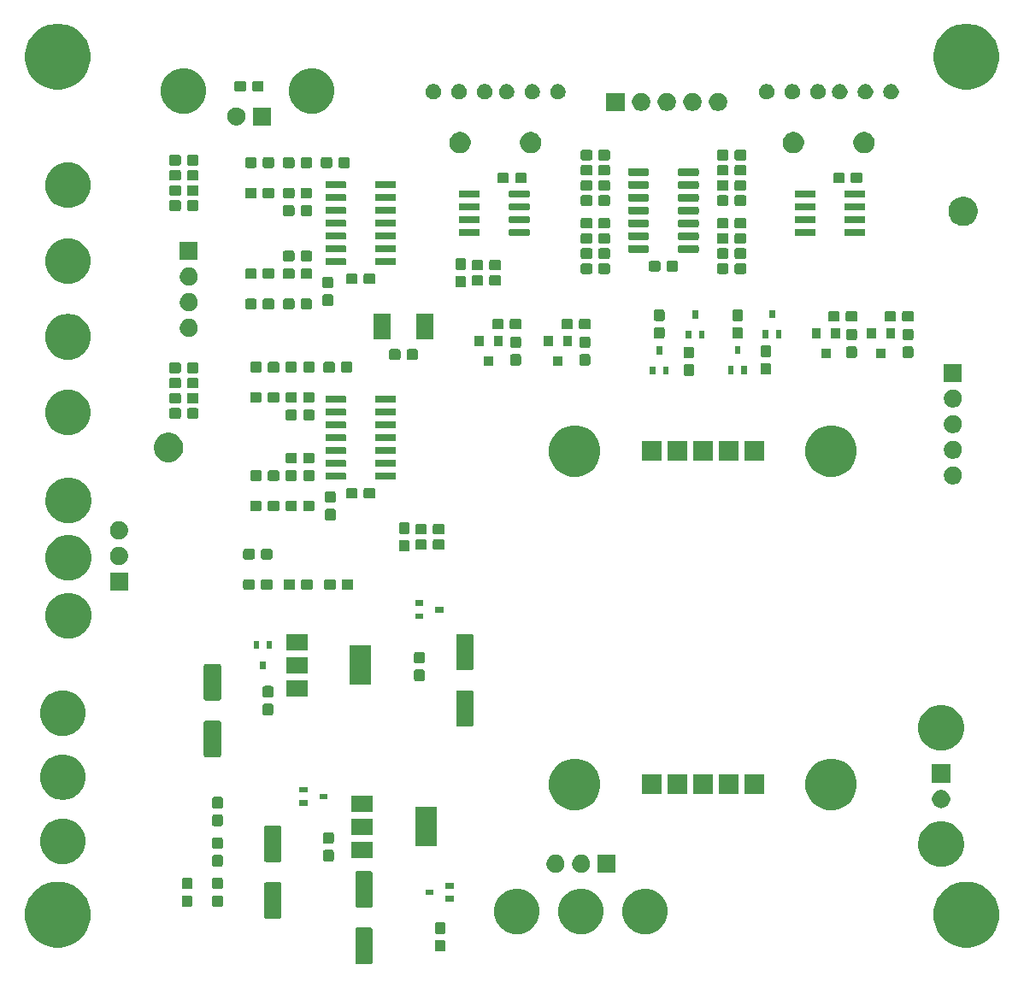
<source format=gbr>
G04 #@! TF.GenerationSoftware,KiCad,Pcbnew,(5.1.5)-3*
G04 #@! TF.CreationDate,2020-10-27T23:28:23+01:00*
G04 #@! TF.ProjectId,control_loop_1,636f6e74-726f-46c5-9f6c-6f6f705f312e,rev?*
G04 #@! TF.SameCoordinates,Original*
G04 #@! TF.FileFunction,Soldermask,Top*
G04 #@! TF.FilePolarity,Negative*
%FSLAX46Y46*%
G04 Gerber Fmt 4.6, Leading zero omitted, Abs format (unit mm)*
G04 Created by KiCad (PCBNEW (5.1.5)-3) date 2020-10-27 23:28:23*
%MOMM*%
%LPD*%
G04 APERTURE LIST*
%ADD10C,0.100000*%
G04 APERTURE END LIST*
D10*
G36*
X127013997Y-139799051D02*
G01*
X127047652Y-139809261D01*
X127078665Y-139825838D01*
X127105851Y-139848149D01*
X127128162Y-139875335D01*
X127144739Y-139906348D01*
X127154949Y-139940003D01*
X127159000Y-139981138D01*
X127159000Y-143210862D01*
X127154949Y-143251997D01*
X127144739Y-143285652D01*
X127128162Y-143316665D01*
X127105851Y-143343851D01*
X127078665Y-143366162D01*
X127047652Y-143382739D01*
X127013997Y-143392949D01*
X126972862Y-143397000D01*
X125643138Y-143397000D01*
X125602003Y-143392949D01*
X125568348Y-143382739D01*
X125537335Y-143366162D01*
X125510149Y-143343851D01*
X125487838Y-143316665D01*
X125471261Y-143285652D01*
X125461051Y-143251997D01*
X125457000Y-143210862D01*
X125457000Y-139981138D01*
X125461051Y-139940003D01*
X125471261Y-139906348D01*
X125487838Y-139875335D01*
X125510149Y-139848149D01*
X125537335Y-139825838D01*
X125568348Y-139809261D01*
X125602003Y-139799051D01*
X125643138Y-139795000D01*
X126972862Y-139795000D01*
X127013997Y-139799051D01*
G37*
G36*
X134222499Y-141019445D02*
G01*
X134259995Y-141030820D01*
X134294554Y-141049292D01*
X134324847Y-141074153D01*
X134349708Y-141104446D01*
X134368180Y-141139005D01*
X134379555Y-141176501D01*
X134384000Y-141221638D01*
X134384000Y-141960362D01*
X134379555Y-142005499D01*
X134368180Y-142042995D01*
X134349708Y-142077554D01*
X134324847Y-142107847D01*
X134294554Y-142132708D01*
X134259995Y-142151180D01*
X134222499Y-142162555D01*
X134177362Y-142167000D01*
X133538638Y-142167000D01*
X133493501Y-142162555D01*
X133456005Y-142151180D01*
X133421446Y-142132708D01*
X133391153Y-142107847D01*
X133366292Y-142077554D01*
X133347820Y-142042995D01*
X133336445Y-142005499D01*
X133332000Y-141960362D01*
X133332000Y-141221638D01*
X133336445Y-141176501D01*
X133347820Y-141139005D01*
X133366292Y-141104446D01*
X133391153Y-141074153D01*
X133421446Y-141049292D01*
X133456005Y-141030820D01*
X133493501Y-141019445D01*
X133538638Y-141015000D01*
X134177362Y-141015000D01*
X134222499Y-141019445D01*
G37*
G36*
X96479382Y-135299051D02*
G01*
X96936282Y-135389934D01*
X97527926Y-135635001D01*
X97894764Y-135880115D01*
X98018374Y-135962708D01*
X98060392Y-135990784D01*
X98513216Y-136443608D01*
X98868999Y-136976074D01*
X99114066Y-137567718D01*
X99148722Y-137741947D01*
X99239000Y-138195803D01*
X99239000Y-138836197D01*
X99208931Y-138987365D01*
X99114066Y-139464282D01*
X98868999Y-140055926D01*
X98621265Y-140426685D01*
X98513217Y-140588391D01*
X98060391Y-141041217D01*
X97984342Y-141092031D01*
X97527926Y-141396999D01*
X96936282Y-141642066D01*
X96622239Y-141704533D01*
X96308197Y-141767000D01*
X95667803Y-141767000D01*
X95353761Y-141704533D01*
X95039718Y-141642066D01*
X94448074Y-141396999D01*
X93991658Y-141092031D01*
X93915609Y-141041217D01*
X93462783Y-140588391D01*
X93354735Y-140426685D01*
X93107001Y-140055926D01*
X92861934Y-139464282D01*
X92767069Y-138987365D01*
X92737000Y-138836197D01*
X92737000Y-138195803D01*
X92827278Y-137741947D01*
X92861934Y-137567718D01*
X93107001Y-136976074D01*
X93462784Y-136443608D01*
X93915608Y-135990784D01*
X93957627Y-135962708D01*
X94081236Y-135880115D01*
X94448074Y-135635001D01*
X95039718Y-135389934D01*
X95496618Y-135299051D01*
X95667803Y-135265000D01*
X96308197Y-135265000D01*
X96479382Y-135299051D01*
G37*
G36*
X186479382Y-135299051D02*
G01*
X186936282Y-135389934D01*
X187527926Y-135635001D01*
X187894764Y-135880115D01*
X188018374Y-135962708D01*
X188060392Y-135990784D01*
X188513216Y-136443608D01*
X188868999Y-136976074D01*
X189114066Y-137567718D01*
X189148722Y-137741947D01*
X189239000Y-138195803D01*
X189239000Y-138836197D01*
X189208931Y-138987365D01*
X189114066Y-139464282D01*
X188868999Y-140055926D01*
X188621265Y-140426685D01*
X188513217Y-140588391D01*
X188060391Y-141041217D01*
X187984342Y-141092031D01*
X187527926Y-141396999D01*
X186936282Y-141642066D01*
X186622239Y-141704533D01*
X186308197Y-141767000D01*
X185667803Y-141767000D01*
X185353761Y-141704533D01*
X185039718Y-141642066D01*
X184448074Y-141396999D01*
X183991658Y-141092031D01*
X183915609Y-141041217D01*
X183462783Y-140588391D01*
X183354735Y-140426685D01*
X183107001Y-140055926D01*
X182861934Y-139464282D01*
X182767069Y-138987365D01*
X182737000Y-138836197D01*
X182737000Y-138195803D01*
X182827278Y-137741947D01*
X182861934Y-137567718D01*
X183107001Y-136976074D01*
X183462784Y-136443608D01*
X183915608Y-135990784D01*
X183957627Y-135962708D01*
X184081236Y-135880115D01*
X184448074Y-135635001D01*
X185039718Y-135389934D01*
X185496618Y-135299051D01*
X185667803Y-135265000D01*
X186308197Y-135265000D01*
X186479382Y-135299051D01*
G37*
G36*
X141753880Y-135935776D02*
G01*
X142134593Y-136011504D01*
X142544249Y-136181189D01*
X142912929Y-136427534D01*
X143226466Y-136741071D01*
X143472811Y-137109751D01*
X143642496Y-137519407D01*
X143729000Y-137954296D01*
X143729000Y-138397704D01*
X143642496Y-138832593D01*
X143472811Y-139242249D01*
X143226466Y-139610929D01*
X142912929Y-139924466D01*
X142544249Y-140170811D01*
X142134593Y-140340496D01*
X141753880Y-140416224D01*
X141699705Y-140427000D01*
X141256295Y-140427000D01*
X141202120Y-140416224D01*
X140821407Y-140340496D01*
X140411751Y-140170811D01*
X140043071Y-139924466D01*
X139729534Y-139610929D01*
X139483189Y-139242249D01*
X139313504Y-138832593D01*
X139227000Y-138397704D01*
X139227000Y-137954296D01*
X139313504Y-137519407D01*
X139483189Y-137109751D01*
X139729534Y-136741071D01*
X140043071Y-136427534D01*
X140411751Y-136181189D01*
X140821407Y-136011504D01*
X141202120Y-135935776D01*
X141256295Y-135925000D01*
X141699705Y-135925000D01*
X141753880Y-135935776D01*
G37*
G36*
X148103880Y-135935776D02*
G01*
X148484593Y-136011504D01*
X148894249Y-136181189D01*
X149262929Y-136427534D01*
X149576466Y-136741071D01*
X149822811Y-137109751D01*
X149992496Y-137519407D01*
X150079000Y-137954296D01*
X150079000Y-138397704D01*
X149992496Y-138832593D01*
X149822811Y-139242249D01*
X149576466Y-139610929D01*
X149262929Y-139924466D01*
X148894249Y-140170811D01*
X148484593Y-140340496D01*
X148103880Y-140416224D01*
X148049705Y-140427000D01*
X147606295Y-140427000D01*
X147552120Y-140416224D01*
X147171407Y-140340496D01*
X146761751Y-140170811D01*
X146393071Y-139924466D01*
X146079534Y-139610929D01*
X145833189Y-139242249D01*
X145663504Y-138832593D01*
X145577000Y-138397704D01*
X145577000Y-137954296D01*
X145663504Y-137519407D01*
X145833189Y-137109751D01*
X146079534Y-136741071D01*
X146393071Y-136427534D01*
X146761751Y-136181189D01*
X147171407Y-136011504D01*
X147552120Y-135935776D01*
X147606295Y-135925000D01*
X148049705Y-135925000D01*
X148103880Y-135935776D01*
G37*
G36*
X154453880Y-135935776D02*
G01*
X154834593Y-136011504D01*
X155244249Y-136181189D01*
X155612929Y-136427534D01*
X155926466Y-136741071D01*
X156172811Y-137109751D01*
X156342496Y-137519407D01*
X156429000Y-137954296D01*
X156429000Y-138397704D01*
X156342496Y-138832593D01*
X156172811Y-139242249D01*
X155926466Y-139610929D01*
X155612929Y-139924466D01*
X155244249Y-140170811D01*
X154834593Y-140340496D01*
X154453880Y-140416224D01*
X154399705Y-140427000D01*
X153956295Y-140427000D01*
X153902120Y-140416224D01*
X153521407Y-140340496D01*
X153111751Y-140170811D01*
X152743071Y-139924466D01*
X152429534Y-139610929D01*
X152183189Y-139242249D01*
X152013504Y-138832593D01*
X151927000Y-138397704D01*
X151927000Y-137954296D01*
X152013504Y-137519407D01*
X152183189Y-137109751D01*
X152429534Y-136741071D01*
X152743071Y-136427534D01*
X153111751Y-136181189D01*
X153521407Y-136011504D01*
X153902120Y-135935776D01*
X153956295Y-135925000D01*
X154399705Y-135925000D01*
X154453880Y-135935776D01*
G37*
G36*
X134222499Y-139269445D02*
G01*
X134259995Y-139280820D01*
X134294554Y-139299292D01*
X134324847Y-139324153D01*
X134349708Y-139354446D01*
X134368180Y-139389005D01*
X134379555Y-139426501D01*
X134384000Y-139471638D01*
X134384000Y-140210362D01*
X134379555Y-140255499D01*
X134368180Y-140292995D01*
X134349708Y-140327554D01*
X134324847Y-140357847D01*
X134294554Y-140382708D01*
X134259995Y-140401180D01*
X134222499Y-140412555D01*
X134177362Y-140417000D01*
X133538638Y-140417000D01*
X133493501Y-140412555D01*
X133456005Y-140401180D01*
X133421446Y-140382708D01*
X133391153Y-140357847D01*
X133366292Y-140327554D01*
X133347820Y-140292995D01*
X133336445Y-140255499D01*
X133332000Y-140210362D01*
X133332000Y-139471638D01*
X133336445Y-139426501D01*
X133347820Y-139389005D01*
X133366292Y-139354446D01*
X133391153Y-139324153D01*
X133421446Y-139299292D01*
X133456005Y-139280820D01*
X133493501Y-139269445D01*
X133538638Y-139265000D01*
X134177362Y-139265000D01*
X134222499Y-139269445D01*
G37*
G36*
X118013997Y-135299051D02*
G01*
X118047652Y-135309261D01*
X118078665Y-135325838D01*
X118105851Y-135348149D01*
X118128162Y-135375335D01*
X118144739Y-135406348D01*
X118154949Y-135440003D01*
X118159000Y-135481138D01*
X118159000Y-138710862D01*
X118154949Y-138751997D01*
X118144739Y-138785652D01*
X118128162Y-138816665D01*
X118105851Y-138843851D01*
X118078665Y-138866162D01*
X118047652Y-138882739D01*
X118013997Y-138892949D01*
X117972862Y-138897000D01*
X116643138Y-138897000D01*
X116602003Y-138892949D01*
X116568348Y-138882739D01*
X116537335Y-138866162D01*
X116510149Y-138843851D01*
X116487838Y-138816665D01*
X116471261Y-138785652D01*
X116461051Y-138751997D01*
X116457000Y-138710862D01*
X116457000Y-135481138D01*
X116461051Y-135440003D01*
X116471261Y-135406348D01*
X116487838Y-135375335D01*
X116510149Y-135348149D01*
X116537335Y-135325838D01*
X116568348Y-135309261D01*
X116602003Y-135299051D01*
X116643138Y-135295000D01*
X117972862Y-135295000D01*
X118013997Y-135299051D01*
G37*
G36*
X127013997Y-134199051D02*
G01*
X127047652Y-134209261D01*
X127078665Y-134225838D01*
X127105851Y-134248149D01*
X127128162Y-134275335D01*
X127144739Y-134306348D01*
X127154949Y-134340003D01*
X127159000Y-134381138D01*
X127159000Y-137610862D01*
X127154949Y-137651997D01*
X127144739Y-137685652D01*
X127128162Y-137716665D01*
X127105851Y-137743851D01*
X127078665Y-137766162D01*
X127047652Y-137782739D01*
X127013997Y-137792949D01*
X126972862Y-137797000D01*
X125643138Y-137797000D01*
X125602003Y-137792949D01*
X125568348Y-137782739D01*
X125537335Y-137766162D01*
X125510149Y-137743851D01*
X125487838Y-137716665D01*
X125471261Y-137685652D01*
X125461051Y-137651997D01*
X125457000Y-137610862D01*
X125457000Y-134381138D01*
X125461051Y-134340003D01*
X125471261Y-134306348D01*
X125487838Y-134275335D01*
X125510149Y-134248149D01*
X125537335Y-134225838D01*
X125568348Y-134209261D01*
X125602003Y-134199051D01*
X125643138Y-134195000D01*
X126972862Y-134195000D01*
X127013997Y-134199051D01*
G37*
G36*
X109172499Y-136599445D02*
G01*
X109209995Y-136610820D01*
X109244554Y-136629292D01*
X109274847Y-136654153D01*
X109299708Y-136684446D01*
X109318180Y-136719005D01*
X109329555Y-136756501D01*
X109334000Y-136801638D01*
X109334000Y-137540362D01*
X109329555Y-137585499D01*
X109318180Y-137622995D01*
X109299708Y-137657554D01*
X109274847Y-137687847D01*
X109244554Y-137712708D01*
X109209995Y-137731180D01*
X109172499Y-137742555D01*
X109127362Y-137747000D01*
X108488638Y-137747000D01*
X108443501Y-137742555D01*
X108406005Y-137731180D01*
X108371446Y-137712708D01*
X108341153Y-137687847D01*
X108316292Y-137657554D01*
X108297820Y-137622995D01*
X108286445Y-137585499D01*
X108282000Y-137540362D01*
X108282000Y-136801638D01*
X108286445Y-136756501D01*
X108297820Y-136719005D01*
X108316292Y-136684446D01*
X108341153Y-136654153D01*
X108371446Y-136629292D01*
X108406005Y-136610820D01*
X108443501Y-136599445D01*
X108488638Y-136595000D01*
X109127362Y-136595000D01*
X109172499Y-136599445D01*
G37*
G36*
X112172499Y-136599445D02*
G01*
X112209995Y-136610820D01*
X112244554Y-136629292D01*
X112274847Y-136654153D01*
X112299708Y-136684446D01*
X112318180Y-136719005D01*
X112329555Y-136756501D01*
X112334000Y-136801638D01*
X112334000Y-137540362D01*
X112329555Y-137585499D01*
X112318180Y-137622995D01*
X112299708Y-137657554D01*
X112274847Y-137687847D01*
X112244554Y-137712708D01*
X112209995Y-137731180D01*
X112172499Y-137742555D01*
X112127362Y-137747000D01*
X111488638Y-137747000D01*
X111443501Y-137742555D01*
X111406005Y-137731180D01*
X111371446Y-137712708D01*
X111341153Y-137687847D01*
X111316292Y-137657554D01*
X111297820Y-137622995D01*
X111286445Y-137585499D01*
X111282000Y-137540362D01*
X111282000Y-136801638D01*
X111286445Y-136756501D01*
X111297820Y-136719005D01*
X111316292Y-136684446D01*
X111341153Y-136654153D01*
X111371446Y-136629292D01*
X111406005Y-136610820D01*
X111443501Y-136599445D01*
X111488638Y-136595000D01*
X112127362Y-136595000D01*
X112172499Y-136599445D01*
G37*
G36*
X135209000Y-137222000D02*
G01*
X134407000Y-137222000D01*
X134407000Y-136670000D01*
X135209000Y-136670000D01*
X135209000Y-137222000D01*
G37*
G36*
X133209000Y-136572000D02*
G01*
X132407000Y-136572000D01*
X132407000Y-136020000D01*
X133209000Y-136020000D01*
X133209000Y-136572000D01*
G37*
G36*
X109172499Y-134849445D02*
G01*
X109209995Y-134860820D01*
X109244554Y-134879292D01*
X109274847Y-134904153D01*
X109299708Y-134934446D01*
X109318180Y-134969005D01*
X109329555Y-135006501D01*
X109334000Y-135051638D01*
X109334000Y-135790362D01*
X109329555Y-135835499D01*
X109318180Y-135872995D01*
X109299708Y-135907554D01*
X109274847Y-135937847D01*
X109244554Y-135962708D01*
X109209995Y-135981180D01*
X109172499Y-135992555D01*
X109127362Y-135997000D01*
X108488638Y-135997000D01*
X108443501Y-135992555D01*
X108406005Y-135981180D01*
X108371446Y-135962708D01*
X108341153Y-135937847D01*
X108316292Y-135907554D01*
X108297820Y-135872995D01*
X108286445Y-135835499D01*
X108282000Y-135790362D01*
X108282000Y-135051638D01*
X108286445Y-135006501D01*
X108297820Y-134969005D01*
X108316292Y-134934446D01*
X108341153Y-134904153D01*
X108371446Y-134879292D01*
X108406005Y-134860820D01*
X108443501Y-134849445D01*
X108488638Y-134845000D01*
X109127362Y-134845000D01*
X109172499Y-134849445D01*
G37*
G36*
X112172499Y-134849445D02*
G01*
X112209995Y-134860820D01*
X112244554Y-134879292D01*
X112274847Y-134904153D01*
X112299708Y-134934446D01*
X112318180Y-134969005D01*
X112329555Y-135006501D01*
X112334000Y-135051638D01*
X112334000Y-135790362D01*
X112329555Y-135835499D01*
X112318180Y-135872995D01*
X112299708Y-135907554D01*
X112274847Y-135937847D01*
X112244554Y-135962708D01*
X112209995Y-135981180D01*
X112172499Y-135992555D01*
X112127362Y-135997000D01*
X111488638Y-135997000D01*
X111443501Y-135992555D01*
X111406005Y-135981180D01*
X111371446Y-135962708D01*
X111341153Y-135937847D01*
X111316292Y-135907554D01*
X111297820Y-135872995D01*
X111286445Y-135835499D01*
X111282000Y-135790362D01*
X111282000Y-135051638D01*
X111286445Y-135006501D01*
X111297820Y-134969005D01*
X111316292Y-134934446D01*
X111341153Y-134904153D01*
X111371446Y-134879292D01*
X111406005Y-134860820D01*
X111443501Y-134849445D01*
X111488638Y-134845000D01*
X112127362Y-134845000D01*
X112172499Y-134849445D01*
G37*
G36*
X135209000Y-135922000D02*
G01*
X134407000Y-135922000D01*
X134407000Y-135370000D01*
X135209000Y-135370000D01*
X135209000Y-135922000D01*
G37*
G36*
X151269000Y-134378000D02*
G01*
X149467000Y-134378000D01*
X149467000Y-132576000D01*
X151269000Y-132576000D01*
X151269000Y-134378000D01*
G37*
G36*
X147941512Y-132580927D02*
G01*
X148090812Y-132610624D01*
X148254784Y-132678544D01*
X148402354Y-132777147D01*
X148527853Y-132902646D01*
X148626456Y-133050216D01*
X148694376Y-133214188D01*
X148729000Y-133388259D01*
X148729000Y-133565741D01*
X148694376Y-133739812D01*
X148626456Y-133903784D01*
X148527853Y-134051354D01*
X148402354Y-134176853D01*
X148254784Y-134275456D01*
X148090812Y-134343376D01*
X147941512Y-134373073D01*
X147916742Y-134378000D01*
X147739258Y-134378000D01*
X147714488Y-134373073D01*
X147565188Y-134343376D01*
X147401216Y-134275456D01*
X147253646Y-134176853D01*
X147128147Y-134051354D01*
X147029544Y-133903784D01*
X146961624Y-133739812D01*
X146927000Y-133565741D01*
X146927000Y-133388259D01*
X146961624Y-133214188D01*
X147029544Y-133050216D01*
X147128147Y-132902646D01*
X147253646Y-132777147D01*
X147401216Y-132678544D01*
X147565188Y-132610624D01*
X147714488Y-132580927D01*
X147739258Y-132576000D01*
X147916742Y-132576000D01*
X147941512Y-132580927D01*
G37*
G36*
X145401512Y-132580927D02*
G01*
X145550812Y-132610624D01*
X145714784Y-132678544D01*
X145862354Y-132777147D01*
X145987853Y-132902646D01*
X146086456Y-133050216D01*
X146154376Y-133214188D01*
X146189000Y-133388259D01*
X146189000Y-133565741D01*
X146154376Y-133739812D01*
X146086456Y-133903784D01*
X145987853Y-134051354D01*
X145862354Y-134176853D01*
X145714784Y-134275456D01*
X145550812Y-134343376D01*
X145401512Y-134373073D01*
X145376742Y-134378000D01*
X145199258Y-134378000D01*
X145174488Y-134373073D01*
X145025188Y-134343376D01*
X144861216Y-134275456D01*
X144713646Y-134176853D01*
X144588147Y-134051354D01*
X144489544Y-133903784D01*
X144421624Y-133739812D01*
X144387000Y-133565741D01*
X144387000Y-133388259D01*
X144421624Y-133214188D01*
X144489544Y-133050216D01*
X144588147Y-132902646D01*
X144713646Y-132777147D01*
X144861216Y-132678544D01*
X145025188Y-132610624D01*
X145174488Y-132580927D01*
X145199258Y-132576000D01*
X145376742Y-132576000D01*
X145401512Y-132580927D01*
G37*
G36*
X183763880Y-129275776D02*
G01*
X184144593Y-129351504D01*
X184554249Y-129521189D01*
X184922929Y-129767534D01*
X185236466Y-130081071D01*
X185482811Y-130449751D01*
X185652496Y-130859407D01*
X185702149Y-131109033D01*
X185738218Y-131290362D01*
X185739000Y-131294296D01*
X185739000Y-131737704D01*
X185652496Y-132172593D01*
X185482811Y-132582249D01*
X185236466Y-132950929D01*
X184922929Y-133264466D01*
X184554249Y-133510811D01*
X184144593Y-133680496D01*
X183763880Y-133756224D01*
X183709705Y-133767000D01*
X183266295Y-133767000D01*
X183212120Y-133756224D01*
X182831407Y-133680496D01*
X182421751Y-133510811D01*
X182053071Y-133264466D01*
X181739534Y-132950929D01*
X181493189Y-132582249D01*
X181323504Y-132172593D01*
X181237000Y-131737704D01*
X181237000Y-131294296D01*
X181237783Y-131290362D01*
X181273851Y-131109033D01*
X181323504Y-130859407D01*
X181493189Y-130449751D01*
X181739534Y-130081071D01*
X182053071Y-129767534D01*
X182421751Y-129521189D01*
X182831407Y-129351504D01*
X183212120Y-129275776D01*
X183266295Y-129265000D01*
X183709705Y-129265000D01*
X183763880Y-129275776D01*
G37*
G36*
X112172499Y-132599445D02*
G01*
X112209995Y-132610820D01*
X112244554Y-132629292D01*
X112274847Y-132654153D01*
X112299708Y-132684446D01*
X112318180Y-132719005D01*
X112329555Y-132756501D01*
X112334000Y-132801638D01*
X112334000Y-133540362D01*
X112329555Y-133585499D01*
X112318180Y-133622995D01*
X112299708Y-133657554D01*
X112274847Y-133687847D01*
X112244554Y-133712708D01*
X112209995Y-133731180D01*
X112172499Y-133742555D01*
X112127362Y-133747000D01*
X111488638Y-133747000D01*
X111443501Y-133742555D01*
X111406005Y-133731180D01*
X111371446Y-133712708D01*
X111341153Y-133687847D01*
X111316292Y-133657554D01*
X111297820Y-133622995D01*
X111286445Y-133585499D01*
X111282000Y-133540362D01*
X111282000Y-132801638D01*
X111286445Y-132756501D01*
X111297820Y-132719005D01*
X111316292Y-132684446D01*
X111341153Y-132654153D01*
X111371446Y-132629292D01*
X111406005Y-132610820D01*
X111443501Y-132599445D01*
X111488638Y-132595000D01*
X112127362Y-132595000D01*
X112172499Y-132599445D01*
G37*
G36*
X96748880Y-128985776D02*
G01*
X97129593Y-129061504D01*
X97539249Y-129231189D01*
X97907929Y-129477534D01*
X98221466Y-129791071D01*
X98467811Y-130159751D01*
X98637496Y-130569407D01*
X98724000Y-131004296D01*
X98724000Y-131447704D01*
X98637496Y-131882593D01*
X98467811Y-132292249D01*
X98221466Y-132660929D01*
X97907929Y-132974466D01*
X97539249Y-133220811D01*
X97129593Y-133390496D01*
X96748880Y-133466224D01*
X96694705Y-133477000D01*
X96251295Y-133477000D01*
X96197120Y-133466224D01*
X95816407Y-133390496D01*
X95406751Y-133220811D01*
X95038071Y-132974466D01*
X94724534Y-132660929D01*
X94478189Y-132292249D01*
X94308504Y-131882593D01*
X94222000Y-131447704D01*
X94222000Y-131004296D01*
X94308504Y-130569407D01*
X94478189Y-130159751D01*
X94724534Y-129791071D01*
X95038071Y-129477534D01*
X95406751Y-129231189D01*
X95816407Y-129061504D01*
X96197120Y-128985776D01*
X96251295Y-128975000D01*
X96694705Y-128975000D01*
X96748880Y-128985776D01*
G37*
G36*
X118013997Y-129699051D02*
G01*
X118047652Y-129709261D01*
X118078665Y-129725838D01*
X118105851Y-129748149D01*
X118128162Y-129775335D01*
X118144739Y-129806348D01*
X118154949Y-129840003D01*
X118159000Y-129881138D01*
X118159000Y-133110862D01*
X118154949Y-133151997D01*
X118144739Y-133185652D01*
X118128162Y-133216665D01*
X118105851Y-133243851D01*
X118078665Y-133266162D01*
X118047652Y-133282739D01*
X118013997Y-133292949D01*
X117972862Y-133297000D01*
X116643138Y-133297000D01*
X116602003Y-133292949D01*
X116568348Y-133282739D01*
X116537335Y-133266162D01*
X116510149Y-133243851D01*
X116487838Y-133216665D01*
X116471261Y-133185652D01*
X116461051Y-133151997D01*
X116457000Y-133110862D01*
X116457000Y-129881138D01*
X116461051Y-129840003D01*
X116471261Y-129806348D01*
X116487838Y-129775335D01*
X116510149Y-129748149D01*
X116537335Y-129725838D01*
X116568348Y-129709261D01*
X116602003Y-129699051D01*
X116643138Y-129695000D01*
X117972862Y-129695000D01*
X118013997Y-129699051D01*
G37*
G36*
X123172499Y-132099445D02*
G01*
X123209995Y-132110820D01*
X123244554Y-132129292D01*
X123274847Y-132154153D01*
X123299708Y-132184446D01*
X123318180Y-132219005D01*
X123329555Y-132256501D01*
X123334000Y-132301638D01*
X123334000Y-133040362D01*
X123329555Y-133085499D01*
X123318180Y-133122995D01*
X123299708Y-133157554D01*
X123274847Y-133187847D01*
X123244554Y-133212708D01*
X123209995Y-133231180D01*
X123172499Y-133242555D01*
X123127362Y-133247000D01*
X122488638Y-133247000D01*
X122443501Y-133242555D01*
X122406005Y-133231180D01*
X122371446Y-133212708D01*
X122341153Y-133187847D01*
X122316292Y-133157554D01*
X122297820Y-133122995D01*
X122286445Y-133085499D01*
X122282000Y-133040362D01*
X122282000Y-132301638D01*
X122286445Y-132256501D01*
X122297820Y-132219005D01*
X122316292Y-132184446D01*
X122341153Y-132154153D01*
X122371446Y-132129292D01*
X122406005Y-132110820D01*
X122443501Y-132099445D01*
X122488638Y-132095000D01*
X123127362Y-132095000D01*
X123172499Y-132099445D01*
G37*
G36*
X127209000Y-132897000D02*
G01*
X125107000Y-132897000D01*
X125107000Y-131295000D01*
X127209000Y-131295000D01*
X127209000Y-132897000D01*
G37*
G36*
X112172499Y-130849445D02*
G01*
X112209995Y-130860820D01*
X112244554Y-130879292D01*
X112274847Y-130904153D01*
X112299708Y-130934446D01*
X112318180Y-130969005D01*
X112329555Y-131006501D01*
X112334000Y-131051638D01*
X112334000Y-131790362D01*
X112329555Y-131835499D01*
X112318180Y-131872995D01*
X112299708Y-131907554D01*
X112274847Y-131937847D01*
X112244554Y-131962708D01*
X112209995Y-131981180D01*
X112172499Y-131992555D01*
X112127362Y-131997000D01*
X111488638Y-131997000D01*
X111443501Y-131992555D01*
X111406005Y-131981180D01*
X111371446Y-131962708D01*
X111341153Y-131937847D01*
X111316292Y-131907554D01*
X111297820Y-131872995D01*
X111286445Y-131835499D01*
X111282000Y-131790362D01*
X111282000Y-131051638D01*
X111286445Y-131006501D01*
X111297820Y-130969005D01*
X111316292Y-130934446D01*
X111341153Y-130904153D01*
X111371446Y-130879292D01*
X111406005Y-130860820D01*
X111443501Y-130849445D01*
X111488638Y-130845000D01*
X112127362Y-130845000D01*
X112172499Y-130849445D01*
G37*
G36*
X133509000Y-131747000D02*
G01*
X131407000Y-131747000D01*
X131407000Y-127845000D01*
X133509000Y-127845000D01*
X133509000Y-131747000D01*
G37*
G36*
X123172499Y-130349445D02*
G01*
X123209995Y-130360820D01*
X123244554Y-130379292D01*
X123274847Y-130404153D01*
X123299708Y-130434446D01*
X123318180Y-130469005D01*
X123329555Y-130506501D01*
X123334000Y-130551638D01*
X123334000Y-131290362D01*
X123329555Y-131335499D01*
X123318180Y-131372995D01*
X123299708Y-131407554D01*
X123274847Y-131437847D01*
X123244554Y-131462708D01*
X123209995Y-131481180D01*
X123172499Y-131492555D01*
X123127362Y-131497000D01*
X122488638Y-131497000D01*
X122443501Y-131492555D01*
X122406005Y-131481180D01*
X122371446Y-131462708D01*
X122341153Y-131437847D01*
X122316292Y-131407554D01*
X122297820Y-131372995D01*
X122286445Y-131335499D01*
X122282000Y-131290362D01*
X122282000Y-130551638D01*
X122286445Y-130506501D01*
X122297820Y-130469005D01*
X122316292Y-130434446D01*
X122341153Y-130404153D01*
X122371446Y-130379292D01*
X122406005Y-130360820D01*
X122443501Y-130349445D01*
X122488638Y-130345000D01*
X123127362Y-130345000D01*
X123172499Y-130349445D01*
G37*
G36*
X127209000Y-130597000D02*
G01*
X125107000Y-130597000D01*
X125107000Y-128995000D01*
X127209000Y-128995000D01*
X127209000Y-130597000D01*
G37*
G36*
X112172499Y-128599445D02*
G01*
X112209995Y-128610820D01*
X112244554Y-128629292D01*
X112274847Y-128654153D01*
X112299708Y-128684446D01*
X112318180Y-128719005D01*
X112329555Y-128756501D01*
X112334000Y-128801638D01*
X112334000Y-129540362D01*
X112329555Y-129585499D01*
X112318180Y-129622995D01*
X112299708Y-129657554D01*
X112274847Y-129687847D01*
X112244554Y-129712708D01*
X112209995Y-129731180D01*
X112172499Y-129742555D01*
X112127362Y-129747000D01*
X111488638Y-129747000D01*
X111443501Y-129742555D01*
X111406005Y-129731180D01*
X111371446Y-129712708D01*
X111341153Y-129687847D01*
X111316292Y-129657554D01*
X111297820Y-129622995D01*
X111286445Y-129585499D01*
X111282000Y-129540362D01*
X111282000Y-128801638D01*
X111286445Y-128756501D01*
X111297820Y-128719005D01*
X111316292Y-128684446D01*
X111341153Y-128654153D01*
X111371446Y-128629292D01*
X111406005Y-128610820D01*
X111443501Y-128599445D01*
X111488638Y-128595000D01*
X112127362Y-128595000D01*
X112172499Y-128599445D01*
G37*
G36*
X127209000Y-128297000D02*
G01*
X125107000Y-128297000D01*
X125107000Y-126695000D01*
X127209000Y-126695000D01*
X127209000Y-128297000D01*
G37*
G36*
X173337098Y-123150033D02*
G01*
X173801350Y-123342332D01*
X173801352Y-123342333D01*
X174219168Y-123621509D01*
X174574491Y-123976832D01*
X174853667Y-124394648D01*
X174853668Y-124394650D01*
X175045967Y-124858902D01*
X175144000Y-125351747D01*
X175144000Y-125854253D01*
X175045967Y-126347098D01*
X174853668Y-126811350D01*
X174853667Y-126811352D01*
X174574491Y-127229168D01*
X174219168Y-127584491D01*
X173801352Y-127863667D01*
X173801351Y-127863668D01*
X173801350Y-127863668D01*
X173337098Y-128055967D01*
X172844253Y-128154000D01*
X172341747Y-128154000D01*
X171848902Y-128055967D01*
X171384650Y-127863668D01*
X171384649Y-127863668D01*
X171384648Y-127863667D01*
X170966832Y-127584491D01*
X170611509Y-127229168D01*
X170332333Y-126811352D01*
X170332332Y-126811350D01*
X170140033Y-126347098D01*
X170042000Y-125854253D01*
X170042000Y-125351747D01*
X170140033Y-124858902D01*
X170332332Y-124394650D01*
X170332333Y-124394648D01*
X170611509Y-123976832D01*
X170966832Y-123621509D01*
X171384648Y-123342333D01*
X171384650Y-123342332D01*
X171848902Y-123150033D01*
X172341747Y-123052000D01*
X172844253Y-123052000D01*
X173337098Y-123150033D01*
G37*
G36*
X147937098Y-123150033D02*
G01*
X148401350Y-123342332D01*
X148401352Y-123342333D01*
X148819168Y-123621509D01*
X149174491Y-123976832D01*
X149453667Y-124394648D01*
X149453668Y-124394650D01*
X149645967Y-124858902D01*
X149744000Y-125351747D01*
X149744000Y-125854253D01*
X149645967Y-126347098D01*
X149453668Y-126811350D01*
X149453667Y-126811352D01*
X149174491Y-127229168D01*
X148819168Y-127584491D01*
X148401352Y-127863667D01*
X148401351Y-127863668D01*
X148401350Y-127863668D01*
X147937098Y-128055967D01*
X147444253Y-128154000D01*
X146941747Y-128154000D01*
X146448902Y-128055967D01*
X145984650Y-127863668D01*
X145984649Y-127863668D01*
X145984648Y-127863667D01*
X145566832Y-127584491D01*
X145211509Y-127229168D01*
X144932333Y-126811352D01*
X144932332Y-126811350D01*
X144740033Y-126347098D01*
X144642000Y-125854253D01*
X144642000Y-125351747D01*
X144740033Y-124858902D01*
X144932332Y-124394650D01*
X144932333Y-124394648D01*
X145211509Y-123976832D01*
X145566832Y-123621509D01*
X145984648Y-123342333D01*
X145984650Y-123342332D01*
X146448902Y-123150033D01*
X146941747Y-123052000D01*
X147444253Y-123052000D01*
X147937098Y-123150033D01*
G37*
G36*
X112172499Y-126849445D02*
G01*
X112209995Y-126860820D01*
X112244554Y-126879292D01*
X112274847Y-126904153D01*
X112299708Y-126934446D01*
X112318180Y-126969005D01*
X112329555Y-127006501D01*
X112334000Y-127051638D01*
X112334000Y-127790362D01*
X112329555Y-127835499D01*
X112318180Y-127872995D01*
X112299708Y-127907554D01*
X112274847Y-127937847D01*
X112244554Y-127962708D01*
X112209995Y-127981180D01*
X112172499Y-127992555D01*
X112127362Y-127997000D01*
X111488638Y-127997000D01*
X111443501Y-127992555D01*
X111406005Y-127981180D01*
X111371446Y-127962708D01*
X111341153Y-127937847D01*
X111316292Y-127907554D01*
X111297820Y-127872995D01*
X111286445Y-127835499D01*
X111282000Y-127790362D01*
X111282000Y-127051638D01*
X111286445Y-127006501D01*
X111297820Y-126969005D01*
X111316292Y-126934446D01*
X111341153Y-126904153D01*
X111371446Y-126879292D01*
X111406005Y-126860820D01*
X111443501Y-126849445D01*
X111488638Y-126845000D01*
X112127362Y-126845000D01*
X112172499Y-126849445D01*
G37*
G36*
X183600335Y-126159693D02*
G01*
X183750812Y-126189624D01*
X183914784Y-126257544D01*
X184062354Y-126356147D01*
X184187853Y-126481646D01*
X184286456Y-126629216D01*
X184354376Y-126793188D01*
X184389000Y-126967259D01*
X184389000Y-127144741D01*
X184354376Y-127318812D01*
X184286456Y-127482784D01*
X184187853Y-127630354D01*
X184062354Y-127755853D01*
X183914784Y-127854456D01*
X183750812Y-127922376D01*
X183601512Y-127952073D01*
X183576742Y-127957000D01*
X183399258Y-127957000D01*
X183374488Y-127952073D01*
X183225188Y-127922376D01*
X183061216Y-127854456D01*
X182913646Y-127755853D01*
X182788147Y-127630354D01*
X182689544Y-127482784D01*
X182621624Y-127318812D01*
X182587000Y-127144741D01*
X182587000Y-126967259D01*
X182621624Y-126793188D01*
X182689544Y-126629216D01*
X182788147Y-126481646D01*
X182913646Y-126356147D01*
X183061216Y-126257544D01*
X183225188Y-126189624D01*
X183375665Y-126159693D01*
X183399258Y-126155000D01*
X183576742Y-126155000D01*
X183600335Y-126159693D01*
G37*
G36*
X120709000Y-127722000D02*
G01*
X119907000Y-127722000D01*
X119907000Y-127170000D01*
X120709000Y-127170000D01*
X120709000Y-127722000D01*
G37*
G36*
X96725185Y-122631063D02*
G01*
X97129593Y-122711504D01*
X97539249Y-122881189D01*
X97907929Y-123127534D01*
X98221466Y-123441071D01*
X98467811Y-123809751D01*
X98637496Y-124219407D01*
X98724000Y-124654296D01*
X98724000Y-125097704D01*
X98637496Y-125532593D01*
X98467811Y-125942249D01*
X98221466Y-126310929D01*
X97907929Y-126624466D01*
X97539249Y-126870811D01*
X97129593Y-127040496D01*
X96790224Y-127108000D01*
X96694705Y-127127000D01*
X96251295Y-127127000D01*
X96155776Y-127108000D01*
X95816407Y-127040496D01*
X95406751Y-126870811D01*
X95038071Y-126624466D01*
X94724534Y-126310929D01*
X94478189Y-125942249D01*
X94308504Y-125532593D01*
X94222000Y-125097704D01*
X94222000Y-124654296D01*
X94308504Y-124219407D01*
X94478189Y-123809751D01*
X94724534Y-123441071D01*
X95038071Y-123127534D01*
X95406751Y-122881189D01*
X95816407Y-122711504D01*
X96220815Y-122631063D01*
X96251295Y-122625000D01*
X96694705Y-122625000D01*
X96725185Y-122631063D01*
G37*
G36*
X122709000Y-127072000D02*
G01*
X121907000Y-127072000D01*
X121907000Y-126520000D01*
X122709000Y-126520000D01*
X122709000Y-127072000D01*
G37*
G36*
X165924000Y-126554000D02*
G01*
X164022000Y-126554000D01*
X164022000Y-124652000D01*
X165924000Y-124652000D01*
X165924000Y-126554000D01*
G37*
G36*
X155764000Y-126554000D02*
G01*
X153862000Y-126554000D01*
X153862000Y-124652000D01*
X155764000Y-124652000D01*
X155764000Y-126554000D01*
G37*
G36*
X158304000Y-126554000D02*
G01*
X156402000Y-126554000D01*
X156402000Y-124652000D01*
X158304000Y-124652000D01*
X158304000Y-126554000D01*
G37*
G36*
X160844000Y-126554000D02*
G01*
X158942000Y-126554000D01*
X158942000Y-124652000D01*
X160844000Y-124652000D01*
X160844000Y-126554000D01*
G37*
G36*
X163384000Y-126554000D02*
G01*
X161482000Y-126554000D01*
X161482000Y-124652000D01*
X163384000Y-124652000D01*
X163384000Y-126554000D01*
G37*
G36*
X120709000Y-126422000D02*
G01*
X119907000Y-126422000D01*
X119907000Y-125870000D01*
X120709000Y-125870000D01*
X120709000Y-126422000D01*
G37*
G36*
X184389000Y-125417000D02*
G01*
X182587000Y-125417000D01*
X182587000Y-123615000D01*
X184389000Y-123615000D01*
X184389000Y-125417000D01*
G37*
G36*
X112013997Y-119299051D02*
G01*
X112047652Y-119309261D01*
X112078665Y-119325838D01*
X112105851Y-119348149D01*
X112128162Y-119375335D01*
X112144739Y-119406348D01*
X112154949Y-119440003D01*
X112159000Y-119481138D01*
X112159000Y-122710862D01*
X112154949Y-122751997D01*
X112144739Y-122785652D01*
X112128162Y-122816665D01*
X112105851Y-122843851D01*
X112078665Y-122866162D01*
X112047652Y-122882739D01*
X112013997Y-122892949D01*
X111972862Y-122897000D01*
X110643138Y-122897000D01*
X110602003Y-122892949D01*
X110568348Y-122882739D01*
X110537335Y-122866162D01*
X110510149Y-122843851D01*
X110487838Y-122816665D01*
X110471261Y-122785652D01*
X110461051Y-122751997D01*
X110457000Y-122710862D01*
X110457000Y-119481138D01*
X110461051Y-119440003D01*
X110471261Y-119406348D01*
X110487838Y-119375335D01*
X110510149Y-119348149D01*
X110537335Y-119325838D01*
X110568348Y-119309261D01*
X110602003Y-119299051D01*
X110643138Y-119295000D01*
X111972862Y-119295000D01*
X112013997Y-119299051D01*
G37*
G36*
X183763880Y-117775776D02*
G01*
X184144593Y-117851504D01*
X184554249Y-118021189D01*
X184922929Y-118267534D01*
X185236466Y-118581071D01*
X185482811Y-118949751D01*
X185652496Y-119359407D01*
X185739000Y-119794296D01*
X185739000Y-120237704D01*
X185652496Y-120672593D01*
X185482811Y-121082249D01*
X185236466Y-121450929D01*
X184922929Y-121764466D01*
X184554249Y-122010811D01*
X184144593Y-122180496D01*
X183763880Y-122256224D01*
X183709705Y-122267000D01*
X183266295Y-122267000D01*
X183212120Y-122256224D01*
X182831407Y-122180496D01*
X182421751Y-122010811D01*
X182053071Y-121764466D01*
X181739534Y-121450929D01*
X181493189Y-121082249D01*
X181323504Y-120672593D01*
X181237000Y-120237704D01*
X181237000Y-119794296D01*
X181323504Y-119359407D01*
X181493189Y-118949751D01*
X181739534Y-118581071D01*
X182053071Y-118267534D01*
X182421751Y-118021189D01*
X182831407Y-117851504D01*
X183212120Y-117775776D01*
X183266295Y-117765000D01*
X183709705Y-117765000D01*
X183763880Y-117775776D01*
G37*
G36*
X96748880Y-116285776D02*
G01*
X97129593Y-116361504D01*
X97539249Y-116531189D01*
X97907929Y-116777534D01*
X98221466Y-117091071D01*
X98467811Y-117459751D01*
X98637496Y-117869407D01*
X98724000Y-118304296D01*
X98724000Y-118747704D01*
X98637496Y-119182593D01*
X98467811Y-119592249D01*
X98221466Y-119960929D01*
X97907929Y-120274466D01*
X97539249Y-120520811D01*
X97129593Y-120690496D01*
X96748880Y-120766224D01*
X96694705Y-120777000D01*
X96251295Y-120777000D01*
X96197120Y-120766224D01*
X95816407Y-120690496D01*
X95406751Y-120520811D01*
X95038071Y-120274466D01*
X94724534Y-119960929D01*
X94478189Y-119592249D01*
X94308504Y-119182593D01*
X94222000Y-118747704D01*
X94222000Y-118304296D01*
X94308504Y-117869407D01*
X94478189Y-117459751D01*
X94724534Y-117091071D01*
X95038071Y-116777534D01*
X95406751Y-116531189D01*
X95816407Y-116361504D01*
X96197120Y-116285776D01*
X96251295Y-116275000D01*
X96694705Y-116275000D01*
X96748880Y-116285776D01*
G37*
G36*
X137013997Y-116299051D02*
G01*
X137047652Y-116309261D01*
X137078665Y-116325838D01*
X137105851Y-116348149D01*
X137128162Y-116375335D01*
X137144739Y-116406348D01*
X137154949Y-116440003D01*
X137159000Y-116481138D01*
X137159000Y-119710862D01*
X137154949Y-119751997D01*
X137144739Y-119785652D01*
X137128162Y-119816665D01*
X137105851Y-119843851D01*
X137078665Y-119866162D01*
X137047652Y-119882739D01*
X137013997Y-119892949D01*
X136972862Y-119897000D01*
X135643138Y-119897000D01*
X135602003Y-119892949D01*
X135568348Y-119882739D01*
X135537335Y-119866162D01*
X135510149Y-119843851D01*
X135487838Y-119816665D01*
X135471261Y-119785652D01*
X135461051Y-119751997D01*
X135457000Y-119710862D01*
X135457000Y-116481138D01*
X135461051Y-116440003D01*
X135471261Y-116406348D01*
X135487838Y-116375335D01*
X135510149Y-116348149D01*
X135537335Y-116325838D01*
X135568348Y-116309261D01*
X135602003Y-116299051D01*
X135643138Y-116295000D01*
X136972862Y-116295000D01*
X137013997Y-116299051D01*
G37*
G36*
X117172499Y-117599445D02*
G01*
X117209995Y-117610820D01*
X117244554Y-117629292D01*
X117274847Y-117654153D01*
X117299708Y-117684446D01*
X117318180Y-117719005D01*
X117329555Y-117756501D01*
X117334000Y-117801638D01*
X117334000Y-118540362D01*
X117329555Y-118585499D01*
X117318180Y-118622995D01*
X117299708Y-118657554D01*
X117274847Y-118687847D01*
X117244554Y-118712708D01*
X117209995Y-118731180D01*
X117172499Y-118742555D01*
X117127362Y-118747000D01*
X116488638Y-118747000D01*
X116443501Y-118742555D01*
X116406005Y-118731180D01*
X116371446Y-118712708D01*
X116341153Y-118687847D01*
X116316292Y-118657554D01*
X116297820Y-118622995D01*
X116286445Y-118585499D01*
X116282000Y-118540362D01*
X116282000Y-117801638D01*
X116286445Y-117756501D01*
X116297820Y-117719005D01*
X116316292Y-117684446D01*
X116341153Y-117654153D01*
X116371446Y-117629292D01*
X116406005Y-117610820D01*
X116443501Y-117599445D01*
X116488638Y-117595000D01*
X117127362Y-117595000D01*
X117172499Y-117599445D01*
G37*
G36*
X112013997Y-113699051D02*
G01*
X112047652Y-113709261D01*
X112078665Y-113725838D01*
X112105851Y-113748149D01*
X112128162Y-113775335D01*
X112144739Y-113806348D01*
X112154949Y-113840003D01*
X112159000Y-113881138D01*
X112159000Y-117110862D01*
X112154949Y-117151997D01*
X112144739Y-117185652D01*
X112128162Y-117216665D01*
X112105851Y-117243851D01*
X112078665Y-117266162D01*
X112047652Y-117282739D01*
X112013997Y-117292949D01*
X111972862Y-117297000D01*
X110643138Y-117297000D01*
X110602003Y-117292949D01*
X110568348Y-117282739D01*
X110537335Y-117266162D01*
X110510149Y-117243851D01*
X110487838Y-117216665D01*
X110471261Y-117185652D01*
X110461051Y-117151997D01*
X110457000Y-117110862D01*
X110457000Y-113881138D01*
X110461051Y-113840003D01*
X110471261Y-113806348D01*
X110487838Y-113775335D01*
X110510149Y-113748149D01*
X110537335Y-113725838D01*
X110568348Y-113709261D01*
X110602003Y-113699051D01*
X110643138Y-113695000D01*
X111972862Y-113695000D01*
X112013997Y-113699051D01*
G37*
G36*
X117172499Y-115849445D02*
G01*
X117209995Y-115860820D01*
X117244554Y-115879292D01*
X117274847Y-115904153D01*
X117299708Y-115934446D01*
X117318180Y-115969005D01*
X117329555Y-116006501D01*
X117334000Y-116051638D01*
X117334000Y-116790362D01*
X117329555Y-116835499D01*
X117318180Y-116872995D01*
X117299708Y-116907554D01*
X117274847Y-116937847D01*
X117244554Y-116962708D01*
X117209995Y-116981180D01*
X117172499Y-116992555D01*
X117127362Y-116997000D01*
X116488638Y-116997000D01*
X116443501Y-116992555D01*
X116406005Y-116981180D01*
X116371446Y-116962708D01*
X116341153Y-116937847D01*
X116316292Y-116907554D01*
X116297820Y-116872995D01*
X116286445Y-116835499D01*
X116282000Y-116790362D01*
X116282000Y-116051638D01*
X116286445Y-116006501D01*
X116297820Y-115969005D01*
X116316292Y-115934446D01*
X116341153Y-115904153D01*
X116371446Y-115879292D01*
X116406005Y-115860820D01*
X116443501Y-115849445D01*
X116488638Y-115845000D01*
X117127362Y-115845000D01*
X117172499Y-115849445D01*
G37*
G36*
X120709000Y-116897000D02*
G01*
X118607000Y-116897000D01*
X118607000Y-115295000D01*
X120709000Y-115295000D01*
X120709000Y-116897000D01*
G37*
G36*
X127009000Y-115747000D02*
G01*
X124907000Y-115747000D01*
X124907000Y-111845000D01*
X127009000Y-111845000D01*
X127009000Y-115747000D01*
G37*
G36*
X132172499Y-114224445D02*
G01*
X132209995Y-114235820D01*
X132244554Y-114254292D01*
X132274847Y-114279153D01*
X132299708Y-114309446D01*
X132318180Y-114344005D01*
X132329555Y-114381501D01*
X132334000Y-114426638D01*
X132334000Y-115165362D01*
X132329555Y-115210499D01*
X132318180Y-115247995D01*
X132299708Y-115282554D01*
X132274847Y-115312847D01*
X132244554Y-115337708D01*
X132209995Y-115356180D01*
X132172499Y-115367555D01*
X132127362Y-115372000D01*
X131488638Y-115372000D01*
X131443501Y-115367555D01*
X131406005Y-115356180D01*
X131371446Y-115337708D01*
X131341153Y-115312847D01*
X131316292Y-115282554D01*
X131297820Y-115247995D01*
X131286445Y-115210499D01*
X131282000Y-115165362D01*
X131282000Y-114426638D01*
X131286445Y-114381501D01*
X131297820Y-114344005D01*
X131316292Y-114309446D01*
X131341153Y-114279153D01*
X131371446Y-114254292D01*
X131406005Y-114235820D01*
X131443501Y-114224445D01*
X131488638Y-114220000D01*
X132127362Y-114220000D01*
X132172499Y-114224445D01*
G37*
G36*
X120709000Y-114597000D02*
G01*
X118607000Y-114597000D01*
X118607000Y-112995000D01*
X120709000Y-112995000D01*
X120709000Y-114597000D01*
G37*
G36*
X137013997Y-110699051D02*
G01*
X137047652Y-110709261D01*
X137078665Y-110725838D01*
X137105851Y-110748149D01*
X137128162Y-110775335D01*
X137144739Y-110806348D01*
X137154949Y-110840003D01*
X137159000Y-110881138D01*
X137159000Y-114110862D01*
X137154949Y-114151997D01*
X137144739Y-114185652D01*
X137128162Y-114216665D01*
X137105851Y-114243851D01*
X137078665Y-114266162D01*
X137047652Y-114282739D01*
X137013997Y-114292949D01*
X136972862Y-114297000D01*
X135643138Y-114297000D01*
X135602003Y-114292949D01*
X135568348Y-114282739D01*
X135537335Y-114266162D01*
X135510149Y-114243851D01*
X135487838Y-114216665D01*
X135471261Y-114185652D01*
X135461051Y-114151997D01*
X135457000Y-114110862D01*
X135457000Y-110881138D01*
X135461051Y-110840003D01*
X135471261Y-110806348D01*
X135487838Y-110775335D01*
X135510149Y-110748149D01*
X135537335Y-110725838D01*
X135568348Y-110709261D01*
X135602003Y-110699051D01*
X135643138Y-110695000D01*
X136972862Y-110695000D01*
X137013997Y-110699051D01*
G37*
G36*
X116584000Y-114197000D02*
G01*
X116032000Y-114197000D01*
X116032000Y-113395000D01*
X116584000Y-113395000D01*
X116584000Y-114197000D01*
G37*
G36*
X132172499Y-112474445D02*
G01*
X132209995Y-112485820D01*
X132244554Y-112504292D01*
X132274847Y-112529153D01*
X132299708Y-112559446D01*
X132318180Y-112594005D01*
X132329555Y-112631501D01*
X132334000Y-112676638D01*
X132334000Y-113415362D01*
X132329555Y-113460499D01*
X132318180Y-113497995D01*
X132299708Y-113532554D01*
X132274847Y-113562847D01*
X132244554Y-113587708D01*
X132209995Y-113606180D01*
X132172499Y-113617555D01*
X132127362Y-113622000D01*
X131488638Y-113622000D01*
X131443501Y-113617555D01*
X131406005Y-113606180D01*
X131371446Y-113587708D01*
X131341153Y-113562847D01*
X131316292Y-113532554D01*
X131297820Y-113497995D01*
X131286445Y-113460499D01*
X131282000Y-113415362D01*
X131282000Y-112676638D01*
X131286445Y-112631501D01*
X131297820Y-112594005D01*
X131316292Y-112559446D01*
X131341153Y-112529153D01*
X131371446Y-112504292D01*
X131406005Y-112485820D01*
X131443501Y-112474445D01*
X131488638Y-112470000D01*
X132127362Y-112470000D01*
X132172499Y-112474445D01*
G37*
G36*
X120709000Y-112297000D02*
G01*
X118607000Y-112297000D01*
X118607000Y-110695000D01*
X120709000Y-110695000D01*
X120709000Y-112297000D01*
G37*
G36*
X117234000Y-112197000D02*
G01*
X116682000Y-112197000D01*
X116682000Y-111395000D01*
X117234000Y-111395000D01*
X117234000Y-112197000D01*
G37*
G36*
X115934000Y-112197000D02*
G01*
X115382000Y-112197000D01*
X115382000Y-111395000D01*
X115934000Y-111395000D01*
X115934000Y-112197000D01*
G37*
G36*
X97317880Y-106643776D02*
G01*
X97698593Y-106719504D01*
X98108249Y-106889189D01*
X98476929Y-107135534D01*
X98790466Y-107449071D01*
X99036811Y-107817751D01*
X99206496Y-108227407D01*
X99293000Y-108662296D01*
X99293000Y-109105704D01*
X99206496Y-109540593D01*
X99036811Y-109950249D01*
X98790466Y-110318929D01*
X98476929Y-110632466D01*
X98108249Y-110878811D01*
X97698593Y-111048496D01*
X97317880Y-111124224D01*
X97263705Y-111135000D01*
X96820295Y-111135000D01*
X96766120Y-111124224D01*
X96385407Y-111048496D01*
X95975751Y-110878811D01*
X95607071Y-110632466D01*
X95293534Y-110318929D01*
X95047189Y-109950249D01*
X94877504Y-109540593D01*
X94791000Y-109105704D01*
X94791000Y-108662296D01*
X94877504Y-108227407D01*
X95047189Y-107817751D01*
X95293534Y-107449071D01*
X95607071Y-107135534D01*
X95975751Y-106889189D01*
X96385407Y-106719504D01*
X96766120Y-106643776D01*
X96820295Y-106633000D01*
X97263705Y-106633000D01*
X97317880Y-106643776D01*
G37*
G36*
X132209000Y-109222000D02*
G01*
X131407000Y-109222000D01*
X131407000Y-108670000D01*
X132209000Y-108670000D01*
X132209000Y-109222000D01*
G37*
G36*
X134209000Y-108572000D02*
G01*
X133407000Y-108572000D01*
X133407000Y-108020000D01*
X134209000Y-108020000D01*
X134209000Y-108572000D01*
G37*
G36*
X132209000Y-107922000D02*
G01*
X131407000Y-107922000D01*
X131407000Y-107370000D01*
X132209000Y-107370000D01*
X132209000Y-107922000D01*
G37*
G36*
X102959500Y-106419500D02*
G01*
X101157500Y-106419500D01*
X101157500Y-104617500D01*
X102959500Y-104617500D01*
X102959500Y-106419500D01*
G37*
G36*
X121097499Y-105274445D02*
G01*
X121134995Y-105285820D01*
X121169554Y-105304292D01*
X121199847Y-105329153D01*
X121224708Y-105359446D01*
X121243180Y-105394005D01*
X121254555Y-105431501D01*
X121259000Y-105476638D01*
X121259000Y-106115362D01*
X121254555Y-106160499D01*
X121243180Y-106197995D01*
X121224708Y-106232554D01*
X121199847Y-106262847D01*
X121169554Y-106287708D01*
X121134995Y-106306180D01*
X121097499Y-106317555D01*
X121052362Y-106322000D01*
X120313638Y-106322000D01*
X120268501Y-106317555D01*
X120231005Y-106306180D01*
X120196446Y-106287708D01*
X120166153Y-106262847D01*
X120141292Y-106232554D01*
X120122820Y-106197995D01*
X120111445Y-106160499D01*
X120107000Y-106115362D01*
X120107000Y-105476638D01*
X120111445Y-105431501D01*
X120122820Y-105394005D01*
X120141292Y-105359446D01*
X120166153Y-105329153D01*
X120196446Y-105304292D01*
X120231005Y-105285820D01*
X120268501Y-105274445D01*
X120313638Y-105270000D01*
X121052362Y-105270000D01*
X121097499Y-105274445D01*
G37*
G36*
X125097499Y-105274445D02*
G01*
X125134995Y-105285820D01*
X125169554Y-105304292D01*
X125199847Y-105329153D01*
X125224708Y-105359446D01*
X125243180Y-105394005D01*
X125254555Y-105431501D01*
X125259000Y-105476638D01*
X125259000Y-106115362D01*
X125254555Y-106160499D01*
X125243180Y-106197995D01*
X125224708Y-106232554D01*
X125199847Y-106262847D01*
X125169554Y-106287708D01*
X125134995Y-106306180D01*
X125097499Y-106317555D01*
X125052362Y-106322000D01*
X124313638Y-106322000D01*
X124268501Y-106317555D01*
X124231005Y-106306180D01*
X124196446Y-106287708D01*
X124166153Y-106262847D01*
X124141292Y-106232554D01*
X124122820Y-106197995D01*
X124111445Y-106160499D01*
X124107000Y-106115362D01*
X124107000Y-105476638D01*
X124111445Y-105431501D01*
X124122820Y-105394005D01*
X124141292Y-105359446D01*
X124166153Y-105329153D01*
X124196446Y-105304292D01*
X124231005Y-105285820D01*
X124268501Y-105274445D01*
X124313638Y-105270000D01*
X125052362Y-105270000D01*
X125097499Y-105274445D01*
G37*
G36*
X117097499Y-105274445D02*
G01*
X117134995Y-105285820D01*
X117169554Y-105304292D01*
X117199847Y-105329153D01*
X117224708Y-105359446D01*
X117243180Y-105394005D01*
X117254555Y-105431501D01*
X117259000Y-105476638D01*
X117259000Y-106115362D01*
X117254555Y-106160499D01*
X117243180Y-106197995D01*
X117224708Y-106232554D01*
X117199847Y-106262847D01*
X117169554Y-106287708D01*
X117134995Y-106306180D01*
X117097499Y-106317555D01*
X117052362Y-106322000D01*
X116313638Y-106322000D01*
X116268501Y-106317555D01*
X116231005Y-106306180D01*
X116196446Y-106287708D01*
X116166153Y-106262847D01*
X116141292Y-106232554D01*
X116122820Y-106197995D01*
X116111445Y-106160499D01*
X116107000Y-106115362D01*
X116107000Y-105476638D01*
X116111445Y-105431501D01*
X116122820Y-105394005D01*
X116141292Y-105359446D01*
X116166153Y-105329153D01*
X116196446Y-105304292D01*
X116231005Y-105285820D01*
X116268501Y-105274445D01*
X116313638Y-105270000D01*
X117052362Y-105270000D01*
X117097499Y-105274445D01*
G37*
G36*
X115347499Y-105274445D02*
G01*
X115384995Y-105285820D01*
X115419554Y-105304292D01*
X115449847Y-105329153D01*
X115474708Y-105359446D01*
X115493180Y-105394005D01*
X115504555Y-105431501D01*
X115509000Y-105476638D01*
X115509000Y-106115362D01*
X115504555Y-106160499D01*
X115493180Y-106197995D01*
X115474708Y-106232554D01*
X115449847Y-106262847D01*
X115419554Y-106287708D01*
X115384995Y-106306180D01*
X115347499Y-106317555D01*
X115302362Y-106322000D01*
X114563638Y-106322000D01*
X114518501Y-106317555D01*
X114481005Y-106306180D01*
X114446446Y-106287708D01*
X114416153Y-106262847D01*
X114391292Y-106232554D01*
X114372820Y-106197995D01*
X114361445Y-106160499D01*
X114357000Y-106115362D01*
X114357000Y-105476638D01*
X114361445Y-105431501D01*
X114372820Y-105394005D01*
X114391292Y-105359446D01*
X114416153Y-105329153D01*
X114446446Y-105304292D01*
X114481005Y-105285820D01*
X114518501Y-105274445D01*
X114563638Y-105270000D01*
X115302362Y-105270000D01*
X115347499Y-105274445D01*
G37*
G36*
X123347499Y-105274445D02*
G01*
X123384995Y-105285820D01*
X123419554Y-105304292D01*
X123449847Y-105329153D01*
X123474708Y-105359446D01*
X123493180Y-105394005D01*
X123504555Y-105431501D01*
X123509000Y-105476638D01*
X123509000Y-106115362D01*
X123504555Y-106160499D01*
X123493180Y-106197995D01*
X123474708Y-106232554D01*
X123449847Y-106262847D01*
X123419554Y-106287708D01*
X123384995Y-106306180D01*
X123347499Y-106317555D01*
X123302362Y-106322000D01*
X122563638Y-106322000D01*
X122518501Y-106317555D01*
X122481005Y-106306180D01*
X122446446Y-106287708D01*
X122416153Y-106262847D01*
X122391292Y-106232554D01*
X122372820Y-106197995D01*
X122361445Y-106160499D01*
X122357000Y-106115362D01*
X122357000Y-105476638D01*
X122361445Y-105431501D01*
X122372820Y-105394005D01*
X122391292Y-105359446D01*
X122416153Y-105329153D01*
X122446446Y-105304292D01*
X122481005Y-105285820D01*
X122518501Y-105274445D01*
X122563638Y-105270000D01*
X123302362Y-105270000D01*
X123347499Y-105274445D01*
G37*
G36*
X119347499Y-105274445D02*
G01*
X119384995Y-105285820D01*
X119419554Y-105304292D01*
X119449847Y-105329153D01*
X119474708Y-105359446D01*
X119493180Y-105394005D01*
X119504555Y-105431501D01*
X119509000Y-105476638D01*
X119509000Y-106115362D01*
X119504555Y-106160499D01*
X119493180Y-106197995D01*
X119474708Y-106232554D01*
X119449847Y-106262847D01*
X119419554Y-106287708D01*
X119384995Y-106306180D01*
X119347499Y-106317555D01*
X119302362Y-106322000D01*
X118563638Y-106322000D01*
X118518501Y-106317555D01*
X118481005Y-106306180D01*
X118446446Y-106287708D01*
X118416153Y-106262847D01*
X118391292Y-106232554D01*
X118372820Y-106197995D01*
X118361445Y-106160499D01*
X118357000Y-106115362D01*
X118357000Y-105476638D01*
X118361445Y-105431501D01*
X118372820Y-105394005D01*
X118391292Y-105359446D01*
X118416153Y-105329153D01*
X118446446Y-105304292D01*
X118481005Y-105285820D01*
X118518501Y-105274445D01*
X118563638Y-105270000D01*
X119302362Y-105270000D01*
X119347499Y-105274445D01*
G37*
G36*
X97317880Y-100928776D02*
G01*
X97698593Y-101004504D01*
X98108249Y-101174189D01*
X98476929Y-101420534D01*
X98790466Y-101734071D01*
X99036811Y-102102751D01*
X99206496Y-102512407D01*
X99293000Y-102947296D01*
X99293000Y-103390704D01*
X99206496Y-103825593D01*
X99036811Y-104235249D01*
X98790466Y-104603929D01*
X98476929Y-104917466D01*
X98108249Y-105163811D01*
X97698593Y-105333496D01*
X97317880Y-105409224D01*
X97263705Y-105420000D01*
X96820295Y-105420000D01*
X96766120Y-105409224D01*
X96385407Y-105333496D01*
X95975751Y-105163811D01*
X95607071Y-104917466D01*
X95293534Y-104603929D01*
X95047189Y-104235249D01*
X94877504Y-103825593D01*
X94791000Y-103390704D01*
X94791000Y-102947296D01*
X94877504Y-102512407D01*
X95047189Y-102102751D01*
X95293534Y-101734071D01*
X95607071Y-101420534D01*
X95975751Y-101174189D01*
X96385407Y-101004504D01*
X96766120Y-100928776D01*
X96820295Y-100918000D01*
X97263705Y-100918000D01*
X97317880Y-100928776D01*
G37*
G36*
X102172012Y-102082427D02*
G01*
X102321312Y-102112124D01*
X102485284Y-102180044D01*
X102632854Y-102278647D01*
X102758353Y-102404146D01*
X102856956Y-102551716D01*
X102924876Y-102715688D01*
X102959500Y-102889759D01*
X102959500Y-103067241D01*
X102924876Y-103241312D01*
X102856956Y-103405284D01*
X102758353Y-103552854D01*
X102632854Y-103678353D01*
X102485284Y-103776956D01*
X102321312Y-103844876D01*
X102172012Y-103874573D01*
X102147242Y-103879500D01*
X101969758Y-103879500D01*
X101944988Y-103874573D01*
X101795688Y-103844876D01*
X101631716Y-103776956D01*
X101484146Y-103678353D01*
X101358647Y-103552854D01*
X101260044Y-103405284D01*
X101192124Y-103241312D01*
X101157500Y-103067241D01*
X101157500Y-102889759D01*
X101192124Y-102715688D01*
X101260044Y-102551716D01*
X101358647Y-102404146D01*
X101484146Y-102278647D01*
X101631716Y-102180044D01*
X101795688Y-102112124D01*
X101944988Y-102082427D01*
X101969758Y-102077500D01*
X102147242Y-102077500D01*
X102172012Y-102082427D01*
G37*
G36*
X115347499Y-102274445D02*
G01*
X115384995Y-102285820D01*
X115419554Y-102304292D01*
X115449847Y-102329153D01*
X115474708Y-102359446D01*
X115493180Y-102394005D01*
X115504555Y-102431501D01*
X115509000Y-102476638D01*
X115509000Y-103115362D01*
X115504555Y-103160499D01*
X115493180Y-103197995D01*
X115474708Y-103232554D01*
X115449847Y-103262847D01*
X115419554Y-103287708D01*
X115384995Y-103306180D01*
X115347499Y-103317555D01*
X115302362Y-103322000D01*
X114563638Y-103322000D01*
X114518501Y-103317555D01*
X114481005Y-103306180D01*
X114446446Y-103287708D01*
X114416153Y-103262847D01*
X114391292Y-103232554D01*
X114372820Y-103197995D01*
X114361445Y-103160499D01*
X114357000Y-103115362D01*
X114357000Y-102476638D01*
X114361445Y-102431501D01*
X114372820Y-102394005D01*
X114391292Y-102359446D01*
X114416153Y-102329153D01*
X114446446Y-102304292D01*
X114481005Y-102285820D01*
X114518501Y-102274445D01*
X114563638Y-102270000D01*
X115302362Y-102270000D01*
X115347499Y-102274445D01*
G37*
G36*
X117097499Y-102274445D02*
G01*
X117134995Y-102285820D01*
X117169554Y-102304292D01*
X117199847Y-102329153D01*
X117224708Y-102359446D01*
X117243180Y-102394005D01*
X117254555Y-102431501D01*
X117259000Y-102476638D01*
X117259000Y-103115362D01*
X117254555Y-103160499D01*
X117243180Y-103197995D01*
X117224708Y-103232554D01*
X117199847Y-103262847D01*
X117169554Y-103287708D01*
X117134995Y-103306180D01*
X117097499Y-103317555D01*
X117052362Y-103322000D01*
X116313638Y-103322000D01*
X116268501Y-103317555D01*
X116231005Y-103306180D01*
X116196446Y-103287708D01*
X116166153Y-103262847D01*
X116141292Y-103232554D01*
X116122820Y-103197995D01*
X116111445Y-103160499D01*
X116107000Y-103115362D01*
X116107000Y-102476638D01*
X116111445Y-102431501D01*
X116122820Y-102394005D01*
X116141292Y-102359446D01*
X116166153Y-102329153D01*
X116196446Y-102304292D01*
X116231005Y-102285820D01*
X116268501Y-102274445D01*
X116313638Y-102270000D01*
X117052362Y-102270000D01*
X117097499Y-102274445D01*
G37*
G36*
X130666499Y-101395445D02*
G01*
X130703995Y-101406820D01*
X130738554Y-101425292D01*
X130768847Y-101450153D01*
X130793708Y-101480446D01*
X130812180Y-101515005D01*
X130823555Y-101552501D01*
X130828000Y-101597638D01*
X130828000Y-102336362D01*
X130823555Y-102381499D01*
X130812180Y-102418995D01*
X130793708Y-102453554D01*
X130768847Y-102483847D01*
X130738554Y-102508708D01*
X130703995Y-102527180D01*
X130666499Y-102538555D01*
X130621362Y-102543000D01*
X129982638Y-102543000D01*
X129937501Y-102538555D01*
X129900005Y-102527180D01*
X129865446Y-102508708D01*
X129835153Y-102483847D01*
X129810292Y-102453554D01*
X129791820Y-102418995D01*
X129780445Y-102381499D01*
X129776000Y-102336362D01*
X129776000Y-101597638D01*
X129780445Y-101552501D01*
X129791820Y-101515005D01*
X129810292Y-101480446D01*
X129835153Y-101450153D01*
X129865446Y-101425292D01*
X129900005Y-101406820D01*
X129937501Y-101395445D01*
X129982638Y-101391000D01*
X130621362Y-101391000D01*
X130666499Y-101395445D01*
G37*
G36*
X132381499Y-101332445D02*
G01*
X132418995Y-101343820D01*
X132453554Y-101362292D01*
X132483847Y-101387153D01*
X132508708Y-101417446D01*
X132527180Y-101452005D01*
X132538555Y-101489501D01*
X132543000Y-101534638D01*
X132543000Y-102173362D01*
X132538555Y-102218499D01*
X132527180Y-102255995D01*
X132508708Y-102290554D01*
X132483847Y-102320847D01*
X132453554Y-102345708D01*
X132418995Y-102364180D01*
X132381499Y-102375555D01*
X132336362Y-102380000D01*
X131597638Y-102380000D01*
X131552501Y-102375555D01*
X131515005Y-102364180D01*
X131480446Y-102345708D01*
X131450153Y-102320847D01*
X131425292Y-102290554D01*
X131406820Y-102255995D01*
X131395445Y-102218499D01*
X131391000Y-102173362D01*
X131391000Y-101534638D01*
X131395445Y-101489501D01*
X131406820Y-101452005D01*
X131425292Y-101417446D01*
X131450153Y-101387153D01*
X131480446Y-101362292D01*
X131515005Y-101343820D01*
X131552501Y-101332445D01*
X131597638Y-101328000D01*
X132336362Y-101328000D01*
X132381499Y-101332445D01*
G37*
G36*
X134131499Y-101332445D02*
G01*
X134168995Y-101343820D01*
X134203554Y-101362292D01*
X134233847Y-101387153D01*
X134258708Y-101417446D01*
X134277180Y-101452005D01*
X134288555Y-101489501D01*
X134293000Y-101534638D01*
X134293000Y-102173362D01*
X134288555Y-102218499D01*
X134277180Y-102255995D01*
X134258708Y-102290554D01*
X134233847Y-102320847D01*
X134203554Y-102345708D01*
X134168995Y-102364180D01*
X134131499Y-102375555D01*
X134086362Y-102380000D01*
X133347638Y-102380000D01*
X133302501Y-102375555D01*
X133265005Y-102364180D01*
X133230446Y-102345708D01*
X133200153Y-102320847D01*
X133175292Y-102290554D01*
X133156820Y-102255995D01*
X133145445Y-102218499D01*
X133141000Y-102173362D01*
X133141000Y-101534638D01*
X133145445Y-101489501D01*
X133156820Y-101452005D01*
X133175292Y-101417446D01*
X133200153Y-101387153D01*
X133230446Y-101362292D01*
X133265005Y-101343820D01*
X133302501Y-101332445D01*
X133347638Y-101328000D01*
X134086362Y-101328000D01*
X134131499Y-101332445D01*
G37*
G36*
X102172012Y-99542427D02*
G01*
X102321312Y-99572124D01*
X102485284Y-99640044D01*
X102632854Y-99738647D01*
X102758353Y-99864146D01*
X102856956Y-100011716D01*
X102924876Y-100175688D01*
X102959500Y-100349759D01*
X102959500Y-100527241D01*
X102924876Y-100701312D01*
X102856956Y-100865284D01*
X102758353Y-101012854D01*
X102632854Y-101138353D01*
X102485284Y-101236956D01*
X102321312Y-101304876D01*
X102179653Y-101333053D01*
X102147242Y-101339500D01*
X101969758Y-101339500D01*
X101937347Y-101333053D01*
X101795688Y-101304876D01*
X101631716Y-101236956D01*
X101484146Y-101138353D01*
X101358647Y-101012854D01*
X101260044Y-100865284D01*
X101192124Y-100701312D01*
X101157500Y-100527241D01*
X101157500Y-100349759D01*
X101192124Y-100175688D01*
X101260044Y-100011716D01*
X101358647Y-99864146D01*
X101484146Y-99738647D01*
X101631716Y-99640044D01*
X101795688Y-99572124D01*
X101944988Y-99542427D01*
X101969758Y-99537500D01*
X102147242Y-99537500D01*
X102172012Y-99542427D01*
G37*
G36*
X132381499Y-99808445D02*
G01*
X132418995Y-99819820D01*
X132453554Y-99838292D01*
X132483847Y-99863153D01*
X132508708Y-99893446D01*
X132527180Y-99928005D01*
X132538555Y-99965501D01*
X132543000Y-100010638D01*
X132543000Y-100649362D01*
X132538555Y-100694499D01*
X132527180Y-100731995D01*
X132508708Y-100766554D01*
X132483847Y-100796847D01*
X132453554Y-100821708D01*
X132418995Y-100840180D01*
X132381499Y-100851555D01*
X132336362Y-100856000D01*
X131597638Y-100856000D01*
X131552501Y-100851555D01*
X131515005Y-100840180D01*
X131480446Y-100821708D01*
X131450153Y-100796847D01*
X131425292Y-100766554D01*
X131406820Y-100731995D01*
X131395445Y-100694499D01*
X131391000Y-100649362D01*
X131391000Y-100010638D01*
X131395445Y-99965501D01*
X131406820Y-99928005D01*
X131425292Y-99893446D01*
X131450153Y-99863153D01*
X131480446Y-99838292D01*
X131515005Y-99819820D01*
X131552501Y-99808445D01*
X131597638Y-99804000D01*
X132336362Y-99804000D01*
X132381499Y-99808445D01*
G37*
G36*
X134131499Y-99808445D02*
G01*
X134168995Y-99819820D01*
X134203554Y-99838292D01*
X134233847Y-99863153D01*
X134258708Y-99893446D01*
X134277180Y-99928005D01*
X134288555Y-99965501D01*
X134293000Y-100010638D01*
X134293000Y-100649362D01*
X134288555Y-100694499D01*
X134277180Y-100731995D01*
X134258708Y-100766554D01*
X134233847Y-100796847D01*
X134203554Y-100821708D01*
X134168995Y-100840180D01*
X134131499Y-100851555D01*
X134086362Y-100856000D01*
X133347638Y-100856000D01*
X133302501Y-100851555D01*
X133265005Y-100840180D01*
X133230446Y-100821708D01*
X133200153Y-100796847D01*
X133175292Y-100766554D01*
X133156820Y-100731995D01*
X133145445Y-100694499D01*
X133141000Y-100649362D01*
X133141000Y-100010638D01*
X133145445Y-99965501D01*
X133156820Y-99928005D01*
X133175292Y-99893446D01*
X133200153Y-99863153D01*
X133230446Y-99838292D01*
X133265005Y-99819820D01*
X133302501Y-99808445D01*
X133347638Y-99804000D01*
X134086362Y-99804000D01*
X134131499Y-99808445D01*
G37*
G36*
X130666499Y-99645445D02*
G01*
X130703995Y-99656820D01*
X130738554Y-99675292D01*
X130768847Y-99700153D01*
X130793708Y-99730446D01*
X130812180Y-99765005D01*
X130823555Y-99802501D01*
X130828000Y-99847638D01*
X130828000Y-100586362D01*
X130823555Y-100631499D01*
X130812180Y-100668995D01*
X130793708Y-100703554D01*
X130768847Y-100733847D01*
X130738554Y-100758708D01*
X130703995Y-100777180D01*
X130666499Y-100788555D01*
X130621362Y-100793000D01*
X129982638Y-100793000D01*
X129937501Y-100788555D01*
X129900005Y-100777180D01*
X129865446Y-100758708D01*
X129835153Y-100733847D01*
X129810292Y-100703554D01*
X129791820Y-100668995D01*
X129780445Y-100631499D01*
X129776000Y-100586362D01*
X129776000Y-99847638D01*
X129780445Y-99802501D01*
X129791820Y-99765005D01*
X129810292Y-99730446D01*
X129835153Y-99700153D01*
X129865446Y-99675292D01*
X129900005Y-99656820D01*
X129937501Y-99645445D01*
X129982638Y-99641000D01*
X130621362Y-99641000D01*
X130666499Y-99645445D01*
G37*
G36*
X97317880Y-95213776D02*
G01*
X97698593Y-95289504D01*
X98108249Y-95459189D01*
X98476929Y-95705534D01*
X98790466Y-96019071D01*
X99036811Y-96387751D01*
X99206496Y-96797407D01*
X99275143Y-97142523D01*
X99289554Y-97214969D01*
X99293000Y-97232296D01*
X99293000Y-97675704D01*
X99206496Y-98110593D01*
X99036811Y-98520249D01*
X98790466Y-98888929D01*
X98476929Y-99202466D01*
X98108249Y-99448811D01*
X97698593Y-99618496D01*
X97317880Y-99694224D01*
X97263705Y-99705000D01*
X96820295Y-99705000D01*
X96766120Y-99694224D01*
X96385407Y-99618496D01*
X95975751Y-99448811D01*
X95607071Y-99202466D01*
X95293534Y-98888929D01*
X95047189Y-98520249D01*
X94877504Y-98110593D01*
X94791000Y-97675704D01*
X94791000Y-97232296D01*
X94794447Y-97214969D01*
X94808857Y-97142523D01*
X94877504Y-96797407D01*
X95047189Y-96387751D01*
X95293534Y-96019071D01*
X95607071Y-95705534D01*
X95975751Y-95459189D01*
X96385407Y-95289504D01*
X96766120Y-95213776D01*
X96820295Y-95203000D01*
X97263705Y-95203000D01*
X97317880Y-95213776D01*
G37*
G36*
X123352499Y-98319445D02*
G01*
X123389995Y-98330820D01*
X123424554Y-98349292D01*
X123454847Y-98374153D01*
X123479708Y-98404446D01*
X123498180Y-98439005D01*
X123509555Y-98476501D01*
X123514000Y-98521638D01*
X123514000Y-99260362D01*
X123509555Y-99305499D01*
X123498180Y-99342995D01*
X123479708Y-99377554D01*
X123454847Y-99407847D01*
X123424554Y-99432708D01*
X123389995Y-99451180D01*
X123352499Y-99462555D01*
X123307362Y-99467000D01*
X122668638Y-99467000D01*
X122623501Y-99462555D01*
X122586005Y-99451180D01*
X122551446Y-99432708D01*
X122521153Y-99407847D01*
X122496292Y-99377554D01*
X122477820Y-99342995D01*
X122466445Y-99305499D01*
X122462000Y-99260362D01*
X122462000Y-98521638D01*
X122466445Y-98476501D01*
X122477820Y-98439005D01*
X122496292Y-98404446D01*
X122521153Y-98374153D01*
X122551446Y-98349292D01*
X122586005Y-98330820D01*
X122623501Y-98319445D01*
X122668638Y-98315000D01*
X123307362Y-98315000D01*
X123352499Y-98319445D01*
G37*
G36*
X116027499Y-97494445D02*
G01*
X116064995Y-97505820D01*
X116099554Y-97524292D01*
X116129847Y-97549153D01*
X116154708Y-97579446D01*
X116173180Y-97614005D01*
X116184555Y-97651501D01*
X116189000Y-97696638D01*
X116189000Y-98335362D01*
X116184555Y-98380499D01*
X116173180Y-98417995D01*
X116154708Y-98452554D01*
X116129847Y-98482847D01*
X116099554Y-98507708D01*
X116064995Y-98526180D01*
X116027499Y-98537555D01*
X115982362Y-98542000D01*
X115243638Y-98542000D01*
X115198501Y-98537555D01*
X115161005Y-98526180D01*
X115126446Y-98507708D01*
X115096153Y-98482847D01*
X115071292Y-98452554D01*
X115052820Y-98417995D01*
X115041445Y-98380499D01*
X115037000Y-98335362D01*
X115037000Y-97696638D01*
X115041445Y-97651501D01*
X115052820Y-97614005D01*
X115071292Y-97579446D01*
X115096153Y-97549153D01*
X115126446Y-97524292D01*
X115161005Y-97505820D01*
X115198501Y-97494445D01*
X115243638Y-97490000D01*
X115982362Y-97490000D01*
X116027499Y-97494445D01*
G37*
G36*
X121277499Y-97494445D02*
G01*
X121314995Y-97505820D01*
X121349554Y-97524292D01*
X121379847Y-97549153D01*
X121404708Y-97579446D01*
X121423180Y-97614005D01*
X121434555Y-97651501D01*
X121439000Y-97696638D01*
X121439000Y-98335362D01*
X121434555Y-98380499D01*
X121423180Y-98417995D01*
X121404708Y-98452554D01*
X121379847Y-98482847D01*
X121349554Y-98507708D01*
X121314995Y-98526180D01*
X121277499Y-98537555D01*
X121232362Y-98542000D01*
X120493638Y-98542000D01*
X120448501Y-98537555D01*
X120411005Y-98526180D01*
X120376446Y-98507708D01*
X120346153Y-98482847D01*
X120321292Y-98452554D01*
X120302820Y-98417995D01*
X120291445Y-98380499D01*
X120287000Y-98335362D01*
X120287000Y-97696638D01*
X120291445Y-97651501D01*
X120302820Y-97614005D01*
X120321292Y-97579446D01*
X120346153Y-97549153D01*
X120376446Y-97524292D01*
X120411005Y-97505820D01*
X120448501Y-97494445D01*
X120493638Y-97490000D01*
X121232362Y-97490000D01*
X121277499Y-97494445D01*
G37*
G36*
X119527499Y-97494445D02*
G01*
X119564995Y-97505820D01*
X119599554Y-97524292D01*
X119629847Y-97549153D01*
X119654708Y-97579446D01*
X119673180Y-97614005D01*
X119684555Y-97651501D01*
X119689000Y-97696638D01*
X119689000Y-98335362D01*
X119684555Y-98380499D01*
X119673180Y-98417995D01*
X119654708Y-98452554D01*
X119629847Y-98482847D01*
X119599554Y-98507708D01*
X119564995Y-98526180D01*
X119527499Y-98537555D01*
X119482362Y-98542000D01*
X118743638Y-98542000D01*
X118698501Y-98537555D01*
X118661005Y-98526180D01*
X118626446Y-98507708D01*
X118596153Y-98482847D01*
X118571292Y-98452554D01*
X118552820Y-98417995D01*
X118541445Y-98380499D01*
X118537000Y-98335362D01*
X118537000Y-97696638D01*
X118541445Y-97651501D01*
X118552820Y-97614005D01*
X118571292Y-97579446D01*
X118596153Y-97549153D01*
X118626446Y-97524292D01*
X118661005Y-97505820D01*
X118698501Y-97494445D01*
X118743638Y-97490000D01*
X119482362Y-97490000D01*
X119527499Y-97494445D01*
G37*
G36*
X117777499Y-97494445D02*
G01*
X117814995Y-97505820D01*
X117849554Y-97524292D01*
X117879847Y-97549153D01*
X117904708Y-97579446D01*
X117923180Y-97614005D01*
X117934555Y-97651501D01*
X117939000Y-97696638D01*
X117939000Y-98335362D01*
X117934555Y-98380499D01*
X117923180Y-98417995D01*
X117904708Y-98452554D01*
X117879847Y-98482847D01*
X117849554Y-98507708D01*
X117814995Y-98526180D01*
X117777499Y-98537555D01*
X117732362Y-98542000D01*
X116993638Y-98542000D01*
X116948501Y-98537555D01*
X116911005Y-98526180D01*
X116876446Y-98507708D01*
X116846153Y-98482847D01*
X116821292Y-98452554D01*
X116802820Y-98417995D01*
X116791445Y-98380499D01*
X116787000Y-98335362D01*
X116787000Y-97696638D01*
X116791445Y-97651501D01*
X116802820Y-97614005D01*
X116821292Y-97579446D01*
X116846153Y-97549153D01*
X116876446Y-97524292D01*
X116911005Y-97505820D01*
X116948501Y-97494445D01*
X116993638Y-97490000D01*
X117732362Y-97490000D01*
X117777499Y-97494445D01*
G37*
G36*
X123352499Y-96569445D02*
G01*
X123389995Y-96580820D01*
X123424554Y-96599292D01*
X123454847Y-96624153D01*
X123479708Y-96654446D01*
X123498180Y-96689005D01*
X123509555Y-96726501D01*
X123514000Y-96771638D01*
X123514000Y-97510362D01*
X123509555Y-97555499D01*
X123498180Y-97592995D01*
X123479708Y-97627554D01*
X123454847Y-97657847D01*
X123424554Y-97682708D01*
X123389995Y-97701180D01*
X123352499Y-97712555D01*
X123307362Y-97717000D01*
X122668638Y-97717000D01*
X122623501Y-97712555D01*
X122586005Y-97701180D01*
X122551446Y-97682708D01*
X122521153Y-97657847D01*
X122496292Y-97627554D01*
X122477820Y-97592995D01*
X122466445Y-97555499D01*
X122462000Y-97510362D01*
X122462000Y-96771638D01*
X122466445Y-96726501D01*
X122477820Y-96689005D01*
X122496292Y-96654446D01*
X122521153Y-96624153D01*
X122551446Y-96599292D01*
X122586005Y-96580820D01*
X122623501Y-96569445D01*
X122668638Y-96565000D01*
X123307362Y-96565000D01*
X123352499Y-96569445D01*
G37*
G36*
X125527499Y-96244445D02*
G01*
X125564995Y-96255820D01*
X125599554Y-96274292D01*
X125629847Y-96299153D01*
X125654708Y-96329446D01*
X125673180Y-96364005D01*
X125684555Y-96401501D01*
X125689000Y-96446638D01*
X125689000Y-97085362D01*
X125684555Y-97130499D01*
X125673180Y-97167995D01*
X125654708Y-97202554D01*
X125629847Y-97232847D01*
X125599554Y-97257708D01*
X125564995Y-97276180D01*
X125527499Y-97287555D01*
X125482362Y-97292000D01*
X124743638Y-97292000D01*
X124698501Y-97287555D01*
X124661005Y-97276180D01*
X124626446Y-97257708D01*
X124596153Y-97232847D01*
X124571292Y-97202554D01*
X124552820Y-97167995D01*
X124541445Y-97130499D01*
X124537000Y-97085362D01*
X124537000Y-96446638D01*
X124541445Y-96401501D01*
X124552820Y-96364005D01*
X124571292Y-96329446D01*
X124596153Y-96299153D01*
X124626446Y-96274292D01*
X124661005Y-96255820D01*
X124698501Y-96244445D01*
X124743638Y-96240000D01*
X125482362Y-96240000D01*
X125527499Y-96244445D01*
G37*
G36*
X127277499Y-96244445D02*
G01*
X127314995Y-96255820D01*
X127349554Y-96274292D01*
X127379847Y-96299153D01*
X127404708Y-96329446D01*
X127423180Y-96364005D01*
X127434555Y-96401501D01*
X127439000Y-96446638D01*
X127439000Y-97085362D01*
X127434555Y-97130499D01*
X127423180Y-97167995D01*
X127404708Y-97202554D01*
X127379847Y-97232847D01*
X127349554Y-97257708D01*
X127314995Y-97276180D01*
X127277499Y-97287555D01*
X127232362Y-97292000D01*
X126493638Y-97292000D01*
X126448501Y-97287555D01*
X126411005Y-97276180D01*
X126376446Y-97257708D01*
X126346153Y-97232847D01*
X126321292Y-97202554D01*
X126302820Y-97167995D01*
X126291445Y-97130499D01*
X126287000Y-97085362D01*
X126287000Y-96446638D01*
X126291445Y-96401501D01*
X126302820Y-96364005D01*
X126321292Y-96329446D01*
X126346153Y-96299153D01*
X126376446Y-96274292D01*
X126411005Y-96255820D01*
X126448501Y-96244445D01*
X126493638Y-96240000D01*
X127232362Y-96240000D01*
X127277499Y-96244445D01*
G37*
G36*
X184771512Y-94099927D02*
G01*
X184920812Y-94129624D01*
X185084784Y-94197544D01*
X185232354Y-94296147D01*
X185357853Y-94421646D01*
X185456456Y-94569216D01*
X185524376Y-94733188D01*
X185559000Y-94907259D01*
X185559000Y-95084741D01*
X185524376Y-95258812D01*
X185456456Y-95422784D01*
X185357853Y-95570354D01*
X185232354Y-95695853D01*
X185084784Y-95794456D01*
X184920812Y-95862376D01*
X184771512Y-95892073D01*
X184746742Y-95897000D01*
X184569258Y-95897000D01*
X184544488Y-95892073D01*
X184395188Y-95862376D01*
X184231216Y-95794456D01*
X184083646Y-95695853D01*
X183958147Y-95570354D01*
X183859544Y-95422784D01*
X183791624Y-95258812D01*
X183757000Y-95084741D01*
X183757000Y-94907259D01*
X183791624Y-94733188D01*
X183859544Y-94569216D01*
X183958147Y-94421646D01*
X184083646Y-94296147D01*
X184231216Y-94197544D01*
X184395188Y-94129624D01*
X184544488Y-94099927D01*
X184569258Y-94095000D01*
X184746742Y-94095000D01*
X184771512Y-94099927D01*
G37*
G36*
X121277499Y-94494445D02*
G01*
X121314995Y-94505820D01*
X121349554Y-94524292D01*
X121379847Y-94549153D01*
X121404708Y-94579446D01*
X121423180Y-94614005D01*
X121434555Y-94651501D01*
X121439000Y-94696638D01*
X121439000Y-95335362D01*
X121434555Y-95380499D01*
X121423180Y-95417995D01*
X121404708Y-95452554D01*
X121379847Y-95482847D01*
X121349554Y-95507708D01*
X121314995Y-95526180D01*
X121277499Y-95537555D01*
X121232362Y-95542000D01*
X120493638Y-95542000D01*
X120448501Y-95537555D01*
X120411005Y-95526180D01*
X120376446Y-95507708D01*
X120346153Y-95482847D01*
X120321292Y-95452554D01*
X120302820Y-95417995D01*
X120291445Y-95380499D01*
X120287000Y-95335362D01*
X120287000Y-94696638D01*
X120291445Y-94651501D01*
X120302820Y-94614005D01*
X120321292Y-94579446D01*
X120346153Y-94549153D01*
X120376446Y-94524292D01*
X120411005Y-94505820D01*
X120448501Y-94494445D01*
X120493638Y-94490000D01*
X121232362Y-94490000D01*
X121277499Y-94494445D01*
G37*
G36*
X119527499Y-94494445D02*
G01*
X119564995Y-94505820D01*
X119599554Y-94524292D01*
X119629847Y-94549153D01*
X119654708Y-94579446D01*
X119673180Y-94614005D01*
X119684555Y-94651501D01*
X119689000Y-94696638D01*
X119689000Y-95335362D01*
X119684555Y-95380499D01*
X119673180Y-95417995D01*
X119654708Y-95452554D01*
X119629847Y-95482847D01*
X119599554Y-95507708D01*
X119564995Y-95526180D01*
X119527499Y-95537555D01*
X119482362Y-95542000D01*
X118743638Y-95542000D01*
X118698501Y-95537555D01*
X118661005Y-95526180D01*
X118626446Y-95507708D01*
X118596153Y-95482847D01*
X118571292Y-95452554D01*
X118552820Y-95417995D01*
X118541445Y-95380499D01*
X118537000Y-95335362D01*
X118537000Y-94696638D01*
X118541445Y-94651501D01*
X118552820Y-94614005D01*
X118571292Y-94579446D01*
X118596153Y-94549153D01*
X118626446Y-94524292D01*
X118661005Y-94505820D01*
X118698501Y-94494445D01*
X118743638Y-94490000D01*
X119482362Y-94490000D01*
X119527499Y-94494445D01*
G37*
G36*
X117777499Y-94494445D02*
G01*
X117814995Y-94505820D01*
X117849554Y-94524292D01*
X117879847Y-94549153D01*
X117904708Y-94579446D01*
X117923180Y-94614005D01*
X117934555Y-94651501D01*
X117939000Y-94696638D01*
X117939000Y-95335362D01*
X117934555Y-95380499D01*
X117923180Y-95417995D01*
X117904708Y-95452554D01*
X117879847Y-95482847D01*
X117849554Y-95507708D01*
X117814995Y-95526180D01*
X117777499Y-95537555D01*
X117732362Y-95542000D01*
X116993638Y-95542000D01*
X116948501Y-95537555D01*
X116911005Y-95526180D01*
X116876446Y-95507708D01*
X116846153Y-95482847D01*
X116821292Y-95452554D01*
X116802820Y-95417995D01*
X116791445Y-95380499D01*
X116787000Y-95335362D01*
X116787000Y-94696638D01*
X116791445Y-94651501D01*
X116802820Y-94614005D01*
X116821292Y-94579446D01*
X116846153Y-94549153D01*
X116876446Y-94524292D01*
X116911005Y-94505820D01*
X116948501Y-94494445D01*
X116993638Y-94490000D01*
X117732362Y-94490000D01*
X117777499Y-94494445D01*
G37*
G36*
X116027499Y-94494445D02*
G01*
X116064995Y-94505820D01*
X116099554Y-94524292D01*
X116129847Y-94549153D01*
X116154708Y-94579446D01*
X116173180Y-94614005D01*
X116184555Y-94651501D01*
X116189000Y-94696638D01*
X116189000Y-95335362D01*
X116184555Y-95380499D01*
X116173180Y-95417995D01*
X116154708Y-95452554D01*
X116129847Y-95482847D01*
X116099554Y-95507708D01*
X116064995Y-95526180D01*
X116027499Y-95537555D01*
X115982362Y-95542000D01*
X115243638Y-95542000D01*
X115198501Y-95537555D01*
X115161005Y-95526180D01*
X115126446Y-95507708D01*
X115096153Y-95482847D01*
X115071292Y-95452554D01*
X115052820Y-95417995D01*
X115041445Y-95380499D01*
X115037000Y-95335362D01*
X115037000Y-94696638D01*
X115041445Y-94651501D01*
X115052820Y-94614005D01*
X115071292Y-94579446D01*
X115096153Y-94549153D01*
X115126446Y-94524292D01*
X115161005Y-94505820D01*
X115198501Y-94494445D01*
X115243638Y-94490000D01*
X115982362Y-94490000D01*
X116027499Y-94494445D01*
G37*
G36*
X129397928Y-94727764D02*
G01*
X129419009Y-94734160D01*
X129438445Y-94744548D01*
X129455476Y-94758524D01*
X129469452Y-94775555D01*
X129479840Y-94794991D01*
X129486236Y-94816072D01*
X129489000Y-94844140D01*
X129489000Y-95307860D01*
X129486236Y-95335928D01*
X129479840Y-95357009D01*
X129469452Y-95376445D01*
X129455476Y-95393476D01*
X129438445Y-95407452D01*
X129419009Y-95417840D01*
X129397928Y-95424236D01*
X129369860Y-95427000D01*
X127556140Y-95427000D01*
X127528072Y-95424236D01*
X127506991Y-95417840D01*
X127487555Y-95407452D01*
X127470524Y-95393476D01*
X127456548Y-95376445D01*
X127446160Y-95357009D01*
X127439764Y-95335928D01*
X127437000Y-95307860D01*
X127437000Y-94844140D01*
X127439764Y-94816072D01*
X127446160Y-94794991D01*
X127456548Y-94775555D01*
X127470524Y-94758524D01*
X127487555Y-94744548D01*
X127506991Y-94734160D01*
X127528072Y-94727764D01*
X127556140Y-94725000D01*
X129369860Y-94725000D01*
X129397928Y-94727764D01*
G37*
G36*
X124447928Y-94727764D02*
G01*
X124469009Y-94734160D01*
X124488445Y-94744548D01*
X124505476Y-94758524D01*
X124519452Y-94775555D01*
X124529840Y-94794991D01*
X124536236Y-94816072D01*
X124539000Y-94844140D01*
X124539000Y-95307860D01*
X124536236Y-95335928D01*
X124529840Y-95357009D01*
X124519452Y-95376445D01*
X124505476Y-95393476D01*
X124488445Y-95407452D01*
X124469009Y-95417840D01*
X124447928Y-95424236D01*
X124419860Y-95427000D01*
X122606140Y-95427000D01*
X122578072Y-95424236D01*
X122556991Y-95417840D01*
X122537555Y-95407452D01*
X122520524Y-95393476D01*
X122506548Y-95376445D01*
X122496160Y-95357009D01*
X122489764Y-95335928D01*
X122487000Y-95307860D01*
X122487000Y-94844140D01*
X122489764Y-94816072D01*
X122496160Y-94794991D01*
X122506548Y-94775555D01*
X122520524Y-94758524D01*
X122537555Y-94744548D01*
X122556991Y-94734160D01*
X122578072Y-94727764D01*
X122606140Y-94725000D01*
X124419860Y-94725000D01*
X124447928Y-94727764D01*
G37*
G36*
X147937098Y-90130033D02*
G01*
X148391654Y-90318316D01*
X148401352Y-90322333D01*
X148819168Y-90601509D01*
X149174491Y-90956832D01*
X149405821Y-91303042D01*
X149453668Y-91374650D01*
X149645967Y-91838902D01*
X149744000Y-92331747D01*
X149744000Y-92834253D01*
X149645967Y-93327098D01*
X149455492Y-93786947D01*
X149453667Y-93791352D01*
X149174491Y-94209168D01*
X148819168Y-94564491D01*
X148401352Y-94843667D01*
X148401351Y-94843668D01*
X148401350Y-94843668D01*
X147937098Y-95035967D01*
X147444253Y-95134000D01*
X146941747Y-95134000D01*
X146448902Y-95035967D01*
X145984650Y-94843668D01*
X145984649Y-94843668D01*
X145984648Y-94843667D01*
X145566832Y-94564491D01*
X145211509Y-94209168D01*
X144932333Y-93791352D01*
X144930508Y-93786947D01*
X144740033Y-93327098D01*
X144642000Y-92834253D01*
X144642000Y-92331747D01*
X144740033Y-91838902D01*
X144932332Y-91374650D01*
X144980179Y-91303042D01*
X145211509Y-90956832D01*
X145566832Y-90601509D01*
X145984648Y-90322333D01*
X145994346Y-90318316D01*
X146448902Y-90130033D01*
X146941747Y-90032000D01*
X147444253Y-90032000D01*
X147937098Y-90130033D01*
G37*
G36*
X173337098Y-90130033D02*
G01*
X173791654Y-90318316D01*
X173801352Y-90322333D01*
X174219168Y-90601509D01*
X174574491Y-90956832D01*
X174805821Y-91303042D01*
X174853668Y-91374650D01*
X175045967Y-91838902D01*
X175144000Y-92331747D01*
X175144000Y-92834253D01*
X175045967Y-93327098D01*
X174855492Y-93786947D01*
X174853667Y-93791352D01*
X174574491Y-94209168D01*
X174219168Y-94564491D01*
X173801352Y-94843667D01*
X173801351Y-94843668D01*
X173801350Y-94843668D01*
X173337098Y-95035967D01*
X172844253Y-95134000D01*
X172341747Y-95134000D01*
X171848902Y-95035967D01*
X171384650Y-94843668D01*
X171384649Y-94843668D01*
X171384648Y-94843667D01*
X170966832Y-94564491D01*
X170611509Y-94209168D01*
X170332333Y-93791352D01*
X170330508Y-93786947D01*
X170140033Y-93327098D01*
X170042000Y-92834253D01*
X170042000Y-92331747D01*
X170140033Y-91838902D01*
X170332332Y-91374650D01*
X170380179Y-91303042D01*
X170611509Y-90956832D01*
X170966832Y-90601509D01*
X171384648Y-90322333D01*
X171394346Y-90318316D01*
X171848902Y-90130033D01*
X172341747Y-90032000D01*
X172844253Y-90032000D01*
X173337098Y-90130033D01*
G37*
G36*
X124447928Y-93457764D02*
G01*
X124469009Y-93464160D01*
X124488445Y-93474548D01*
X124505476Y-93488524D01*
X124519452Y-93505555D01*
X124529840Y-93524991D01*
X124536236Y-93546072D01*
X124539000Y-93574140D01*
X124539000Y-94037860D01*
X124536236Y-94065928D01*
X124529840Y-94087009D01*
X124519452Y-94106445D01*
X124505476Y-94123476D01*
X124488445Y-94137452D01*
X124469009Y-94147840D01*
X124447928Y-94154236D01*
X124419860Y-94157000D01*
X122606140Y-94157000D01*
X122578072Y-94154236D01*
X122556991Y-94147840D01*
X122537555Y-94137452D01*
X122520524Y-94123476D01*
X122506548Y-94106445D01*
X122496160Y-94087009D01*
X122489764Y-94065928D01*
X122487000Y-94037860D01*
X122487000Y-93574140D01*
X122489764Y-93546072D01*
X122496160Y-93524991D01*
X122506548Y-93505555D01*
X122520524Y-93488524D01*
X122537555Y-93474548D01*
X122556991Y-93464160D01*
X122578072Y-93457764D01*
X122606140Y-93455000D01*
X124419860Y-93455000D01*
X124447928Y-93457764D01*
G37*
G36*
X129397928Y-93457764D02*
G01*
X129419009Y-93464160D01*
X129438445Y-93474548D01*
X129455476Y-93488524D01*
X129469452Y-93505555D01*
X129479840Y-93524991D01*
X129486236Y-93546072D01*
X129489000Y-93574140D01*
X129489000Y-94037860D01*
X129486236Y-94065928D01*
X129479840Y-94087009D01*
X129469452Y-94106445D01*
X129455476Y-94123476D01*
X129438445Y-94137452D01*
X129419009Y-94147840D01*
X129397928Y-94154236D01*
X129369860Y-94157000D01*
X127556140Y-94157000D01*
X127528072Y-94154236D01*
X127506991Y-94147840D01*
X127487555Y-94137452D01*
X127470524Y-94123476D01*
X127456548Y-94106445D01*
X127446160Y-94087009D01*
X127439764Y-94065928D01*
X127437000Y-94037860D01*
X127437000Y-93574140D01*
X127439764Y-93546072D01*
X127446160Y-93524991D01*
X127456548Y-93505555D01*
X127470524Y-93488524D01*
X127487555Y-93474548D01*
X127506991Y-93464160D01*
X127528072Y-93457764D01*
X127556140Y-93455000D01*
X129369860Y-93455000D01*
X129397928Y-93457764D01*
G37*
G36*
X121277499Y-92744445D02*
G01*
X121314995Y-92755820D01*
X121349554Y-92774292D01*
X121379847Y-92799153D01*
X121404708Y-92829446D01*
X121423180Y-92864005D01*
X121434555Y-92901501D01*
X121439000Y-92946638D01*
X121439000Y-93585362D01*
X121434555Y-93630499D01*
X121423180Y-93667995D01*
X121404708Y-93702554D01*
X121379847Y-93732847D01*
X121349554Y-93757708D01*
X121314995Y-93776180D01*
X121277499Y-93787555D01*
X121232362Y-93792000D01*
X120493638Y-93792000D01*
X120448501Y-93787555D01*
X120411005Y-93776180D01*
X120376446Y-93757708D01*
X120346153Y-93732847D01*
X120321292Y-93702554D01*
X120302820Y-93667995D01*
X120291445Y-93630499D01*
X120287000Y-93585362D01*
X120287000Y-92946638D01*
X120291445Y-92901501D01*
X120302820Y-92864005D01*
X120321292Y-92829446D01*
X120346153Y-92799153D01*
X120376446Y-92774292D01*
X120411005Y-92755820D01*
X120448501Y-92744445D01*
X120493638Y-92740000D01*
X121232362Y-92740000D01*
X121277499Y-92744445D01*
G37*
G36*
X119527499Y-92744445D02*
G01*
X119564995Y-92755820D01*
X119599554Y-92774292D01*
X119629847Y-92799153D01*
X119654708Y-92829446D01*
X119673180Y-92864005D01*
X119684555Y-92901501D01*
X119689000Y-92946638D01*
X119689000Y-93585362D01*
X119684555Y-93630499D01*
X119673180Y-93667995D01*
X119654708Y-93702554D01*
X119629847Y-93732847D01*
X119599554Y-93757708D01*
X119564995Y-93776180D01*
X119527499Y-93787555D01*
X119482362Y-93792000D01*
X118743638Y-93792000D01*
X118698501Y-93787555D01*
X118661005Y-93776180D01*
X118626446Y-93757708D01*
X118596153Y-93732847D01*
X118571292Y-93702554D01*
X118552820Y-93667995D01*
X118541445Y-93630499D01*
X118537000Y-93585362D01*
X118537000Y-92946638D01*
X118541445Y-92901501D01*
X118552820Y-92864005D01*
X118571292Y-92829446D01*
X118596153Y-92799153D01*
X118626446Y-92774292D01*
X118661005Y-92755820D01*
X118698501Y-92744445D01*
X118743638Y-92740000D01*
X119482362Y-92740000D01*
X119527499Y-92744445D01*
G37*
G36*
X107383241Y-90832760D02*
G01*
X107647305Y-90942139D01*
X107884958Y-91100934D01*
X108087066Y-91303042D01*
X108245861Y-91540695D01*
X108355240Y-91804759D01*
X108411000Y-92085088D01*
X108411000Y-92370912D01*
X108355240Y-92651241D01*
X108245861Y-92915305D01*
X108087066Y-93152958D01*
X107884958Y-93355066D01*
X107647305Y-93513861D01*
X107383241Y-93623240D01*
X107102912Y-93679000D01*
X106817088Y-93679000D01*
X106536759Y-93623240D01*
X106272695Y-93513861D01*
X106035042Y-93355066D01*
X105832934Y-93152958D01*
X105674139Y-92915305D01*
X105564760Y-92651241D01*
X105509000Y-92370912D01*
X105509000Y-92085088D01*
X105564760Y-91804759D01*
X105674139Y-91540695D01*
X105832934Y-91303042D01*
X106035042Y-91100934D01*
X106272695Y-90942139D01*
X106536759Y-90832760D01*
X106817088Y-90777000D01*
X107102912Y-90777000D01*
X107383241Y-90832760D01*
G37*
G36*
X160844000Y-93534000D02*
G01*
X158942000Y-93534000D01*
X158942000Y-91632000D01*
X160844000Y-91632000D01*
X160844000Y-93534000D01*
G37*
G36*
X158304000Y-93534000D02*
G01*
X156402000Y-93534000D01*
X156402000Y-91632000D01*
X158304000Y-91632000D01*
X158304000Y-93534000D01*
G37*
G36*
X165924000Y-93534000D02*
G01*
X164022000Y-93534000D01*
X164022000Y-91632000D01*
X165924000Y-91632000D01*
X165924000Y-93534000D01*
G37*
G36*
X163384000Y-93534000D02*
G01*
X161482000Y-93534000D01*
X161482000Y-91632000D01*
X163384000Y-91632000D01*
X163384000Y-93534000D01*
G37*
G36*
X155764000Y-93534000D02*
G01*
X153862000Y-93534000D01*
X153862000Y-91632000D01*
X155764000Y-91632000D01*
X155764000Y-93534000D01*
G37*
G36*
X184771512Y-91559927D02*
G01*
X184920812Y-91589624D01*
X185084784Y-91657544D01*
X185232354Y-91756147D01*
X185357853Y-91881646D01*
X185456456Y-92029216D01*
X185524376Y-92193188D01*
X185559000Y-92367259D01*
X185559000Y-92544741D01*
X185524376Y-92718812D01*
X185456456Y-92882784D01*
X185357853Y-93030354D01*
X185232354Y-93155853D01*
X185084784Y-93254456D01*
X184920812Y-93322376D01*
X184771512Y-93352073D01*
X184746742Y-93357000D01*
X184569258Y-93357000D01*
X184544488Y-93352073D01*
X184395188Y-93322376D01*
X184231216Y-93254456D01*
X184083646Y-93155853D01*
X183958147Y-93030354D01*
X183859544Y-92882784D01*
X183791624Y-92718812D01*
X183757000Y-92544741D01*
X183757000Y-92367259D01*
X183791624Y-92193188D01*
X183859544Y-92029216D01*
X183958147Y-91881646D01*
X184083646Y-91756147D01*
X184231216Y-91657544D01*
X184395188Y-91589624D01*
X184544488Y-91559927D01*
X184569258Y-91555000D01*
X184746742Y-91555000D01*
X184771512Y-91559927D01*
G37*
G36*
X129397928Y-92187764D02*
G01*
X129419009Y-92194160D01*
X129438445Y-92204548D01*
X129455476Y-92218524D01*
X129469452Y-92235555D01*
X129479840Y-92254991D01*
X129486236Y-92276072D01*
X129489000Y-92304140D01*
X129489000Y-92767860D01*
X129486236Y-92795928D01*
X129479840Y-92817009D01*
X129469452Y-92836445D01*
X129455476Y-92853476D01*
X129438445Y-92867452D01*
X129419009Y-92877840D01*
X129397928Y-92884236D01*
X129369860Y-92887000D01*
X127556140Y-92887000D01*
X127528072Y-92884236D01*
X127506991Y-92877840D01*
X127487555Y-92867452D01*
X127470524Y-92853476D01*
X127456548Y-92836445D01*
X127446160Y-92817009D01*
X127439764Y-92795928D01*
X127437000Y-92767860D01*
X127437000Y-92304140D01*
X127439764Y-92276072D01*
X127446160Y-92254991D01*
X127456548Y-92235555D01*
X127470524Y-92218524D01*
X127487555Y-92204548D01*
X127506991Y-92194160D01*
X127528072Y-92187764D01*
X127556140Y-92185000D01*
X129369860Y-92185000D01*
X129397928Y-92187764D01*
G37*
G36*
X124447928Y-92187764D02*
G01*
X124469009Y-92194160D01*
X124488445Y-92204548D01*
X124505476Y-92218524D01*
X124519452Y-92235555D01*
X124529840Y-92254991D01*
X124536236Y-92276072D01*
X124539000Y-92304140D01*
X124539000Y-92767860D01*
X124536236Y-92795928D01*
X124529840Y-92817009D01*
X124519452Y-92836445D01*
X124505476Y-92853476D01*
X124488445Y-92867452D01*
X124469009Y-92877840D01*
X124447928Y-92884236D01*
X124419860Y-92887000D01*
X122606140Y-92887000D01*
X122578072Y-92884236D01*
X122556991Y-92877840D01*
X122537555Y-92867452D01*
X122520524Y-92853476D01*
X122506548Y-92836445D01*
X122496160Y-92817009D01*
X122489764Y-92795928D01*
X122487000Y-92767860D01*
X122487000Y-92304140D01*
X122489764Y-92276072D01*
X122496160Y-92254991D01*
X122506548Y-92235555D01*
X122520524Y-92218524D01*
X122537555Y-92204548D01*
X122556991Y-92194160D01*
X122578072Y-92187764D01*
X122606140Y-92185000D01*
X124419860Y-92185000D01*
X124447928Y-92187764D01*
G37*
G36*
X129397928Y-90917764D02*
G01*
X129419009Y-90924160D01*
X129438445Y-90934548D01*
X129455476Y-90948524D01*
X129469452Y-90965555D01*
X129479840Y-90984991D01*
X129486236Y-91006072D01*
X129489000Y-91034140D01*
X129489000Y-91497860D01*
X129486236Y-91525928D01*
X129479840Y-91547009D01*
X129469452Y-91566445D01*
X129455476Y-91583476D01*
X129438445Y-91597452D01*
X129419009Y-91607840D01*
X129397928Y-91614236D01*
X129369860Y-91617000D01*
X127556140Y-91617000D01*
X127528072Y-91614236D01*
X127506991Y-91607840D01*
X127487555Y-91597452D01*
X127470524Y-91583476D01*
X127456548Y-91566445D01*
X127446160Y-91547009D01*
X127439764Y-91525928D01*
X127437000Y-91497860D01*
X127437000Y-91034140D01*
X127439764Y-91006072D01*
X127446160Y-90984991D01*
X127456548Y-90965555D01*
X127470524Y-90948524D01*
X127487555Y-90934548D01*
X127506991Y-90924160D01*
X127528072Y-90917764D01*
X127556140Y-90915000D01*
X129369860Y-90915000D01*
X129397928Y-90917764D01*
G37*
G36*
X124447928Y-90917764D02*
G01*
X124469009Y-90924160D01*
X124488445Y-90934548D01*
X124505476Y-90948524D01*
X124519452Y-90965555D01*
X124529840Y-90984991D01*
X124536236Y-91006072D01*
X124539000Y-91034140D01*
X124539000Y-91497860D01*
X124536236Y-91525928D01*
X124529840Y-91547009D01*
X124519452Y-91566445D01*
X124505476Y-91583476D01*
X124488445Y-91597452D01*
X124469009Y-91607840D01*
X124447928Y-91614236D01*
X124419860Y-91617000D01*
X122606140Y-91617000D01*
X122578072Y-91614236D01*
X122556991Y-91607840D01*
X122537555Y-91597452D01*
X122520524Y-91583476D01*
X122506548Y-91566445D01*
X122496160Y-91547009D01*
X122489764Y-91525928D01*
X122487000Y-91497860D01*
X122487000Y-91034140D01*
X122489764Y-91006072D01*
X122496160Y-90984991D01*
X122506548Y-90965555D01*
X122520524Y-90948524D01*
X122537555Y-90934548D01*
X122556991Y-90924160D01*
X122578072Y-90917764D01*
X122606140Y-90915000D01*
X124419860Y-90915000D01*
X124447928Y-90917764D01*
G37*
G36*
X97263880Y-86525776D02*
G01*
X97644593Y-86601504D01*
X98054249Y-86771189D01*
X98422929Y-87017534D01*
X98736466Y-87331071D01*
X98982811Y-87699751D01*
X99152496Y-88109407D01*
X99239000Y-88544296D01*
X99239000Y-88987704D01*
X99152496Y-89422593D01*
X98982811Y-89832249D01*
X98736466Y-90200929D01*
X98422929Y-90514466D01*
X98054249Y-90760811D01*
X97644593Y-90930496D01*
X97264643Y-91006072D01*
X97209705Y-91017000D01*
X96766295Y-91017000D01*
X96711357Y-91006072D01*
X96331407Y-90930496D01*
X95921751Y-90760811D01*
X95553071Y-90514466D01*
X95239534Y-90200929D01*
X94993189Y-89832249D01*
X94823504Y-89422593D01*
X94737000Y-88987704D01*
X94737000Y-88544296D01*
X94823504Y-88109407D01*
X94993189Y-87699751D01*
X95239534Y-87331071D01*
X95553071Y-87017534D01*
X95921751Y-86771189D01*
X96331407Y-86601504D01*
X96712120Y-86525776D01*
X96766295Y-86515000D01*
X97209705Y-86515000D01*
X97263880Y-86525776D01*
G37*
G36*
X184771512Y-89019927D02*
G01*
X184920812Y-89049624D01*
X185084784Y-89117544D01*
X185232354Y-89216147D01*
X185357853Y-89341646D01*
X185456456Y-89489216D01*
X185524376Y-89653188D01*
X185546445Y-89764140D01*
X185559000Y-89827258D01*
X185559000Y-90004742D01*
X185554073Y-90029512D01*
X185524376Y-90178812D01*
X185456456Y-90342784D01*
X185357853Y-90490354D01*
X185232354Y-90615853D01*
X185084784Y-90714456D01*
X184920812Y-90782376D01*
X184771512Y-90812073D01*
X184746742Y-90817000D01*
X184569258Y-90817000D01*
X184544488Y-90812073D01*
X184395188Y-90782376D01*
X184231216Y-90714456D01*
X184083646Y-90615853D01*
X183958147Y-90490354D01*
X183859544Y-90342784D01*
X183791624Y-90178812D01*
X183761927Y-90029512D01*
X183757000Y-90004742D01*
X183757000Y-89827258D01*
X183769555Y-89764140D01*
X183791624Y-89653188D01*
X183859544Y-89489216D01*
X183958147Y-89341646D01*
X184083646Y-89216147D01*
X184231216Y-89117544D01*
X184395188Y-89049624D01*
X184544488Y-89019927D01*
X184569258Y-89015000D01*
X184746742Y-89015000D01*
X184771512Y-89019927D01*
G37*
G36*
X124447928Y-89647764D02*
G01*
X124469009Y-89654160D01*
X124488445Y-89664548D01*
X124505476Y-89678524D01*
X124519452Y-89695555D01*
X124529840Y-89714991D01*
X124536236Y-89736072D01*
X124539000Y-89764140D01*
X124539000Y-90227860D01*
X124536236Y-90255928D01*
X124529840Y-90277009D01*
X124519452Y-90296445D01*
X124505476Y-90313476D01*
X124488445Y-90327452D01*
X124469009Y-90337840D01*
X124447928Y-90344236D01*
X124419860Y-90347000D01*
X122606140Y-90347000D01*
X122578072Y-90344236D01*
X122556991Y-90337840D01*
X122537555Y-90327452D01*
X122520524Y-90313476D01*
X122506548Y-90296445D01*
X122496160Y-90277009D01*
X122489764Y-90255928D01*
X122487000Y-90227860D01*
X122487000Y-89764140D01*
X122489764Y-89736072D01*
X122496160Y-89714991D01*
X122506548Y-89695555D01*
X122520524Y-89678524D01*
X122537555Y-89664548D01*
X122556991Y-89654160D01*
X122578072Y-89647764D01*
X122606140Y-89645000D01*
X124419860Y-89645000D01*
X124447928Y-89647764D01*
G37*
G36*
X129397928Y-89647764D02*
G01*
X129419009Y-89654160D01*
X129438445Y-89664548D01*
X129455476Y-89678524D01*
X129469452Y-89695555D01*
X129479840Y-89714991D01*
X129486236Y-89736072D01*
X129489000Y-89764140D01*
X129489000Y-90227860D01*
X129486236Y-90255928D01*
X129479840Y-90277009D01*
X129469452Y-90296445D01*
X129455476Y-90313476D01*
X129438445Y-90327452D01*
X129419009Y-90337840D01*
X129397928Y-90344236D01*
X129369860Y-90347000D01*
X127556140Y-90347000D01*
X127528072Y-90344236D01*
X127506991Y-90337840D01*
X127487555Y-90327452D01*
X127470524Y-90313476D01*
X127456548Y-90296445D01*
X127446160Y-90277009D01*
X127439764Y-90255928D01*
X127437000Y-90227860D01*
X127437000Y-89764140D01*
X127439764Y-89736072D01*
X127446160Y-89714991D01*
X127456548Y-89695555D01*
X127470524Y-89678524D01*
X127487555Y-89664548D01*
X127506991Y-89654160D01*
X127528072Y-89647764D01*
X127556140Y-89645000D01*
X129369860Y-89645000D01*
X129397928Y-89647764D01*
G37*
G36*
X121277499Y-88494445D02*
G01*
X121314995Y-88505820D01*
X121349554Y-88524292D01*
X121379847Y-88549153D01*
X121404708Y-88579446D01*
X121423180Y-88614005D01*
X121434555Y-88651501D01*
X121439000Y-88696638D01*
X121439000Y-89335362D01*
X121434555Y-89380499D01*
X121423180Y-89417995D01*
X121404708Y-89452554D01*
X121379847Y-89482847D01*
X121349554Y-89507708D01*
X121314995Y-89526180D01*
X121277499Y-89537555D01*
X121232362Y-89542000D01*
X120493638Y-89542000D01*
X120448501Y-89537555D01*
X120411005Y-89526180D01*
X120376446Y-89507708D01*
X120346153Y-89482847D01*
X120321292Y-89452554D01*
X120302820Y-89417995D01*
X120291445Y-89380499D01*
X120287000Y-89335362D01*
X120287000Y-88696638D01*
X120291445Y-88651501D01*
X120302820Y-88614005D01*
X120321292Y-88579446D01*
X120346153Y-88549153D01*
X120376446Y-88524292D01*
X120411005Y-88505820D01*
X120448501Y-88494445D01*
X120493638Y-88490000D01*
X121232362Y-88490000D01*
X121277499Y-88494445D01*
G37*
G36*
X119527499Y-88494445D02*
G01*
X119564995Y-88505820D01*
X119599554Y-88524292D01*
X119629847Y-88549153D01*
X119654708Y-88579446D01*
X119673180Y-88614005D01*
X119684555Y-88651501D01*
X119689000Y-88696638D01*
X119689000Y-89335362D01*
X119684555Y-89380499D01*
X119673180Y-89417995D01*
X119654708Y-89452554D01*
X119629847Y-89482847D01*
X119599554Y-89507708D01*
X119564995Y-89526180D01*
X119527499Y-89537555D01*
X119482362Y-89542000D01*
X118743638Y-89542000D01*
X118698501Y-89537555D01*
X118661005Y-89526180D01*
X118626446Y-89507708D01*
X118596153Y-89482847D01*
X118571292Y-89452554D01*
X118552820Y-89417995D01*
X118541445Y-89380499D01*
X118537000Y-89335362D01*
X118537000Y-88696638D01*
X118541445Y-88651501D01*
X118552820Y-88614005D01*
X118571292Y-88579446D01*
X118596153Y-88549153D01*
X118626446Y-88524292D01*
X118661005Y-88505820D01*
X118698501Y-88494445D01*
X118743638Y-88490000D01*
X119482362Y-88490000D01*
X119527499Y-88494445D01*
G37*
G36*
X108027499Y-88324445D02*
G01*
X108064995Y-88335820D01*
X108099554Y-88354292D01*
X108129847Y-88379153D01*
X108154708Y-88409446D01*
X108173180Y-88444005D01*
X108184555Y-88481501D01*
X108189000Y-88526638D01*
X108189000Y-89165362D01*
X108184555Y-89210499D01*
X108173180Y-89247995D01*
X108154708Y-89282554D01*
X108129847Y-89312847D01*
X108099554Y-89337708D01*
X108064995Y-89356180D01*
X108027499Y-89367555D01*
X107982362Y-89372000D01*
X107243638Y-89372000D01*
X107198501Y-89367555D01*
X107161005Y-89356180D01*
X107126446Y-89337708D01*
X107096153Y-89312847D01*
X107071292Y-89282554D01*
X107052820Y-89247995D01*
X107041445Y-89210499D01*
X107037000Y-89165362D01*
X107037000Y-88526638D01*
X107041445Y-88481501D01*
X107052820Y-88444005D01*
X107071292Y-88409446D01*
X107096153Y-88379153D01*
X107126446Y-88354292D01*
X107161005Y-88335820D01*
X107198501Y-88324445D01*
X107243638Y-88320000D01*
X107982362Y-88320000D01*
X108027499Y-88324445D01*
G37*
G36*
X109777499Y-88324445D02*
G01*
X109814995Y-88335820D01*
X109849554Y-88354292D01*
X109879847Y-88379153D01*
X109904708Y-88409446D01*
X109923180Y-88444005D01*
X109934555Y-88481501D01*
X109939000Y-88526638D01*
X109939000Y-89165362D01*
X109934555Y-89210499D01*
X109923180Y-89247995D01*
X109904708Y-89282554D01*
X109879847Y-89312847D01*
X109849554Y-89337708D01*
X109814995Y-89356180D01*
X109777499Y-89367555D01*
X109732362Y-89372000D01*
X108993638Y-89372000D01*
X108948501Y-89367555D01*
X108911005Y-89356180D01*
X108876446Y-89337708D01*
X108846153Y-89312847D01*
X108821292Y-89282554D01*
X108802820Y-89247995D01*
X108791445Y-89210499D01*
X108787000Y-89165362D01*
X108787000Y-88526638D01*
X108791445Y-88481501D01*
X108802820Y-88444005D01*
X108821292Y-88409446D01*
X108846153Y-88379153D01*
X108876446Y-88354292D01*
X108911005Y-88335820D01*
X108948501Y-88324445D01*
X108993638Y-88320000D01*
X109732362Y-88320000D01*
X109777499Y-88324445D01*
G37*
G36*
X124447928Y-88377764D02*
G01*
X124469009Y-88384160D01*
X124488445Y-88394548D01*
X124505476Y-88408524D01*
X124519452Y-88425555D01*
X124529840Y-88444991D01*
X124536236Y-88466072D01*
X124539000Y-88494140D01*
X124539000Y-88957860D01*
X124536236Y-88985928D01*
X124529840Y-89007009D01*
X124519452Y-89026445D01*
X124505476Y-89043476D01*
X124488445Y-89057452D01*
X124469009Y-89067840D01*
X124447928Y-89074236D01*
X124419860Y-89077000D01*
X122606140Y-89077000D01*
X122578072Y-89074236D01*
X122556991Y-89067840D01*
X122537555Y-89057452D01*
X122520524Y-89043476D01*
X122506548Y-89026445D01*
X122496160Y-89007009D01*
X122489764Y-88985928D01*
X122487000Y-88957860D01*
X122487000Y-88494140D01*
X122489764Y-88466072D01*
X122496160Y-88444991D01*
X122506548Y-88425555D01*
X122520524Y-88408524D01*
X122537555Y-88394548D01*
X122556991Y-88384160D01*
X122578072Y-88377764D01*
X122606140Y-88375000D01*
X124419860Y-88375000D01*
X124447928Y-88377764D01*
G37*
G36*
X129397928Y-88377764D02*
G01*
X129419009Y-88384160D01*
X129438445Y-88394548D01*
X129455476Y-88408524D01*
X129469452Y-88425555D01*
X129479840Y-88444991D01*
X129486236Y-88466072D01*
X129489000Y-88494140D01*
X129489000Y-88957860D01*
X129486236Y-88985928D01*
X129479840Y-89007009D01*
X129469452Y-89026445D01*
X129455476Y-89043476D01*
X129438445Y-89057452D01*
X129419009Y-89067840D01*
X129397928Y-89074236D01*
X129369860Y-89077000D01*
X127556140Y-89077000D01*
X127528072Y-89074236D01*
X127506991Y-89067840D01*
X127487555Y-89057452D01*
X127470524Y-89043476D01*
X127456548Y-89026445D01*
X127446160Y-89007009D01*
X127439764Y-88985928D01*
X127437000Y-88957860D01*
X127437000Y-88494140D01*
X127439764Y-88466072D01*
X127446160Y-88444991D01*
X127456548Y-88425555D01*
X127470524Y-88408524D01*
X127487555Y-88394548D01*
X127506991Y-88384160D01*
X127528072Y-88377764D01*
X127556140Y-88375000D01*
X129369860Y-88375000D01*
X129397928Y-88377764D01*
G37*
G36*
X184771512Y-86479927D02*
G01*
X184920812Y-86509624D01*
X185084784Y-86577544D01*
X185232354Y-86676147D01*
X185357853Y-86801646D01*
X185456456Y-86949216D01*
X185524376Y-87113188D01*
X185559000Y-87287259D01*
X185559000Y-87464741D01*
X185524376Y-87638812D01*
X185456456Y-87802784D01*
X185357853Y-87950354D01*
X185232354Y-88075853D01*
X185084784Y-88174456D01*
X184920812Y-88242376D01*
X184771512Y-88272073D01*
X184746742Y-88277000D01*
X184569258Y-88277000D01*
X184544488Y-88272073D01*
X184395188Y-88242376D01*
X184231216Y-88174456D01*
X184083646Y-88075853D01*
X183958147Y-87950354D01*
X183859544Y-87802784D01*
X183791624Y-87638812D01*
X183757000Y-87464741D01*
X183757000Y-87287259D01*
X183791624Y-87113188D01*
X183859544Y-86949216D01*
X183958147Y-86801646D01*
X184083646Y-86676147D01*
X184231216Y-86577544D01*
X184395188Y-86509624D01*
X184544488Y-86479927D01*
X184569258Y-86475000D01*
X184746742Y-86475000D01*
X184771512Y-86479927D01*
G37*
G36*
X108027499Y-86824445D02*
G01*
X108064995Y-86835820D01*
X108099554Y-86854292D01*
X108129847Y-86879153D01*
X108154708Y-86909446D01*
X108173180Y-86944005D01*
X108184555Y-86981501D01*
X108189000Y-87026638D01*
X108189000Y-87665362D01*
X108184555Y-87710499D01*
X108173180Y-87747995D01*
X108154708Y-87782554D01*
X108129847Y-87812847D01*
X108099554Y-87837708D01*
X108064995Y-87856180D01*
X108027499Y-87867555D01*
X107982362Y-87872000D01*
X107243638Y-87872000D01*
X107198501Y-87867555D01*
X107161005Y-87856180D01*
X107126446Y-87837708D01*
X107096153Y-87812847D01*
X107071292Y-87782554D01*
X107052820Y-87747995D01*
X107041445Y-87710499D01*
X107037000Y-87665362D01*
X107037000Y-87026638D01*
X107041445Y-86981501D01*
X107052820Y-86944005D01*
X107071292Y-86909446D01*
X107096153Y-86879153D01*
X107126446Y-86854292D01*
X107161005Y-86835820D01*
X107198501Y-86824445D01*
X107243638Y-86820000D01*
X107982362Y-86820000D01*
X108027499Y-86824445D01*
G37*
G36*
X109777499Y-86824445D02*
G01*
X109814995Y-86835820D01*
X109849554Y-86854292D01*
X109879847Y-86879153D01*
X109904708Y-86909446D01*
X109923180Y-86944005D01*
X109934555Y-86981501D01*
X109939000Y-87026638D01*
X109939000Y-87665362D01*
X109934555Y-87710499D01*
X109923180Y-87747995D01*
X109904708Y-87782554D01*
X109879847Y-87812847D01*
X109849554Y-87837708D01*
X109814995Y-87856180D01*
X109777499Y-87867555D01*
X109732362Y-87872000D01*
X108993638Y-87872000D01*
X108948501Y-87867555D01*
X108911005Y-87856180D01*
X108876446Y-87837708D01*
X108846153Y-87812847D01*
X108821292Y-87782554D01*
X108802820Y-87747995D01*
X108791445Y-87710499D01*
X108787000Y-87665362D01*
X108787000Y-87026638D01*
X108791445Y-86981501D01*
X108802820Y-86944005D01*
X108821292Y-86909446D01*
X108846153Y-86879153D01*
X108876446Y-86854292D01*
X108911005Y-86835820D01*
X108948501Y-86824445D01*
X108993638Y-86820000D01*
X109732362Y-86820000D01*
X109777499Y-86824445D01*
G37*
G36*
X124447928Y-87107764D02*
G01*
X124469009Y-87114160D01*
X124488445Y-87124548D01*
X124505476Y-87138524D01*
X124519452Y-87155555D01*
X124529840Y-87174991D01*
X124536236Y-87196072D01*
X124539000Y-87224140D01*
X124539000Y-87687860D01*
X124536236Y-87715928D01*
X124529840Y-87737009D01*
X124519452Y-87756445D01*
X124505476Y-87773476D01*
X124488445Y-87787452D01*
X124469009Y-87797840D01*
X124447928Y-87804236D01*
X124419860Y-87807000D01*
X122606140Y-87807000D01*
X122578072Y-87804236D01*
X122556991Y-87797840D01*
X122537555Y-87787452D01*
X122520524Y-87773476D01*
X122506548Y-87756445D01*
X122496160Y-87737009D01*
X122489764Y-87715928D01*
X122487000Y-87687860D01*
X122487000Y-87224140D01*
X122489764Y-87196072D01*
X122496160Y-87174991D01*
X122506548Y-87155555D01*
X122520524Y-87138524D01*
X122537555Y-87124548D01*
X122556991Y-87114160D01*
X122578072Y-87107764D01*
X122606140Y-87105000D01*
X124419860Y-87105000D01*
X124447928Y-87107764D01*
G37*
G36*
X129397928Y-87107764D02*
G01*
X129419009Y-87114160D01*
X129438445Y-87124548D01*
X129455476Y-87138524D01*
X129469452Y-87155555D01*
X129479840Y-87174991D01*
X129486236Y-87196072D01*
X129489000Y-87224140D01*
X129489000Y-87687860D01*
X129486236Y-87715928D01*
X129479840Y-87737009D01*
X129469452Y-87756445D01*
X129455476Y-87773476D01*
X129438445Y-87787452D01*
X129419009Y-87797840D01*
X129397928Y-87804236D01*
X129369860Y-87807000D01*
X127556140Y-87807000D01*
X127528072Y-87804236D01*
X127506991Y-87797840D01*
X127487555Y-87787452D01*
X127470524Y-87773476D01*
X127456548Y-87756445D01*
X127446160Y-87737009D01*
X127439764Y-87715928D01*
X127437000Y-87687860D01*
X127437000Y-87224140D01*
X127439764Y-87196072D01*
X127446160Y-87174991D01*
X127456548Y-87155555D01*
X127470524Y-87138524D01*
X127487555Y-87124548D01*
X127506991Y-87114160D01*
X127528072Y-87107764D01*
X127556140Y-87105000D01*
X129369860Y-87105000D01*
X129397928Y-87107764D01*
G37*
G36*
X119527499Y-86744445D02*
G01*
X119564995Y-86755820D01*
X119599554Y-86774292D01*
X119629847Y-86799153D01*
X119654708Y-86829446D01*
X119673180Y-86864005D01*
X119684555Y-86901501D01*
X119689000Y-86946638D01*
X119689000Y-87585362D01*
X119684555Y-87630499D01*
X119673180Y-87667995D01*
X119654708Y-87702554D01*
X119629847Y-87732847D01*
X119599554Y-87757708D01*
X119564995Y-87776180D01*
X119527499Y-87787555D01*
X119482362Y-87792000D01*
X118743638Y-87792000D01*
X118698501Y-87787555D01*
X118661005Y-87776180D01*
X118626446Y-87757708D01*
X118596153Y-87732847D01*
X118571292Y-87702554D01*
X118552820Y-87667995D01*
X118541445Y-87630499D01*
X118537000Y-87585362D01*
X118537000Y-86946638D01*
X118541445Y-86901501D01*
X118552820Y-86864005D01*
X118571292Y-86829446D01*
X118596153Y-86799153D01*
X118626446Y-86774292D01*
X118661005Y-86755820D01*
X118698501Y-86744445D01*
X118743638Y-86740000D01*
X119482362Y-86740000D01*
X119527499Y-86744445D01*
G37*
G36*
X116027499Y-86744445D02*
G01*
X116064995Y-86755820D01*
X116099554Y-86774292D01*
X116129847Y-86799153D01*
X116154708Y-86829446D01*
X116173180Y-86864005D01*
X116184555Y-86901501D01*
X116189000Y-86946638D01*
X116189000Y-87585362D01*
X116184555Y-87630499D01*
X116173180Y-87667995D01*
X116154708Y-87702554D01*
X116129847Y-87732847D01*
X116099554Y-87757708D01*
X116064995Y-87776180D01*
X116027499Y-87787555D01*
X115982362Y-87792000D01*
X115243638Y-87792000D01*
X115198501Y-87787555D01*
X115161005Y-87776180D01*
X115126446Y-87757708D01*
X115096153Y-87732847D01*
X115071292Y-87702554D01*
X115052820Y-87667995D01*
X115041445Y-87630499D01*
X115037000Y-87585362D01*
X115037000Y-86946638D01*
X115041445Y-86901501D01*
X115052820Y-86864005D01*
X115071292Y-86829446D01*
X115096153Y-86799153D01*
X115126446Y-86774292D01*
X115161005Y-86755820D01*
X115198501Y-86744445D01*
X115243638Y-86740000D01*
X115982362Y-86740000D01*
X116027499Y-86744445D01*
G37*
G36*
X121277499Y-86744445D02*
G01*
X121314995Y-86755820D01*
X121349554Y-86774292D01*
X121379847Y-86799153D01*
X121404708Y-86829446D01*
X121423180Y-86864005D01*
X121434555Y-86901501D01*
X121439000Y-86946638D01*
X121439000Y-87585362D01*
X121434555Y-87630499D01*
X121423180Y-87667995D01*
X121404708Y-87702554D01*
X121379847Y-87732847D01*
X121349554Y-87757708D01*
X121314995Y-87776180D01*
X121277499Y-87787555D01*
X121232362Y-87792000D01*
X120493638Y-87792000D01*
X120448501Y-87787555D01*
X120411005Y-87776180D01*
X120376446Y-87757708D01*
X120346153Y-87732847D01*
X120321292Y-87702554D01*
X120302820Y-87667995D01*
X120291445Y-87630499D01*
X120287000Y-87585362D01*
X120287000Y-86946638D01*
X120291445Y-86901501D01*
X120302820Y-86864005D01*
X120321292Y-86829446D01*
X120346153Y-86799153D01*
X120376446Y-86774292D01*
X120411005Y-86755820D01*
X120448501Y-86744445D01*
X120493638Y-86740000D01*
X121232362Y-86740000D01*
X121277499Y-86744445D01*
G37*
G36*
X117777499Y-86744445D02*
G01*
X117814995Y-86755820D01*
X117849554Y-86774292D01*
X117879847Y-86799153D01*
X117904708Y-86829446D01*
X117923180Y-86864005D01*
X117934555Y-86901501D01*
X117939000Y-86946638D01*
X117939000Y-87585362D01*
X117934555Y-87630499D01*
X117923180Y-87667995D01*
X117904708Y-87702554D01*
X117879847Y-87732847D01*
X117849554Y-87757708D01*
X117814995Y-87776180D01*
X117777499Y-87787555D01*
X117732362Y-87792000D01*
X116993638Y-87792000D01*
X116948501Y-87787555D01*
X116911005Y-87776180D01*
X116876446Y-87757708D01*
X116846153Y-87732847D01*
X116821292Y-87702554D01*
X116802820Y-87667995D01*
X116791445Y-87630499D01*
X116787000Y-87585362D01*
X116787000Y-86946638D01*
X116791445Y-86901501D01*
X116802820Y-86864005D01*
X116821292Y-86829446D01*
X116846153Y-86799153D01*
X116876446Y-86774292D01*
X116911005Y-86755820D01*
X116948501Y-86744445D01*
X116993638Y-86740000D01*
X117732362Y-86740000D01*
X117777499Y-86744445D01*
G37*
G36*
X109777499Y-85324445D02*
G01*
X109814995Y-85335820D01*
X109849554Y-85354292D01*
X109879847Y-85379153D01*
X109904708Y-85409446D01*
X109923180Y-85444005D01*
X109934555Y-85481501D01*
X109939000Y-85526638D01*
X109939000Y-86165362D01*
X109934555Y-86210499D01*
X109923180Y-86247995D01*
X109904708Y-86282554D01*
X109879847Y-86312847D01*
X109849554Y-86337708D01*
X109814995Y-86356180D01*
X109777499Y-86367555D01*
X109732362Y-86372000D01*
X108993638Y-86372000D01*
X108948501Y-86367555D01*
X108911005Y-86356180D01*
X108876446Y-86337708D01*
X108846153Y-86312847D01*
X108821292Y-86282554D01*
X108802820Y-86247995D01*
X108791445Y-86210499D01*
X108787000Y-86165362D01*
X108787000Y-85526638D01*
X108791445Y-85481501D01*
X108802820Y-85444005D01*
X108821292Y-85409446D01*
X108846153Y-85379153D01*
X108876446Y-85354292D01*
X108911005Y-85335820D01*
X108948501Y-85324445D01*
X108993638Y-85320000D01*
X109732362Y-85320000D01*
X109777499Y-85324445D01*
G37*
G36*
X108027499Y-85324445D02*
G01*
X108064995Y-85335820D01*
X108099554Y-85354292D01*
X108129847Y-85379153D01*
X108154708Y-85409446D01*
X108173180Y-85444005D01*
X108184555Y-85481501D01*
X108189000Y-85526638D01*
X108189000Y-86165362D01*
X108184555Y-86210499D01*
X108173180Y-86247995D01*
X108154708Y-86282554D01*
X108129847Y-86312847D01*
X108099554Y-86337708D01*
X108064995Y-86356180D01*
X108027499Y-86367555D01*
X107982362Y-86372000D01*
X107243638Y-86372000D01*
X107198501Y-86367555D01*
X107161005Y-86356180D01*
X107126446Y-86337708D01*
X107096153Y-86312847D01*
X107071292Y-86282554D01*
X107052820Y-86247995D01*
X107041445Y-86210499D01*
X107037000Y-86165362D01*
X107037000Y-85526638D01*
X107041445Y-85481501D01*
X107052820Y-85444005D01*
X107071292Y-85409446D01*
X107096153Y-85379153D01*
X107126446Y-85354292D01*
X107161005Y-85335820D01*
X107198501Y-85324445D01*
X107243638Y-85320000D01*
X107982362Y-85320000D01*
X108027499Y-85324445D01*
G37*
G36*
X185559000Y-85737000D02*
G01*
X183757000Y-85737000D01*
X183757000Y-83935000D01*
X185559000Y-83935000D01*
X185559000Y-85737000D01*
G37*
G36*
X158860499Y-83996445D02*
G01*
X158897995Y-84007820D01*
X158932554Y-84026292D01*
X158962847Y-84051153D01*
X158987708Y-84081446D01*
X159006180Y-84116005D01*
X159017555Y-84153501D01*
X159022000Y-84198638D01*
X159022000Y-84937362D01*
X159017555Y-84982499D01*
X159006180Y-85019995D01*
X158987708Y-85054554D01*
X158962847Y-85084847D01*
X158932554Y-85109708D01*
X158897995Y-85128180D01*
X158860499Y-85139555D01*
X158815362Y-85144000D01*
X158176638Y-85144000D01*
X158131501Y-85139555D01*
X158094005Y-85128180D01*
X158059446Y-85109708D01*
X158029153Y-85084847D01*
X158004292Y-85054554D01*
X157985820Y-85019995D01*
X157974445Y-84982499D01*
X157970000Y-84937362D01*
X157970000Y-84198638D01*
X157974445Y-84153501D01*
X157985820Y-84116005D01*
X158004292Y-84081446D01*
X158029153Y-84051153D01*
X158059446Y-84026292D01*
X158094005Y-84007820D01*
X158131501Y-83996445D01*
X158176638Y-83992000D01*
X158815362Y-83992000D01*
X158860499Y-83996445D01*
G37*
G36*
X166480499Y-83869445D02*
G01*
X166517995Y-83880820D01*
X166552554Y-83899292D01*
X166582847Y-83924153D01*
X166607708Y-83954446D01*
X166626180Y-83989005D01*
X166637555Y-84026501D01*
X166642000Y-84071638D01*
X166642000Y-84810362D01*
X166637555Y-84855499D01*
X166626180Y-84892995D01*
X166607708Y-84927554D01*
X166582847Y-84957847D01*
X166552554Y-84982708D01*
X166517995Y-85001180D01*
X166480499Y-85012555D01*
X166435362Y-85017000D01*
X165796638Y-85017000D01*
X165751501Y-85012555D01*
X165714005Y-85001180D01*
X165679446Y-84982708D01*
X165649153Y-84957847D01*
X165624292Y-84927554D01*
X165605820Y-84892995D01*
X165594445Y-84855499D01*
X165590000Y-84810362D01*
X165590000Y-84071638D01*
X165594445Y-84026501D01*
X165605820Y-83989005D01*
X165624292Y-83954446D01*
X165649153Y-83924153D01*
X165679446Y-83899292D01*
X165714005Y-83880820D01*
X165751501Y-83869445D01*
X165796638Y-83865000D01*
X166435362Y-83865000D01*
X166480499Y-83869445D01*
G37*
G36*
X156505000Y-85013000D02*
G01*
X155953000Y-85013000D01*
X155953000Y-84211000D01*
X156505000Y-84211000D01*
X156505000Y-85013000D01*
G37*
G36*
X155205000Y-85013000D02*
G01*
X154653000Y-85013000D01*
X154653000Y-84211000D01*
X155205000Y-84211000D01*
X155205000Y-85013000D01*
G37*
G36*
X164248000Y-84967000D02*
G01*
X163696000Y-84967000D01*
X163696000Y-84165000D01*
X164248000Y-84165000D01*
X164248000Y-84967000D01*
G37*
G36*
X162948000Y-84967000D02*
G01*
X162396000Y-84967000D01*
X162396000Y-84165000D01*
X162948000Y-84165000D01*
X162948000Y-84967000D01*
G37*
G36*
X108027499Y-83824445D02*
G01*
X108064995Y-83835820D01*
X108099554Y-83854292D01*
X108129847Y-83879153D01*
X108154708Y-83909446D01*
X108173180Y-83944005D01*
X108184555Y-83981501D01*
X108189000Y-84026638D01*
X108189000Y-84665362D01*
X108184555Y-84710499D01*
X108173180Y-84747995D01*
X108154708Y-84782554D01*
X108129847Y-84812847D01*
X108099554Y-84837708D01*
X108064995Y-84856180D01*
X108027499Y-84867555D01*
X107982362Y-84872000D01*
X107243638Y-84872000D01*
X107198501Y-84867555D01*
X107161005Y-84856180D01*
X107126446Y-84837708D01*
X107096153Y-84812847D01*
X107071292Y-84782554D01*
X107052820Y-84747995D01*
X107041445Y-84710499D01*
X107037000Y-84665362D01*
X107037000Y-84026638D01*
X107041445Y-83981501D01*
X107052820Y-83944005D01*
X107071292Y-83909446D01*
X107096153Y-83879153D01*
X107126446Y-83854292D01*
X107161005Y-83835820D01*
X107198501Y-83824445D01*
X107243638Y-83820000D01*
X107982362Y-83820000D01*
X108027499Y-83824445D01*
G37*
G36*
X109777499Y-83824445D02*
G01*
X109814995Y-83835820D01*
X109849554Y-83854292D01*
X109879847Y-83879153D01*
X109904708Y-83909446D01*
X109923180Y-83944005D01*
X109934555Y-83981501D01*
X109939000Y-84026638D01*
X109939000Y-84665362D01*
X109934555Y-84710499D01*
X109923180Y-84747995D01*
X109904708Y-84782554D01*
X109879847Y-84812847D01*
X109849554Y-84837708D01*
X109814995Y-84856180D01*
X109777499Y-84867555D01*
X109732362Y-84872000D01*
X108993638Y-84872000D01*
X108948501Y-84867555D01*
X108911005Y-84856180D01*
X108876446Y-84837708D01*
X108846153Y-84812847D01*
X108821292Y-84782554D01*
X108802820Y-84747995D01*
X108791445Y-84710499D01*
X108787000Y-84665362D01*
X108787000Y-84026638D01*
X108791445Y-83981501D01*
X108802820Y-83944005D01*
X108821292Y-83909446D01*
X108846153Y-83879153D01*
X108876446Y-83854292D01*
X108911005Y-83835820D01*
X108948501Y-83824445D01*
X108993638Y-83820000D01*
X109732362Y-83820000D01*
X109777499Y-83824445D01*
G37*
G36*
X123277499Y-83744445D02*
G01*
X123314995Y-83755820D01*
X123349554Y-83774292D01*
X123379847Y-83799153D01*
X123404708Y-83829446D01*
X123423180Y-83864005D01*
X123434555Y-83901501D01*
X123439000Y-83946638D01*
X123439000Y-84585362D01*
X123434555Y-84630499D01*
X123423180Y-84667995D01*
X123404708Y-84702554D01*
X123379847Y-84732847D01*
X123349554Y-84757708D01*
X123314995Y-84776180D01*
X123277499Y-84787555D01*
X123232362Y-84792000D01*
X122493638Y-84792000D01*
X122448501Y-84787555D01*
X122411005Y-84776180D01*
X122376446Y-84757708D01*
X122346153Y-84732847D01*
X122321292Y-84702554D01*
X122302820Y-84667995D01*
X122291445Y-84630499D01*
X122287000Y-84585362D01*
X122287000Y-83946638D01*
X122291445Y-83901501D01*
X122302820Y-83864005D01*
X122321292Y-83829446D01*
X122346153Y-83799153D01*
X122376446Y-83774292D01*
X122411005Y-83755820D01*
X122448501Y-83744445D01*
X122493638Y-83740000D01*
X123232362Y-83740000D01*
X123277499Y-83744445D01*
G37*
G36*
X119527499Y-83744445D02*
G01*
X119564995Y-83755820D01*
X119599554Y-83774292D01*
X119629847Y-83799153D01*
X119654708Y-83829446D01*
X119673180Y-83864005D01*
X119684555Y-83901501D01*
X119689000Y-83946638D01*
X119689000Y-84585362D01*
X119684555Y-84630499D01*
X119673180Y-84667995D01*
X119654708Y-84702554D01*
X119629847Y-84732847D01*
X119599554Y-84757708D01*
X119564995Y-84776180D01*
X119527499Y-84787555D01*
X119482362Y-84792000D01*
X118743638Y-84792000D01*
X118698501Y-84787555D01*
X118661005Y-84776180D01*
X118626446Y-84757708D01*
X118596153Y-84732847D01*
X118571292Y-84702554D01*
X118552820Y-84667995D01*
X118541445Y-84630499D01*
X118537000Y-84585362D01*
X118537000Y-83946638D01*
X118541445Y-83901501D01*
X118552820Y-83864005D01*
X118571292Y-83829446D01*
X118596153Y-83799153D01*
X118626446Y-83774292D01*
X118661005Y-83755820D01*
X118698501Y-83744445D01*
X118743638Y-83740000D01*
X119482362Y-83740000D01*
X119527499Y-83744445D01*
G37*
G36*
X121277499Y-83744445D02*
G01*
X121314995Y-83755820D01*
X121349554Y-83774292D01*
X121379847Y-83799153D01*
X121404708Y-83829446D01*
X121423180Y-83864005D01*
X121434555Y-83901501D01*
X121439000Y-83946638D01*
X121439000Y-84585362D01*
X121434555Y-84630499D01*
X121423180Y-84667995D01*
X121404708Y-84702554D01*
X121379847Y-84732847D01*
X121349554Y-84757708D01*
X121314995Y-84776180D01*
X121277499Y-84787555D01*
X121232362Y-84792000D01*
X120493638Y-84792000D01*
X120448501Y-84787555D01*
X120411005Y-84776180D01*
X120376446Y-84757708D01*
X120346153Y-84732847D01*
X120321292Y-84702554D01*
X120302820Y-84667995D01*
X120291445Y-84630499D01*
X120287000Y-84585362D01*
X120287000Y-83946638D01*
X120291445Y-83901501D01*
X120302820Y-83864005D01*
X120321292Y-83829446D01*
X120346153Y-83799153D01*
X120376446Y-83774292D01*
X120411005Y-83755820D01*
X120448501Y-83744445D01*
X120493638Y-83740000D01*
X121232362Y-83740000D01*
X121277499Y-83744445D01*
G37*
G36*
X116027499Y-83744445D02*
G01*
X116064995Y-83755820D01*
X116099554Y-83774292D01*
X116129847Y-83799153D01*
X116154708Y-83829446D01*
X116173180Y-83864005D01*
X116184555Y-83901501D01*
X116189000Y-83946638D01*
X116189000Y-84585362D01*
X116184555Y-84630499D01*
X116173180Y-84667995D01*
X116154708Y-84702554D01*
X116129847Y-84732847D01*
X116099554Y-84757708D01*
X116064995Y-84776180D01*
X116027499Y-84787555D01*
X115982362Y-84792000D01*
X115243638Y-84792000D01*
X115198501Y-84787555D01*
X115161005Y-84776180D01*
X115126446Y-84757708D01*
X115096153Y-84732847D01*
X115071292Y-84702554D01*
X115052820Y-84667995D01*
X115041445Y-84630499D01*
X115037000Y-84585362D01*
X115037000Y-83946638D01*
X115041445Y-83901501D01*
X115052820Y-83864005D01*
X115071292Y-83829446D01*
X115096153Y-83799153D01*
X115126446Y-83774292D01*
X115161005Y-83755820D01*
X115198501Y-83744445D01*
X115243638Y-83740000D01*
X115982362Y-83740000D01*
X116027499Y-83744445D01*
G37*
G36*
X125027499Y-83744445D02*
G01*
X125064995Y-83755820D01*
X125099554Y-83774292D01*
X125129847Y-83799153D01*
X125154708Y-83829446D01*
X125173180Y-83864005D01*
X125184555Y-83901501D01*
X125189000Y-83946638D01*
X125189000Y-84585362D01*
X125184555Y-84630499D01*
X125173180Y-84667995D01*
X125154708Y-84702554D01*
X125129847Y-84732847D01*
X125099554Y-84757708D01*
X125064995Y-84776180D01*
X125027499Y-84787555D01*
X124982362Y-84792000D01*
X124243638Y-84792000D01*
X124198501Y-84787555D01*
X124161005Y-84776180D01*
X124126446Y-84757708D01*
X124096153Y-84732847D01*
X124071292Y-84702554D01*
X124052820Y-84667995D01*
X124041445Y-84630499D01*
X124037000Y-84585362D01*
X124037000Y-83946638D01*
X124041445Y-83901501D01*
X124052820Y-83864005D01*
X124071292Y-83829446D01*
X124096153Y-83799153D01*
X124126446Y-83774292D01*
X124161005Y-83755820D01*
X124198501Y-83744445D01*
X124243638Y-83740000D01*
X124982362Y-83740000D01*
X125027499Y-83744445D01*
G37*
G36*
X117777499Y-83744445D02*
G01*
X117814995Y-83755820D01*
X117849554Y-83774292D01*
X117879847Y-83799153D01*
X117904708Y-83829446D01*
X117923180Y-83864005D01*
X117934555Y-83901501D01*
X117939000Y-83946638D01*
X117939000Y-84585362D01*
X117934555Y-84630499D01*
X117923180Y-84667995D01*
X117904708Y-84702554D01*
X117879847Y-84732847D01*
X117849554Y-84757708D01*
X117814995Y-84776180D01*
X117777499Y-84787555D01*
X117732362Y-84792000D01*
X116993638Y-84792000D01*
X116948501Y-84787555D01*
X116911005Y-84776180D01*
X116876446Y-84757708D01*
X116846153Y-84732847D01*
X116821292Y-84702554D01*
X116802820Y-84667995D01*
X116791445Y-84630499D01*
X116787000Y-84585362D01*
X116787000Y-83946638D01*
X116791445Y-83901501D01*
X116802820Y-83864005D01*
X116821292Y-83829446D01*
X116846153Y-83799153D01*
X116876446Y-83774292D01*
X116911005Y-83755820D01*
X116948501Y-83744445D01*
X116993638Y-83740000D01*
X117732362Y-83740000D01*
X117777499Y-83744445D01*
G37*
G36*
X139135000Y-84178000D02*
G01*
X138233000Y-84178000D01*
X138233000Y-83176000D01*
X139135000Y-83176000D01*
X139135000Y-84178000D01*
G37*
G36*
X145993000Y-84178000D02*
G01*
X145091000Y-84178000D01*
X145091000Y-83176000D01*
X145993000Y-83176000D01*
X145993000Y-84178000D01*
G37*
G36*
X148573499Y-82980445D02*
G01*
X148610995Y-82991820D01*
X148645554Y-83010292D01*
X148675847Y-83035153D01*
X148700708Y-83065446D01*
X148719180Y-83100005D01*
X148730555Y-83137501D01*
X148735000Y-83182638D01*
X148735000Y-83921362D01*
X148730555Y-83966499D01*
X148719180Y-84003995D01*
X148700708Y-84038554D01*
X148675847Y-84068847D01*
X148645554Y-84093708D01*
X148610995Y-84112180D01*
X148573499Y-84123555D01*
X148528362Y-84128000D01*
X147889638Y-84128000D01*
X147844501Y-84123555D01*
X147807005Y-84112180D01*
X147772446Y-84093708D01*
X147742153Y-84068847D01*
X147717292Y-84038554D01*
X147698820Y-84003995D01*
X147687445Y-83966499D01*
X147683000Y-83921362D01*
X147683000Y-83182638D01*
X147687445Y-83137501D01*
X147698820Y-83100005D01*
X147717292Y-83065446D01*
X147742153Y-83035153D01*
X147772446Y-83010292D01*
X147807005Y-82991820D01*
X147844501Y-82980445D01*
X147889638Y-82976000D01*
X148528362Y-82976000D01*
X148573499Y-82980445D01*
G37*
G36*
X141715499Y-82980445D02*
G01*
X141752995Y-82991820D01*
X141787554Y-83010292D01*
X141817847Y-83035153D01*
X141842708Y-83065446D01*
X141861180Y-83100005D01*
X141872555Y-83137501D01*
X141877000Y-83182638D01*
X141877000Y-83921362D01*
X141872555Y-83966499D01*
X141861180Y-84003995D01*
X141842708Y-84038554D01*
X141817847Y-84068847D01*
X141787554Y-84093708D01*
X141752995Y-84112180D01*
X141715499Y-84123555D01*
X141670362Y-84128000D01*
X141031638Y-84128000D01*
X140986501Y-84123555D01*
X140949005Y-84112180D01*
X140914446Y-84093708D01*
X140884153Y-84068847D01*
X140859292Y-84038554D01*
X140840820Y-84003995D01*
X140829445Y-83966499D01*
X140825000Y-83921362D01*
X140825000Y-83182638D01*
X140829445Y-83137501D01*
X140840820Y-83100005D01*
X140859292Y-83065446D01*
X140884153Y-83035153D01*
X140914446Y-83010292D01*
X140949005Y-82991820D01*
X140986501Y-82980445D01*
X141031638Y-82976000D01*
X141670362Y-82976000D01*
X141715499Y-82980445D01*
G37*
G36*
X131527499Y-82494445D02*
G01*
X131564995Y-82505820D01*
X131599554Y-82524292D01*
X131629847Y-82549153D01*
X131654708Y-82579446D01*
X131673180Y-82614005D01*
X131684555Y-82651501D01*
X131689000Y-82696638D01*
X131689000Y-83335362D01*
X131684555Y-83380499D01*
X131673180Y-83417995D01*
X131654708Y-83452554D01*
X131629847Y-83482847D01*
X131599554Y-83507708D01*
X131564995Y-83526180D01*
X131527499Y-83537555D01*
X131482362Y-83542000D01*
X130743638Y-83542000D01*
X130698501Y-83537555D01*
X130661005Y-83526180D01*
X130626446Y-83507708D01*
X130596153Y-83482847D01*
X130571292Y-83452554D01*
X130552820Y-83417995D01*
X130541445Y-83380499D01*
X130537000Y-83335362D01*
X130537000Y-82696638D01*
X130541445Y-82651501D01*
X130552820Y-82614005D01*
X130571292Y-82579446D01*
X130596153Y-82549153D01*
X130626446Y-82524292D01*
X130661005Y-82505820D01*
X130698501Y-82494445D01*
X130743638Y-82490000D01*
X131482362Y-82490000D01*
X131527499Y-82494445D01*
G37*
G36*
X129777499Y-82494445D02*
G01*
X129814995Y-82505820D01*
X129849554Y-82524292D01*
X129879847Y-82549153D01*
X129904708Y-82579446D01*
X129923180Y-82614005D01*
X129934555Y-82651501D01*
X129939000Y-82696638D01*
X129939000Y-83335362D01*
X129934555Y-83380499D01*
X129923180Y-83417995D01*
X129904708Y-83452554D01*
X129879847Y-83482847D01*
X129849554Y-83507708D01*
X129814995Y-83526180D01*
X129777499Y-83537555D01*
X129732362Y-83542000D01*
X128993638Y-83542000D01*
X128948501Y-83537555D01*
X128911005Y-83526180D01*
X128876446Y-83507708D01*
X128846153Y-83482847D01*
X128821292Y-83452554D01*
X128802820Y-83417995D01*
X128791445Y-83380499D01*
X128787000Y-83335362D01*
X128787000Y-82696638D01*
X128791445Y-82651501D01*
X128802820Y-82614005D01*
X128821292Y-82579446D01*
X128846153Y-82549153D01*
X128876446Y-82524292D01*
X128911005Y-82505820D01*
X128948501Y-82494445D01*
X128993638Y-82490000D01*
X129732362Y-82490000D01*
X129777499Y-82494445D01*
G37*
G36*
X97263880Y-79025776D02*
G01*
X97644593Y-79101504D01*
X98054249Y-79271189D01*
X98422929Y-79517534D01*
X98736466Y-79831071D01*
X98982811Y-80199751D01*
X99152496Y-80609407D01*
X99211043Y-80903746D01*
X99239000Y-81044295D01*
X99239000Y-81487705D01*
X99236968Y-81497920D01*
X99152496Y-81922593D01*
X98982811Y-82332249D01*
X98736466Y-82700929D01*
X98422929Y-83014466D01*
X98054249Y-83260811D01*
X97644593Y-83430496D01*
X97263880Y-83506224D01*
X97209705Y-83517000D01*
X96766295Y-83517000D01*
X96712120Y-83506224D01*
X96331407Y-83430496D01*
X95921751Y-83260811D01*
X95553071Y-83014466D01*
X95239534Y-82700929D01*
X94993189Y-82332249D01*
X94823504Y-81922593D01*
X94739032Y-81497920D01*
X94737000Y-81487705D01*
X94737000Y-81044295D01*
X94764957Y-80903746D01*
X94823504Y-80609407D01*
X94993189Y-80199751D01*
X95239534Y-79831071D01*
X95553071Y-79517534D01*
X95921751Y-79271189D01*
X96331407Y-79101504D01*
X96712120Y-79025776D01*
X96766295Y-79015000D01*
X97209705Y-79015000D01*
X97263880Y-79025776D01*
G37*
G36*
X177997000Y-83416000D02*
G01*
X177095000Y-83416000D01*
X177095000Y-82414000D01*
X177997000Y-82414000D01*
X177997000Y-83416000D01*
G37*
G36*
X172536000Y-83416000D02*
G01*
X171634000Y-83416000D01*
X171634000Y-82414000D01*
X172536000Y-82414000D01*
X172536000Y-83416000D01*
G37*
G36*
X158860499Y-82246445D02*
G01*
X158897995Y-82257820D01*
X158932554Y-82276292D01*
X158962847Y-82301153D01*
X158987708Y-82331446D01*
X159006180Y-82366005D01*
X159017555Y-82403501D01*
X159022000Y-82448638D01*
X159022000Y-83187362D01*
X159017555Y-83232499D01*
X159006180Y-83269995D01*
X158987708Y-83304554D01*
X158962847Y-83334847D01*
X158932554Y-83359708D01*
X158897995Y-83378180D01*
X158860499Y-83389555D01*
X158815362Y-83394000D01*
X158176638Y-83394000D01*
X158131501Y-83389555D01*
X158094005Y-83378180D01*
X158059446Y-83359708D01*
X158029153Y-83334847D01*
X158004292Y-83304554D01*
X157985820Y-83269995D01*
X157974445Y-83232499D01*
X157970000Y-83187362D01*
X157970000Y-82448638D01*
X157974445Y-82403501D01*
X157985820Y-82366005D01*
X158004292Y-82331446D01*
X158029153Y-82301153D01*
X158059446Y-82276292D01*
X158094005Y-82257820D01*
X158131501Y-82246445D01*
X158176638Y-82242000D01*
X158815362Y-82242000D01*
X158860499Y-82246445D01*
G37*
G36*
X180577499Y-82218445D02*
G01*
X180614995Y-82229820D01*
X180649554Y-82248292D01*
X180679847Y-82273153D01*
X180704708Y-82303446D01*
X180723180Y-82338005D01*
X180734555Y-82375501D01*
X180739000Y-82420638D01*
X180739000Y-83159362D01*
X180734555Y-83204499D01*
X180723180Y-83241995D01*
X180704708Y-83276554D01*
X180679847Y-83306847D01*
X180649554Y-83331708D01*
X180614995Y-83350180D01*
X180577499Y-83361555D01*
X180532362Y-83366000D01*
X179893638Y-83366000D01*
X179848501Y-83361555D01*
X179811005Y-83350180D01*
X179776446Y-83331708D01*
X179746153Y-83306847D01*
X179721292Y-83276554D01*
X179702820Y-83241995D01*
X179691445Y-83204499D01*
X179687000Y-83159362D01*
X179687000Y-82420638D01*
X179691445Y-82375501D01*
X179702820Y-82338005D01*
X179721292Y-82303446D01*
X179746153Y-82273153D01*
X179776446Y-82248292D01*
X179811005Y-82229820D01*
X179848501Y-82218445D01*
X179893638Y-82214000D01*
X180532362Y-82214000D01*
X180577499Y-82218445D01*
G37*
G36*
X174989499Y-82218445D02*
G01*
X175026995Y-82229820D01*
X175061554Y-82248292D01*
X175091847Y-82273153D01*
X175116708Y-82303446D01*
X175135180Y-82338005D01*
X175146555Y-82375501D01*
X175151000Y-82420638D01*
X175151000Y-83159362D01*
X175146555Y-83204499D01*
X175135180Y-83241995D01*
X175116708Y-83276554D01*
X175091847Y-83306847D01*
X175061554Y-83331708D01*
X175026995Y-83350180D01*
X174989499Y-83361555D01*
X174944362Y-83366000D01*
X174305638Y-83366000D01*
X174260501Y-83361555D01*
X174223005Y-83350180D01*
X174188446Y-83331708D01*
X174158153Y-83306847D01*
X174133292Y-83276554D01*
X174114820Y-83241995D01*
X174103445Y-83204499D01*
X174099000Y-83159362D01*
X174099000Y-82420638D01*
X174103445Y-82375501D01*
X174114820Y-82338005D01*
X174133292Y-82303446D01*
X174158153Y-82273153D01*
X174188446Y-82248292D01*
X174223005Y-82229820D01*
X174260501Y-82218445D01*
X174305638Y-82214000D01*
X174944362Y-82214000D01*
X174989499Y-82218445D01*
G37*
G36*
X166480499Y-82119445D02*
G01*
X166517995Y-82130820D01*
X166552554Y-82149292D01*
X166582847Y-82174153D01*
X166607708Y-82204446D01*
X166626180Y-82239005D01*
X166637555Y-82276501D01*
X166642000Y-82321638D01*
X166642000Y-83060362D01*
X166637555Y-83105499D01*
X166626180Y-83142995D01*
X166607708Y-83177554D01*
X166582847Y-83207847D01*
X166552554Y-83232708D01*
X166517995Y-83251180D01*
X166480499Y-83262555D01*
X166435362Y-83267000D01*
X165796638Y-83267000D01*
X165751501Y-83262555D01*
X165714005Y-83251180D01*
X165679446Y-83232708D01*
X165649153Y-83207847D01*
X165624292Y-83177554D01*
X165605820Y-83142995D01*
X165594445Y-83105499D01*
X165590000Y-83060362D01*
X165590000Y-82321638D01*
X165594445Y-82276501D01*
X165605820Y-82239005D01*
X165624292Y-82204446D01*
X165649153Y-82174153D01*
X165679446Y-82149292D01*
X165714005Y-82130820D01*
X165751501Y-82119445D01*
X165796638Y-82115000D01*
X166435362Y-82115000D01*
X166480499Y-82119445D01*
G37*
G36*
X155855000Y-83013000D02*
G01*
X155303000Y-83013000D01*
X155303000Y-82211000D01*
X155855000Y-82211000D01*
X155855000Y-83013000D01*
G37*
G36*
X163598000Y-82967000D02*
G01*
X163046000Y-82967000D01*
X163046000Y-82165000D01*
X163598000Y-82165000D01*
X163598000Y-82967000D01*
G37*
G36*
X141715499Y-81230445D02*
G01*
X141752995Y-81241820D01*
X141787554Y-81260292D01*
X141817847Y-81285153D01*
X141842708Y-81315446D01*
X141861180Y-81350005D01*
X141872555Y-81387501D01*
X141877000Y-81432638D01*
X141877000Y-82171362D01*
X141872555Y-82216499D01*
X141861180Y-82253995D01*
X141842708Y-82288554D01*
X141817847Y-82318847D01*
X141787554Y-82343708D01*
X141752995Y-82362180D01*
X141715499Y-82373555D01*
X141670362Y-82378000D01*
X141031638Y-82378000D01*
X140986501Y-82373555D01*
X140949005Y-82362180D01*
X140914446Y-82343708D01*
X140884153Y-82318847D01*
X140859292Y-82288554D01*
X140840820Y-82253995D01*
X140829445Y-82216499D01*
X140825000Y-82171362D01*
X140825000Y-81432638D01*
X140829445Y-81387501D01*
X140840820Y-81350005D01*
X140859292Y-81315446D01*
X140884153Y-81285153D01*
X140914446Y-81260292D01*
X140949005Y-81241820D01*
X140986501Y-81230445D01*
X141031638Y-81226000D01*
X141670362Y-81226000D01*
X141715499Y-81230445D01*
G37*
G36*
X148573499Y-81230445D02*
G01*
X148610995Y-81241820D01*
X148645554Y-81260292D01*
X148675847Y-81285153D01*
X148700708Y-81315446D01*
X148719180Y-81350005D01*
X148730555Y-81387501D01*
X148735000Y-81432638D01*
X148735000Y-82171362D01*
X148730555Y-82216499D01*
X148719180Y-82253995D01*
X148700708Y-82288554D01*
X148675847Y-82318847D01*
X148645554Y-82343708D01*
X148610995Y-82362180D01*
X148573499Y-82373555D01*
X148528362Y-82378000D01*
X147889638Y-82378000D01*
X147844501Y-82373555D01*
X147807005Y-82362180D01*
X147772446Y-82343708D01*
X147742153Y-82318847D01*
X147717292Y-82288554D01*
X147698820Y-82253995D01*
X147687445Y-82216499D01*
X147683000Y-82171362D01*
X147683000Y-81432638D01*
X147687445Y-81387501D01*
X147698820Y-81350005D01*
X147717292Y-81315446D01*
X147742153Y-81285153D01*
X147772446Y-81260292D01*
X147807005Y-81241820D01*
X147844501Y-81230445D01*
X147889638Y-81226000D01*
X148528362Y-81226000D01*
X148573499Y-81230445D01*
G37*
G36*
X146943000Y-82178000D02*
G01*
X146041000Y-82178000D01*
X146041000Y-81176000D01*
X146943000Y-81176000D01*
X146943000Y-82178000D01*
G37*
G36*
X145043000Y-82178000D02*
G01*
X144141000Y-82178000D01*
X144141000Y-81176000D01*
X145043000Y-81176000D01*
X145043000Y-82178000D01*
G37*
G36*
X138185000Y-82178000D02*
G01*
X137283000Y-82178000D01*
X137283000Y-81176000D01*
X138185000Y-81176000D01*
X138185000Y-82178000D01*
G37*
G36*
X140085000Y-82178000D02*
G01*
X139183000Y-82178000D01*
X139183000Y-81176000D01*
X140085000Y-81176000D01*
X140085000Y-82178000D01*
G37*
G36*
X174989499Y-80468445D02*
G01*
X175026995Y-80479820D01*
X175061554Y-80498292D01*
X175091847Y-80523153D01*
X175116708Y-80553446D01*
X175135180Y-80588005D01*
X175146555Y-80625501D01*
X175151000Y-80670638D01*
X175151000Y-81409362D01*
X175146555Y-81454499D01*
X175135180Y-81491995D01*
X175116708Y-81526554D01*
X175091847Y-81556847D01*
X175061554Y-81581708D01*
X175026995Y-81600180D01*
X174989499Y-81611555D01*
X174944362Y-81616000D01*
X174305638Y-81616000D01*
X174260501Y-81611555D01*
X174223005Y-81600180D01*
X174188446Y-81581708D01*
X174158153Y-81556847D01*
X174133292Y-81526554D01*
X174114820Y-81491995D01*
X174103445Y-81454499D01*
X174099000Y-81409362D01*
X174099000Y-80670638D01*
X174103445Y-80625501D01*
X174114820Y-80588005D01*
X174133292Y-80553446D01*
X174158153Y-80523153D01*
X174188446Y-80498292D01*
X174223005Y-80479820D01*
X174260501Y-80468445D01*
X174305638Y-80464000D01*
X174944362Y-80464000D01*
X174989499Y-80468445D01*
G37*
G36*
X180577499Y-80468445D02*
G01*
X180614995Y-80479820D01*
X180649554Y-80498292D01*
X180679847Y-80523153D01*
X180704708Y-80553446D01*
X180723180Y-80588005D01*
X180734555Y-80625501D01*
X180739000Y-80670638D01*
X180739000Y-81409362D01*
X180734555Y-81454499D01*
X180723180Y-81491995D01*
X180704708Y-81526554D01*
X180679847Y-81556847D01*
X180649554Y-81581708D01*
X180614995Y-81600180D01*
X180577499Y-81611555D01*
X180532362Y-81616000D01*
X179893638Y-81616000D01*
X179848501Y-81611555D01*
X179811005Y-81600180D01*
X179776446Y-81581708D01*
X179746153Y-81556847D01*
X179721292Y-81526554D01*
X179702820Y-81491995D01*
X179691445Y-81454499D01*
X179687000Y-81409362D01*
X179687000Y-80670638D01*
X179691445Y-80625501D01*
X179702820Y-80588005D01*
X179721292Y-80553446D01*
X179746153Y-80523153D01*
X179776446Y-80498292D01*
X179811005Y-80479820D01*
X179848501Y-80468445D01*
X179893638Y-80464000D01*
X180532362Y-80464000D01*
X180577499Y-80468445D01*
G37*
G36*
X128918051Y-78992284D02*
G01*
X128934443Y-78997257D01*
X128949555Y-79005334D01*
X128962798Y-79016202D01*
X128973666Y-79029445D01*
X128981743Y-79044557D01*
X128986716Y-79060949D01*
X128989000Y-79084141D01*
X128989000Y-79497859D01*
X128986716Y-79521051D01*
X128981742Y-79537446D01*
X128971249Y-79557078D01*
X128961872Y-79579717D01*
X128957092Y-79603750D01*
X128957092Y-79628254D01*
X128961873Y-79652287D01*
X128971249Y-79674922D01*
X128981742Y-79694554D01*
X128986716Y-79710949D01*
X128989000Y-79734141D01*
X128989000Y-80147859D01*
X128986716Y-80171051D01*
X128981742Y-80187446D01*
X128971249Y-80207078D01*
X128961872Y-80229717D01*
X128957092Y-80253750D01*
X128957092Y-80278254D01*
X128961873Y-80302287D01*
X128971249Y-80324922D01*
X128981742Y-80344554D01*
X128986716Y-80360949D01*
X128989000Y-80384141D01*
X128989000Y-80797859D01*
X128986716Y-80821051D01*
X128981742Y-80837446D01*
X128971249Y-80857078D01*
X128961872Y-80879717D01*
X128957092Y-80903750D01*
X128957092Y-80928254D01*
X128961873Y-80952287D01*
X128971249Y-80974922D01*
X128981742Y-80994554D01*
X128986716Y-81010949D01*
X128989000Y-81034141D01*
X128989000Y-81447859D01*
X128986716Y-81471051D01*
X128981743Y-81487443D01*
X128973666Y-81502555D01*
X128962798Y-81515798D01*
X128949555Y-81526666D01*
X128934443Y-81534743D01*
X128918051Y-81539716D01*
X128894859Y-81542000D01*
X127356141Y-81542000D01*
X127332949Y-81539716D01*
X127316557Y-81534743D01*
X127301445Y-81526666D01*
X127288202Y-81515798D01*
X127277334Y-81502555D01*
X127269257Y-81487443D01*
X127264284Y-81471051D01*
X127262000Y-81447859D01*
X127262000Y-81034141D01*
X127264284Y-81010949D01*
X127269258Y-80994554D01*
X127279751Y-80974922D01*
X127289128Y-80952283D01*
X127293908Y-80928250D01*
X127293908Y-80903746D01*
X127289127Y-80879713D01*
X127279751Y-80857078D01*
X127269258Y-80837446D01*
X127264284Y-80821051D01*
X127262000Y-80797859D01*
X127262000Y-80384141D01*
X127264284Y-80360949D01*
X127269258Y-80344554D01*
X127279751Y-80324922D01*
X127289128Y-80302283D01*
X127293908Y-80278250D01*
X127293908Y-80253746D01*
X127289127Y-80229713D01*
X127279751Y-80207078D01*
X127269258Y-80187446D01*
X127264284Y-80171051D01*
X127262000Y-80147859D01*
X127262000Y-79734141D01*
X127264284Y-79710949D01*
X127269258Y-79694554D01*
X127279751Y-79674922D01*
X127289128Y-79652283D01*
X127293908Y-79628250D01*
X127293908Y-79603746D01*
X127289127Y-79579713D01*
X127279751Y-79557078D01*
X127269258Y-79537446D01*
X127264284Y-79521051D01*
X127262000Y-79497859D01*
X127262000Y-79084141D01*
X127264284Y-79060949D01*
X127269257Y-79044557D01*
X127277334Y-79029445D01*
X127288202Y-79016202D01*
X127301445Y-79005334D01*
X127316557Y-78997257D01*
X127332949Y-78992284D01*
X127356141Y-78990000D01*
X128894859Y-78990000D01*
X128918051Y-78992284D01*
G37*
G36*
X133143051Y-78992284D02*
G01*
X133159443Y-78997257D01*
X133174555Y-79005334D01*
X133187798Y-79016202D01*
X133198666Y-79029445D01*
X133206743Y-79044557D01*
X133211716Y-79060949D01*
X133214000Y-79084141D01*
X133214000Y-79497859D01*
X133211716Y-79521051D01*
X133206742Y-79537446D01*
X133196249Y-79557078D01*
X133186872Y-79579717D01*
X133182092Y-79603750D01*
X133182092Y-79628254D01*
X133186873Y-79652287D01*
X133196249Y-79674922D01*
X133206742Y-79694554D01*
X133211716Y-79710949D01*
X133214000Y-79734141D01*
X133214000Y-80147859D01*
X133211716Y-80171051D01*
X133206742Y-80187446D01*
X133196249Y-80207078D01*
X133186872Y-80229717D01*
X133182092Y-80253750D01*
X133182092Y-80278254D01*
X133186873Y-80302287D01*
X133196249Y-80324922D01*
X133206742Y-80344554D01*
X133211716Y-80360949D01*
X133214000Y-80384141D01*
X133214000Y-80797859D01*
X133211716Y-80821051D01*
X133206742Y-80837446D01*
X133196249Y-80857078D01*
X133186872Y-80879717D01*
X133182092Y-80903750D01*
X133182092Y-80928254D01*
X133186873Y-80952287D01*
X133196249Y-80974922D01*
X133206742Y-80994554D01*
X133211716Y-81010949D01*
X133214000Y-81034141D01*
X133214000Y-81447859D01*
X133211716Y-81471051D01*
X133206743Y-81487443D01*
X133198666Y-81502555D01*
X133187798Y-81515798D01*
X133174555Y-81526666D01*
X133159443Y-81534743D01*
X133143051Y-81539716D01*
X133119859Y-81542000D01*
X131581141Y-81542000D01*
X131557949Y-81539716D01*
X131541557Y-81534743D01*
X131526445Y-81526666D01*
X131513202Y-81515798D01*
X131502334Y-81502555D01*
X131494257Y-81487443D01*
X131489284Y-81471051D01*
X131487000Y-81447859D01*
X131487000Y-81034141D01*
X131489284Y-81010949D01*
X131494258Y-80994554D01*
X131504751Y-80974922D01*
X131514128Y-80952283D01*
X131518908Y-80928250D01*
X131518908Y-80903746D01*
X131514127Y-80879713D01*
X131504751Y-80857078D01*
X131494258Y-80837446D01*
X131489284Y-80821051D01*
X131487000Y-80797859D01*
X131487000Y-80384141D01*
X131489284Y-80360949D01*
X131494258Y-80344554D01*
X131504751Y-80324922D01*
X131514128Y-80302283D01*
X131518908Y-80278250D01*
X131518908Y-80253746D01*
X131514127Y-80229713D01*
X131504751Y-80207078D01*
X131494258Y-80187446D01*
X131489284Y-80171051D01*
X131487000Y-80147859D01*
X131487000Y-79734141D01*
X131489284Y-79710949D01*
X131494258Y-79694554D01*
X131504751Y-79674922D01*
X131514128Y-79652283D01*
X131518908Y-79628250D01*
X131518908Y-79603746D01*
X131514127Y-79579713D01*
X131504751Y-79557078D01*
X131494258Y-79537446D01*
X131489284Y-79521051D01*
X131487000Y-79497859D01*
X131487000Y-79084141D01*
X131489284Y-79060949D01*
X131494257Y-79044557D01*
X131502334Y-79029445D01*
X131513202Y-79016202D01*
X131526445Y-79005334D01*
X131541557Y-78997257D01*
X131557949Y-78992284D01*
X131581141Y-78990000D01*
X133119859Y-78990000D01*
X133143051Y-78992284D01*
G37*
G36*
X163686499Y-80313445D02*
G01*
X163723995Y-80324820D01*
X163758554Y-80343292D01*
X163788847Y-80368153D01*
X163813708Y-80398446D01*
X163832180Y-80433005D01*
X163843555Y-80470501D01*
X163848000Y-80515638D01*
X163848000Y-81254362D01*
X163843555Y-81299499D01*
X163832180Y-81336995D01*
X163813708Y-81371554D01*
X163788847Y-81401847D01*
X163758554Y-81426708D01*
X163723995Y-81445180D01*
X163686499Y-81456555D01*
X163641362Y-81461000D01*
X163002638Y-81461000D01*
X162957501Y-81456555D01*
X162920005Y-81445180D01*
X162885446Y-81426708D01*
X162855153Y-81401847D01*
X162830292Y-81371554D01*
X162811820Y-81336995D01*
X162800445Y-81299499D01*
X162796000Y-81254362D01*
X162796000Y-80515638D01*
X162800445Y-80470501D01*
X162811820Y-80433005D01*
X162830292Y-80398446D01*
X162855153Y-80368153D01*
X162885446Y-80343292D01*
X162920005Y-80324820D01*
X162957501Y-80313445D01*
X163002638Y-80309000D01*
X163641362Y-80309000D01*
X163686499Y-80313445D01*
G37*
G36*
X155939499Y-80313445D02*
G01*
X155976995Y-80324820D01*
X156011554Y-80343292D01*
X156041847Y-80368153D01*
X156066708Y-80398446D01*
X156085180Y-80433005D01*
X156096555Y-80470501D01*
X156101000Y-80515638D01*
X156101000Y-81254362D01*
X156096555Y-81299499D01*
X156085180Y-81336995D01*
X156066708Y-81371554D01*
X156041847Y-81401847D01*
X156011554Y-81426708D01*
X155976995Y-81445180D01*
X155939499Y-81456555D01*
X155894362Y-81461000D01*
X155255638Y-81461000D01*
X155210501Y-81456555D01*
X155173005Y-81445180D01*
X155138446Y-81426708D01*
X155108153Y-81401847D01*
X155083292Y-81371554D01*
X155064820Y-81336995D01*
X155053445Y-81299499D01*
X155049000Y-81254362D01*
X155049000Y-80515638D01*
X155053445Y-80470501D01*
X155064820Y-80433005D01*
X155083292Y-80398446D01*
X155108153Y-80368153D01*
X155138446Y-80343292D01*
X155173005Y-80324820D01*
X155210501Y-80313445D01*
X155255638Y-80309000D01*
X155894362Y-80309000D01*
X155939499Y-80313445D01*
G37*
G36*
X160061000Y-81452000D02*
G01*
X159509000Y-81452000D01*
X159509000Y-80650000D01*
X160061000Y-80650000D01*
X160061000Y-81452000D01*
G37*
G36*
X158761000Y-81452000D02*
G01*
X158209000Y-81452000D01*
X158209000Y-80650000D01*
X158761000Y-80650000D01*
X158761000Y-81452000D01*
G37*
G36*
X171586000Y-81416000D02*
G01*
X170684000Y-81416000D01*
X170684000Y-80414000D01*
X171586000Y-80414000D01*
X171586000Y-81416000D01*
G37*
G36*
X177047000Y-81416000D02*
G01*
X176145000Y-81416000D01*
X176145000Y-80414000D01*
X177047000Y-80414000D01*
X177047000Y-81416000D01*
G37*
G36*
X173486000Y-81416000D02*
G01*
X172584000Y-81416000D01*
X172584000Y-80414000D01*
X173486000Y-80414000D01*
X173486000Y-81416000D01*
G37*
G36*
X178947000Y-81416000D02*
G01*
X178045000Y-81416000D01*
X178045000Y-80414000D01*
X178947000Y-80414000D01*
X178947000Y-81416000D01*
G37*
G36*
X167677000Y-81411000D02*
G01*
X167125000Y-81411000D01*
X167125000Y-80609000D01*
X167677000Y-80609000D01*
X167677000Y-81411000D01*
G37*
G36*
X166377000Y-81411000D02*
G01*
X165825000Y-81411000D01*
X165825000Y-80609000D01*
X166377000Y-80609000D01*
X166377000Y-81411000D01*
G37*
G36*
X109079512Y-79494927D02*
G01*
X109228812Y-79524624D01*
X109392784Y-79592544D01*
X109540354Y-79691147D01*
X109665853Y-79816646D01*
X109764456Y-79964216D01*
X109832376Y-80128188D01*
X109867000Y-80302259D01*
X109867000Y-80479741D01*
X109832376Y-80653812D01*
X109764456Y-80817784D01*
X109665853Y-80965354D01*
X109540354Y-81090853D01*
X109392784Y-81189456D01*
X109228812Y-81257376D01*
X109089164Y-81285153D01*
X109054742Y-81292000D01*
X108877258Y-81292000D01*
X108842836Y-81285153D01*
X108703188Y-81257376D01*
X108539216Y-81189456D01*
X108391646Y-81090853D01*
X108266147Y-80965354D01*
X108167544Y-80817784D01*
X108099624Y-80653812D01*
X108065000Y-80479741D01*
X108065000Y-80302259D01*
X108099624Y-80128188D01*
X108167544Y-79964216D01*
X108266147Y-79816646D01*
X108391646Y-79691147D01*
X108539216Y-79592544D01*
X108703188Y-79524624D01*
X108852488Y-79494927D01*
X108877258Y-79490000D01*
X109054742Y-79490000D01*
X109079512Y-79494927D01*
G37*
G36*
X141751499Y-79488445D02*
G01*
X141788995Y-79499820D01*
X141823554Y-79518292D01*
X141853847Y-79543153D01*
X141878708Y-79573446D01*
X141897180Y-79608005D01*
X141908555Y-79645501D01*
X141913000Y-79690638D01*
X141913000Y-80329362D01*
X141908555Y-80374499D01*
X141897180Y-80411995D01*
X141878708Y-80446554D01*
X141853847Y-80476847D01*
X141823554Y-80501708D01*
X141788995Y-80520180D01*
X141751499Y-80531555D01*
X141706362Y-80536000D01*
X140967638Y-80536000D01*
X140922501Y-80531555D01*
X140885005Y-80520180D01*
X140850446Y-80501708D01*
X140820153Y-80476847D01*
X140795292Y-80446554D01*
X140776820Y-80411995D01*
X140765445Y-80374499D01*
X140761000Y-80329362D01*
X140761000Y-79690638D01*
X140765445Y-79645501D01*
X140776820Y-79608005D01*
X140795292Y-79573446D01*
X140820153Y-79543153D01*
X140850446Y-79518292D01*
X140885005Y-79499820D01*
X140922501Y-79488445D01*
X140967638Y-79484000D01*
X141706362Y-79484000D01*
X141751499Y-79488445D01*
G37*
G36*
X148609499Y-79488445D02*
G01*
X148646995Y-79499820D01*
X148681554Y-79518292D01*
X148711847Y-79543153D01*
X148736708Y-79573446D01*
X148755180Y-79608005D01*
X148766555Y-79645501D01*
X148771000Y-79690638D01*
X148771000Y-80329362D01*
X148766555Y-80374499D01*
X148755180Y-80411995D01*
X148736708Y-80446554D01*
X148711847Y-80476847D01*
X148681554Y-80501708D01*
X148646995Y-80520180D01*
X148609499Y-80531555D01*
X148564362Y-80536000D01*
X147825638Y-80536000D01*
X147780501Y-80531555D01*
X147743005Y-80520180D01*
X147708446Y-80501708D01*
X147678153Y-80476847D01*
X147653292Y-80446554D01*
X147634820Y-80411995D01*
X147623445Y-80374499D01*
X147619000Y-80329362D01*
X147619000Y-79690638D01*
X147623445Y-79645501D01*
X147634820Y-79608005D01*
X147653292Y-79573446D01*
X147678153Y-79543153D01*
X147708446Y-79518292D01*
X147743005Y-79499820D01*
X147780501Y-79488445D01*
X147825638Y-79484000D01*
X148564362Y-79484000D01*
X148609499Y-79488445D01*
G37*
G36*
X146859499Y-79488445D02*
G01*
X146896995Y-79499820D01*
X146931554Y-79518292D01*
X146961847Y-79543153D01*
X146986708Y-79573446D01*
X147005180Y-79608005D01*
X147016555Y-79645501D01*
X147021000Y-79690638D01*
X147021000Y-80329362D01*
X147016555Y-80374499D01*
X147005180Y-80411995D01*
X146986708Y-80446554D01*
X146961847Y-80476847D01*
X146931554Y-80501708D01*
X146896995Y-80520180D01*
X146859499Y-80531555D01*
X146814362Y-80536000D01*
X146075638Y-80536000D01*
X146030501Y-80531555D01*
X145993005Y-80520180D01*
X145958446Y-80501708D01*
X145928153Y-80476847D01*
X145903292Y-80446554D01*
X145884820Y-80411995D01*
X145873445Y-80374499D01*
X145869000Y-80329362D01*
X145869000Y-79690638D01*
X145873445Y-79645501D01*
X145884820Y-79608005D01*
X145903292Y-79573446D01*
X145928153Y-79543153D01*
X145958446Y-79518292D01*
X145993005Y-79499820D01*
X146030501Y-79488445D01*
X146075638Y-79484000D01*
X146814362Y-79484000D01*
X146859499Y-79488445D01*
G37*
G36*
X140001499Y-79488445D02*
G01*
X140038995Y-79499820D01*
X140073554Y-79518292D01*
X140103847Y-79543153D01*
X140128708Y-79573446D01*
X140147180Y-79608005D01*
X140158555Y-79645501D01*
X140163000Y-79690638D01*
X140163000Y-80329362D01*
X140158555Y-80374499D01*
X140147180Y-80411995D01*
X140128708Y-80446554D01*
X140103847Y-80476847D01*
X140073554Y-80501708D01*
X140038995Y-80520180D01*
X140001499Y-80531555D01*
X139956362Y-80536000D01*
X139217638Y-80536000D01*
X139172501Y-80531555D01*
X139135005Y-80520180D01*
X139100446Y-80501708D01*
X139070153Y-80476847D01*
X139045292Y-80446554D01*
X139026820Y-80411995D01*
X139015445Y-80374499D01*
X139011000Y-80329362D01*
X139011000Y-79690638D01*
X139015445Y-79645501D01*
X139026820Y-79608005D01*
X139045292Y-79573446D01*
X139070153Y-79543153D01*
X139100446Y-79518292D01*
X139135005Y-79499820D01*
X139172501Y-79488445D01*
X139217638Y-79484000D01*
X139956362Y-79484000D01*
X140001499Y-79488445D01*
G37*
G36*
X178863499Y-78726445D02*
G01*
X178900995Y-78737820D01*
X178935554Y-78756292D01*
X178965847Y-78781153D01*
X178990708Y-78811446D01*
X179009180Y-78846005D01*
X179020555Y-78883501D01*
X179025000Y-78928638D01*
X179025000Y-79567362D01*
X179020555Y-79612499D01*
X179009180Y-79649995D01*
X178990708Y-79684554D01*
X178965847Y-79714847D01*
X178935554Y-79739708D01*
X178900995Y-79758180D01*
X178863499Y-79769555D01*
X178818362Y-79774000D01*
X178079638Y-79774000D01*
X178034501Y-79769555D01*
X177997005Y-79758180D01*
X177962446Y-79739708D01*
X177932153Y-79714847D01*
X177907292Y-79684554D01*
X177888820Y-79649995D01*
X177877445Y-79612499D01*
X177873000Y-79567362D01*
X177873000Y-78928638D01*
X177877445Y-78883501D01*
X177888820Y-78846005D01*
X177907292Y-78811446D01*
X177932153Y-78781153D01*
X177962446Y-78756292D01*
X177997005Y-78737820D01*
X178034501Y-78726445D01*
X178079638Y-78722000D01*
X178818362Y-78722000D01*
X178863499Y-78726445D01*
G37*
G36*
X175025499Y-78726445D02*
G01*
X175062995Y-78737820D01*
X175097554Y-78756292D01*
X175127847Y-78781153D01*
X175152708Y-78811446D01*
X175171180Y-78846005D01*
X175182555Y-78883501D01*
X175187000Y-78928638D01*
X175187000Y-79567362D01*
X175182555Y-79612499D01*
X175171180Y-79649995D01*
X175152708Y-79684554D01*
X175127847Y-79714847D01*
X175097554Y-79739708D01*
X175062995Y-79758180D01*
X175025499Y-79769555D01*
X174980362Y-79774000D01*
X174241638Y-79774000D01*
X174196501Y-79769555D01*
X174159005Y-79758180D01*
X174124446Y-79739708D01*
X174094153Y-79714847D01*
X174069292Y-79684554D01*
X174050820Y-79649995D01*
X174039445Y-79612499D01*
X174035000Y-79567362D01*
X174035000Y-78928638D01*
X174039445Y-78883501D01*
X174050820Y-78846005D01*
X174069292Y-78811446D01*
X174094153Y-78781153D01*
X174124446Y-78756292D01*
X174159005Y-78737820D01*
X174196501Y-78726445D01*
X174241638Y-78722000D01*
X174980362Y-78722000D01*
X175025499Y-78726445D01*
G37*
G36*
X173275499Y-78726445D02*
G01*
X173312995Y-78737820D01*
X173347554Y-78756292D01*
X173377847Y-78781153D01*
X173402708Y-78811446D01*
X173421180Y-78846005D01*
X173432555Y-78883501D01*
X173437000Y-78928638D01*
X173437000Y-79567362D01*
X173432555Y-79612499D01*
X173421180Y-79649995D01*
X173402708Y-79684554D01*
X173377847Y-79714847D01*
X173347554Y-79739708D01*
X173312995Y-79758180D01*
X173275499Y-79769555D01*
X173230362Y-79774000D01*
X172491638Y-79774000D01*
X172446501Y-79769555D01*
X172409005Y-79758180D01*
X172374446Y-79739708D01*
X172344153Y-79714847D01*
X172319292Y-79684554D01*
X172300820Y-79649995D01*
X172289445Y-79612499D01*
X172285000Y-79567362D01*
X172285000Y-78928638D01*
X172289445Y-78883501D01*
X172300820Y-78846005D01*
X172319292Y-78811446D01*
X172344153Y-78781153D01*
X172374446Y-78756292D01*
X172409005Y-78737820D01*
X172446501Y-78726445D01*
X172491638Y-78722000D01*
X173230362Y-78722000D01*
X173275499Y-78726445D01*
G37*
G36*
X180613499Y-78726445D02*
G01*
X180650995Y-78737820D01*
X180685554Y-78756292D01*
X180715847Y-78781153D01*
X180740708Y-78811446D01*
X180759180Y-78846005D01*
X180770555Y-78883501D01*
X180775000Y-78928638D01*
X180775000Y-79567362D01*
X180770555Y-79612499D01*
X180759180Y-79649995D01*
X180740708Y-79684554D01*
X180715847Y-79714847D01*
X180685554Y-79739708D01*
X180650995Y-79758180D01*
X180613499Y-79769555D01*
X180568362Y-79774000D01*
X179829638Y-79774000D01*
X179784501Y-79769555D01*
X179747005Y-79758180D01*
X179712446Y-79739708D01*
X179682153Y-79714847D01*
X179657292Y-79684554D01*
X179638820Y-79649995D01*
X179627445Y-79612499D01*
X179623000Y-79567362D01*
X179623000Y-78928638D01*
X179627445Y-78883501D01*
X179638820Y-78846005D01*
X179657292Y-78811446D01*
X179682153Y-78781153D01*
X179712446Y-78756292D01*
X179747005Y-78737820D01*
X179784501Y-78726445D01*
X179829638Y-78722000D01*
X180568362Y-78722000D01*
X180613499Y-78726445D01*
G37*
G36*
X163686499Y-78563445D02*
G01*
X163723995Y-78574820D01*
X163758554Y-78593292D01*
X163788847Y-78618153D01*
X163813708Y-78648446D01*
X163832180Y-78683005D01*
X163843555Y-78720501D01*
X163848000Y-78765638D01*
X163848000Y-79504362D01*
X163843555Y-79549499D01*
X163832180Y-79586995D01*
X163813708Y-79621554D01*
X163788847Y-79651847D01*
X163758554Y-79676708D01*
X163723995Y-79695180D01*
X163686499Y-79706555D01*
X163641362Y-79711000D01*
X163002638Y-79711000D01*
X162957501Y-79706555D01*
X162920005Y-79695180D01*
X162885446Y-79676708D01*
X162855153Y-79651847D01*
X162830292Y-79621554D01*
X162811820Y-79586995D01*
X162800445Y-79549499D01*
X162796000Y-79504362D01*
X162796000Y-78765638D01*
X162800445Y-78720501D01*
X162811820Y-78683005D01*
X162830292Y-78648446D01*
X162855153Y-78618153D01*
X162885446Y-78593292D01*
X162920005Y-78574820D01*
X162957501Y-78563445D01*
X163002638Y-78559000D01*
X163641362Y-78559000D01*
X163686499Y-78563445D01*
G37*
G36*
X155939499Y-78563445D02*
G01*
X155976995Y-78574820D01*
X156011554Y-78593292D01*
X156041847Y-78618153D01*
X156066708Y-78648446D01*
X156085180Y-78683005D01*
X156096555Y-78720501D01*
X156101000Y-78765638D01*
X156101000Y-79504362D01*
X156096555Y-79549499D01*
X156085180Y-79586995D01*
X156066708Y-79621554D01*
X156041847Y-79651847D01*
X156011554Y-79676708D01*
X155976995Y-79695180D01*
X155939499Y-79706555D01*
X155894362Y-79711000D01*
X155255638Y-79711000D01*
X155210501Y-79706555D01*
X155173005Y-79695180D01*
X155138446Y-79676708D01*
X155108153Y-79651847D01*
X155083292Y-79621554D01*
X155064820Y-79586995D01*
X155053445Y-79549499D01*
X155049000Y-79504362D01*
X155049000Y-78765638D01*
X155053445Y-78720501D01*
X155064820Y-78683005D01*
X155083292Y-78648446D01*
X155108153Y-78618153D01*
X155138446Y-78593292D01*
X155173005Y-78574820D01*
X155210501Y-78563445D01*
X155255638Y-78559000D01*
X155894362Y-78559000D01*
X155939499Y-78563445D01*
G37*
G36*
X159411000Y-79452000D02*
G01*
X158859000Y-79452000D01*
X158859000Y-78650000D01*
X159411000Y-78650000D01*
X159411000Y-79452000D01*
G37*
G36*
X167027000Y-79411000D02*
G01*
X166475000Y-79411000D01*
X166475000Y-78609000D01*
X167027000Y-78609000D01*
X167027000Y-79411000D01*
G37*
G36*
X109079512Y-76954927D02*
G01*
X109228812Y-76984624D01*
X109392784Y-77052544D01*
X109540354Y-77151147D01*
X109665853Y-77276646D01*
X109764456Y-77424216D01*
X109832376Y-77588188D01*
X109867000Y-77762259D01*
X109867000Y-77939741D01*
X109832376Y-78113812D01*
X109764456Y-78277784D01*
X109665853Y-78425354D01*
X109540354Y-78550853D01*
X109392784Y-78649456D01*
X109228812Y-78717376D01*
X109079512Y-78747073D01*
X109054742Y-78752000D01*
X108877258Y-78752000D01*
X108852488Y-78747073D01*
X108703188Y-78717376D01*
X108539216Y-78649456D01*
X108391646Y-78550853D01*
X108266147Y-78425354D01*
X108167544Y-78277784D01*
X108099624Y-78113812D01*
X108065000Y-77939741D01*
X108065000Y-77762259D01*
X108099624Y-77588188D01*
X108167544Y-77424216D01*
X108266147Y-77276646D01*
X108391646Y-77151147D01*
X108539216Y-77052544D01*
X108703188Y-76984624D01*
X108852488Y-76954927D01*
X108877258Y-76950000D01*
X109054742Y-76950000D01*
X109079512Y-76954927D01*
G37*
G36*
X119277499Y-77494445D02*
G01*
X119314995Y-77505820D01*
X119349554Y-77524292D01*
X119379847Y-77549153D01*
X119404708Y-77579446D01*
X119423180Y-77614005D01*
X119434555Y-77651501D01*
X119439000Y-77696638D01*
X119439000Y-78335362D01*
X119434555Y-78380499D01*
X119423180Y-78417995D01*
X119404708Y-78452554D01*
X119379847Y-78482847D01*
X119349554Y-78507708D01*
X119314995Y-78526180D01*
X119277499Y-78537555D01*
X119232362Y-78542000D01*
X118493638Y-78542000D01*
X118448501Y-78537555D01*
X118411005Y-78526180D01*
X118376446Y-78507708D01*
X118346153Y-78482847D01*
X118321292Y-78452554D01*
X118302820Y-78417995D01*
X118291445Y-78380499D01*
X118287000Y-78335362D01*
X118287000Y-77696638D01*
X118291445Y-77651501D01*
X118302820Y-77614005D01*
X118321292Y-77579446D01*
X118346153Y-77549153D01*
X118376446Y-77524292D01*
X118411005Y-77505820D01*
X118448501Y-77494445D01*
X118493638Y-77490000D01*
X119232362Y-77490000D01*
X119277499Y-77494445D01*
G37*
G36*
X121027499Y-77494445D02*
G01*
X121064995Y-77505820D01*
X121099554Y-77524292D01*
X121129847Y-77549153D01*
X121154708Y-77579446D01*
X121173180Y-77614005D01*
X121184555Y-77651501D01*
X121189000Y-77696638D01*
X121189000Y-78335362D01*
X121184555Y-78380499D01*
X121173180Y-78417995D01*
X121154708Y-78452554D01*
X121129847Y-78482847D01*
X121099554Y-78507708D01*
X121064995Y-78526180D01*
X121027499Y-78537555D01*
X120982362Y-78542000D01*
X120243638Y-78542000D01*
X120198501Y-78537555D01*
X120161005Y-78526180D01*
X120126446Y-78507708D01*
X120096153Y-78482847D01*
X120071292Y-78452554D01*
X120052820Y-78417995D01*
X120041445Y-78380499D01*
X120037000Y-78335362D01*
X120037000Y-77696638D01*
X120041445Y-77651501D01*
X120052820Y-77614005D01*
X120071292Y-77579446D01*
X120096153Y-77549153D01*
X120126446Y-77524292D01*
X120161005Y-77505820D01*
X120198501Y-77494445D01*
X120243638Y-77490000D01*
X120982362Y-77490000D01*
X121027499Y-77494445D01*
G37*
G36*
X115527499Y-77494445D02*
G01*
X115564995Y-77505820D01*
X115599554Y-77524292D01*
X115629847Y-77549153D01*
X115654708Y-77579446D01*
X115673180Y-77614005D01*
X115684555Y-77651501D01*
X115689000Y-77696638D01*
X115689000Y-78335362D01*
X115684555Y-78380499D01*
X115673180Y-78417995D01*
X115654708Y-78452554D01*
X115629847Y-78482847D01*
X115599554Y-78507708D01*
X115564995Y-78526180D01*
X115527499Y-78537555D01*
X115482362Y-78542000D01*
X114743638Y-78542000D01*
X114698501Y-78537555D01*
X114661005Y-78526180D01*
X114626446Y-78507708D01*
X114596153Y-78482847D01*
X114571292Y-78452554D01*
X114552820Y-78417995D01*
X114541445Y-78380499D01*
X114537000Y-78335362D01*
X114537000Y-77696638D01*
X114541445Y-77651501D01*
X114552820Y-77614005D01*
X114571292Y-77579446D01*
X114596153Y-77549153D01*
X114626446Y-77524292D01*
X114661005Y-77505820D01*
X114698501Y-77494445D01*
X114743638Y-77490000D01*
X115482362Y-77490000D01*
X115527499Y-77494445D01*
G37*
G36*
X117277499Y-77494445D02*
G01*
X117314995Y-77505820D01*
X117349554Y-77524292D01*
X117379847Y-77549153D01*
X117404708Y-77579446D01*
X117423180Y-77614005D01*
X117434555Y-77651501D01*
X117439000Y-77696638D01*
X117439000Y-78335362D01*
X117434555Y-78380499D01*
X117423180Y-78417995D01*
X117404708Y-78452554D01*
X117379847Y-78482847D01*
X117349554Y-78507708D01*
X117314995Y-78526180D01*
X117277499Y-78537555D01*
X117232362Y-78542000D01*
X116493638Y-78542000D01*
X116448501Y-78537555D01*
X116411005Y-78526180D01*
X116376446Y-78507708D01*
X116346153Y-78482847D01*
X116321292Y-78452554D01*
X116302820Y-78417995D01*
X116291445Y-78380499D01*
X116287000Y-78335362D01*
X116287000Y-77696638D01*
X116291445Y-77651501D01*
X116302820Y-77614005D01*
X116321292Y-77579446D01*
X116346153Y-77549153D01*
X116376446Y-77524292D01*
X116411005Y-77505820D01*
X116448501Y-77494445D01*
X116493638Y-77490000D01*
X117232362Y-77490000D01*
X117277499Y-77494445D01*
G37*
G36*
X123102499Y-77069445D02*
G01*
X123139995Y-77080820D01*
X123174554Y-77099292D01*
X123204847Y-77124153D01*
X123229708Y-77154446D01*
X123248180Y-77189005D01*
X123259555Y-77226501D01*
X123264000Y-77271638D01*
X123264000Y-78010362D01*
X123259555Y-78055499D01*
X123248180Y-78092995D01*
X123229708Y-78127554D01*
X123204847Y-78157847D01*
X123174554Y-78182708D01*
X123139995Y-78201180D01*
X123102499Y-78212555D01*
X123057362Y-78217000D01*
X122418638Y-78217000D01*
X122373501Y-78212555D01*
X122336005Y-78201180D01*
X122301446Y-78182708D01*
X122271153Y-78157847D01*
X122246292Y-78127554D01*
X122227820Y-78092995D01*
X122216445Y-78055499D01*
X122212000Y-78010362D01*
X122212000Y-77271638D01*
X122216445Y-77226501D01*
X122227820Y-77189005D01*
X122246292Y-77154446D01*
X122271153Y-77124153D01*
X122301446Y-77099292D01*
X122336005Y-77080820D01*
X122373501Y-77069445D01*
X122418638Y-77065000D01*
X123057362Y-77065000D01*
X123102499Y-77069445D01*
G37*
G36*
X123102499Y-75319445D02*
G01*
X123139995Y-75330820D01*
X123174554Y-75349292D01*
X123204847Y-75374153D01*
X123229708Y-75404446D01*
X123248180Y-75439005D01*
X123259555Y-75476501D01*
X123264000Y-75521638D01*
X123264000Y-76260362D01*
X123259555Y-76305499D01*
X123248180Y-76342995D01*
X123229708Y-76377554D01*
X123204847Y-76407847D01*
X123174554Y-76432708D01*
X123139995Y-76451180D01*
X123102499Y-76462555D01*
X123057362Y-76467000D01*
X122418638Y-76467000D01*
X122373501Y-76462555D01*
X122336005Y-76451180D01*
X122301446Y-76432708D01*
X122271153Y-76407847D01*
X122246292Y-76377554D01*
X122227820Y-76342995D01*
X122216445Y-76305499D01*
X122212000Y-76260362D01*
X122212000Y-75521638D01*
X122216445Y-75476501D01*
X122227820Y-75439005D01*
X122246292Y-75404446D01*
X122271153Y-75374153D01*
X122301446Y-75349292D01*
X122336005Y-75330820D01*
X122373501Y-75319445D01*
X122418638Y-75315000D01*
X123057362Y-75315000D01*
X123102499Y-75319445D01*
G37*
G36*
X136254499Y-75233445D02*
G01*
X136291995Y-75244820D01*
X136326554Y-75263292D01*
X136356847Y-75288153D01*
X136381708Y-75318446D01*
X136400180Y-75353005D01*
X136411555Y-75390501D01*
X136416000Y-75435638D01*
X136416000Y-76174362D01*
X136411555Y-76219499D01*
X136400180Y-76256995D01*
X136381708Y-76291554D01*
X136356847Y-76321847D01*
X136326554Y-76346708D01*
X136291995Y-76365180D01*
X136254499Y-76376555D01*
X136209362Y-76381000D01*
X135570638Y-76381000D01*
X135525501Y-76376555D01*
X135488005Y-76365180D01*
X135453446Y-76346708D01*
X135423153Y-76321847D01*
X135398292Y-76291554D01*
X135379820Y-76256995D01*
X135368445Y-76219499D01*
X135364000Y-76174362D01*
X135364000Y-75435638D01*
X135368445Y-75390501D01*
X135379820Y-75353005D01*
X135398292Y-75318446D01*
X135423153Y-75288153D01*
X135453446Y-75263292D01*
X135488005Y-75244820D01*
X135525501Y-75233445D01*
X135570638Y-75229000D01*
X136209362Y-75229000D01*
X136254499Y-75233445D01*
G37*
G36*
X137969499Y-75170445D02*
G01*
X138006995Y-75181820D01*
X138041554Y-75200292D01*
X138071847Y-75225153D01*
X138096708Y-75255446D01*
X138115180Y-75290005D01*
X138126555Y-75327501D01*
X138131000Y-75372638D01*
X138131000Y-76011362D01*
X138126555Y-76056499D01*
X138115180Y-76093995D01*
X138096708Y-76128554D01*
X138071847Y-76158847D01*
X138041554Y-76183708D01*
X138006995Y-76202180D01*
X137969499Y-76213555D01*
X137924362Y-76218000D01*
X137185638Y-76218000D01*
X137140501Y-76213555D01*
X137103005Y-76202180D01*
X137068446Y-76183708D01*
X137038153Y-76158847D01*
X137013292Y-76128554D01*
X136994820Y-76093995D01*
X136983445Y-76056499D01*
X136979000Y-76011362D01*
X136979000Y-75372638D01*
X136983445Y-75327501D01*
X136994820Y-75290005D01*
X137013292Y-75255446D01*
X137038153Y-75225153D01*
X137068446Y-75200292D01*
X137103005Y-75181820D01*
X137140501Y-75170445D01*
X137185638Y-75166000D01*
X137924362Y-75166000D01*
X137969499Y-75170445D01*
G37*
G36*
X139719499Y-75170445D02*
G01*
X139756995Y-75181820D01*
X139791554Y-75200292D01*
X139821847Y-75225153D01*
X139846708Y-75255446D01*
X139865180Y-75290005D01*
X139876555Y-75327501D01*
X139881000Y-75372638D01*
X139881000Y-76011362D01*
X139876555Y-76056499D01*
X139865180Y-76093995D01*
X139846708Y-76128554D01*
X139821847Y-76158847D01*
X139791554Y-76183708D01*
X139756995Y-76202180D01*
X139719499Y-76213555D01*
X139674362Y-76218000D01*
X138935638Y-76218000D01*
X138890501Y-76213555D01*
X138853005Y-76202180D01*
X138818446Y-76183708D01*
X138788153Y-76158847D01*
X138763292Y-76128554D01*
X138744820Y-76093995D01*
X138733445Y-76056499D01*
X138729000Y-76011362D01*
X138729000Y-75372638D01*
X138733445Y-75327501D01*
X138744820Y-75290005D01*
X138763292Y-75255446D01*
X138788153Y-75225153D01*
X138818446Y-75200292D01*
X138853005Y-75181820D01*
X138890501Y-75170445D01*
X138935638Y-75166000D01*
X139674362Y-75166000D01*
X139719499Y-75170445D01*
G37*
G36*
X109079512Y-74414927D02*
G01*
X109228812Y-74444624D01*
X109392784Y-74512544D01*
X109540354Y-74611147D01*
X109665853Y-74736646D01*
X109764456Y-74884216D01*
X109832376Y-75048188D01*
X109867000Y-75222259D01*
X109867000Y-75399741D01*
X109832376Y-75573812D01*
X109764456Y-75737784D01*
X109665853Y-75885354D01*
X109540354Y-76010853D01*
X109392784Y-76109456D01*
X109228812Y-76177376D01*
X109079512Y-76207073D01*
X109054742Y-76212000D01*
X108877258Y-76212000D01*
X108852488Y-76207073D01*
X108703188Y-76177376D01*
X108539216Y-76109456D01*
X108391646Y-76010853D01*
X108266147Y-75885354D01*
X108167544Y-75737784D01*
X108099624Y-75573812D01*
X108065000Y-75399741D01*
X108065000Y-75222259D01*
X108099624Y-75048188D01*
X108167544Y-74884216D01*
X108266147Y-74736646D01*
X108391646Y-74611147D01*
X108539216Y-74512544D01*
X108703188Y-74444624D01*
X108852488Y-74414927D01*
X108877258Y-74410000D01*
X109054742Y-74410000D01*
X109079512Y-74414927D01*
G37*
G36*
X125527499Y-74994445D02*
G01*
X125564995Y-75005820D01*
X125599554Y-75024292D01*
X125629847Y-75049153D01*
X125654708Y-75079446D01*
X125673180Y-75114005D01*
X125684555Y-75151501D01*
X125689000Y-75196638D01*
X125689000Y-75835362D01*
X125684555Y-75880499D01*
X125673180Y-75917995D01*
X125654708Y-75952554D01*
X125629847Y-75982847D01*
X125599554Y-76007708D01*
X125564995Y-76026180D01*
X125527499Y-76037555D01*
X125482362Y-76042000D01*
X124743638Y-76042000D01*
X124698501Y-76037555D01*
X124661005Y-76026180D01*
X124626446Y-76007708D01*
X124596153Y-75982847D01*
X124571292Y-75952554D01*
X124552820Y-75917995D01*
X124541445Y-75880499D01*
X124537000Y-75835362D01*
X124537000Y-75196638D01*
X124541445Y-75151501D01*
X124552820Y-75114005D01*
X124571292Y-75079446D01*
X124596153Y-75049153D01*
X124626446Y-75024292D01*
X124661005Y-75005820D01*
X124698501Y-74994445D01*
X124743638Y-74990000D01*
X125482362Y-74990000D01*
X125527499Y-74994445D01*
G37*
G36*
X127277499Y-74994445D02*
G01*
X127314995Y-75005820D01*
X127349554Y-75024292D01*
X127379847Y-75049153D01*
X127404708Y-75079446D01*
X127423180Y-75114005D01*
X127434555Y-75151501D01*
X127439000Y-75196638D01*
X127439000Y-75835362D01*
X127434555Y-75880499D01*
X127423180Y-75917995D01*
X127404708Y-75952554D01*
X127379847Y-75982847D01*
X127349554Y-76007708D01*
X127314995Y-76026180D01*
X127277499Y-76037555D01*
X127232362Y-76042000D01*
X126493638Y-76042000D01*
X126448501Y-76037555D01*
X126411005Y-76026180D01*
X126376446Y-76007708D01*
X126346153Y-75982847D01*
X126321292Y-75952554D01*
X126302820Y-75917995D01*
X126291445Y-75880499D01*
X126287000Y-75835362D01*
X126287000Y-75196638D01*
X126291445Y-75151501D01*
X126302820Y-75114005D01*
X126321292Y-75079446D01*
X126346153Y-75049153D01*
X126376446Y-75024292D01*
X126411005Y-75005820D01*
X126448501Y-74994445D01*
X126493638Y-74990000D01*
X127232362Y-74990000D01*
X127277499Y-74994445D01*
G37*
G36*
X97263880Y-71525776D02*
G01*
X97644593Y-71601504D01*
X98054249Y-71771189D01*
X98422929Y-72017534D01*
X98736466Y-72331071D01*
X98982811Y-72699751D01*
X99152496Y-73109407D01*
X99221143Y-73454523D01*
X99239000Y-73544295D01*
X99239000Y-73987705D01*
X99235397Y-74005820D01*
X99152496Y-74422593D01*
X98982811Y-74832249D01*
X98736466Y-75200929D01*
X98422929Y-75514466D01*
X98054249Y-75760811D01*
X97644593Y-75930496D01*
X97263880Y-76006224D01*
X97209705Y-76017000D01*
X96766295Y-76017000D01*
X96712120Y-76006224D01*
X96331407Y-75930496D01*
X95921751Y-75760811D01*
X95553071Y-75514466D01*
X95239534Y-75200929D01*
X94993189Y-74832249D01*
X94823504Y-74422593D01*
X94740603Y-74005820D01*
X94737000Y-73987705D01*
X94737000Y-73544295D01*
X94754857Y-73454523D01*
X94823504Y-73109407D01*
X94993189Y-72699751D01*
X95239534Y-72331071D01*
X95553071Y-72017534D01*
X95921751Y-71771189D01*
X96331407Y-71601504D01*
X96712120Y-71525776D01*
X96766295Y-71515000D01*
X97209705Y-71515000D01*
X97263880Y-71525776D01*
G37*
G36*
X121027499Y-74494445D02*
G01*
X121064995Y-74505820D01*
X121099554Y-74524292D01*
X121129847Y-74549153D01*
X121154708Y-74579446D01*
X121173180Y-74614005D01*
X121184555Y-74651501D01*
X121189000Y-74696638D01*
X121189000Y-75335362D01*
X121184555Y-75380499D01*
X121173180Y-75417995D01*
X121154708Y-75452554D01*
X121129847Y-75482847D01*
X121099554Y-75507708D01*
X121064995Y-75526180D01*
X121027499Y-75537555D01*
X120982362Y-75542000D01*
X120243638Y-75542000D01*
X120198501Y-75537555D01*
X120161005Y-75526180D01*
X120126446Y-75507708D01*
X120096153Y-75482847D01*
X120071292Y-75452554D01*
X120052820Y-75417995D01*
X120041445Y-75380499D01*
X120037000Y-75335362D01*
X120037000Y-74696638D01*
X120041445Y-74651501D01*
X120052820Y-74614005D01*
X120071292Y-74579446D01*
X120096153Y-74549153D01*
X120126446Y-74524292D01*
X120161005Y-74505820D01*
X120198501Y-74494445D01*
X120243638Y-74490000D01*
X120982362Y-74490000D01*
X121027499Y-74494445D01*
G37*
G36*
X115527499Y-74494445D02*
G01*
X115564995Y-74505820D01*
X115599554Y-74524292D01*
X115629847Y-74549153D01*
X115654708Y-74579446D01*
X115673180Y-74614005D01*
X115684555Y-74651501D01*
X115689000Y-74696638D01*
X115689000Y-75335362D01*
X115684555Y-75380499D01*
X115673180Y-75417995D01*
X115654708Y-75452554D01*
X115629847Y-75482847D01*
X115599554Y-75507708D01*
X115564995Y-75526180D01*
X115527499Y-75537555D01*
X115482362Y-75542000D01*
X114743638Y-75542000D01*
X114698501Y-75537555D01*
X114661005Y-75526180D01*
X114626446Y-75507708D01*
X114596153Y-75482847D01*
X114571292Y-75452554D01*
X114552820Y-75417995D01*
X114541445Y-75380499D01*
X114537000Y-75335362D01*
X114537000Y-74696638D01*
X114541445Y-74651501D01*
X114552820Y-74614005D01*
X114571292Y-74579446D01*
X114596153Y-74549153D01*
X114626446Y-74524292D01*
X114661005Y-74505820D01*
X114698501Y-74494445D01*
X114743638Y-74490000D01*
X115482362Y-74490000D01*
X115527499Y-74494445D01*
G37*
G36*
X117277499Y-74494445D02*
G01*
X117314995Y-74505820D01*
X117349554Y-74524292D01*
X117379847Y-74549153D01*
X117404708Y-74579446D01*
X117423180Y-74614005D01*
X117434555Y-74651501D01*
X117439000Y-74696638D01*
X117439000Y-75335362D01*
X117434555Y-75380499D01*
X117423180Y-75417995D01*
X117404708Y-75452554D01*
X117379847Y-75482847D01*
X117349554Y-75507708D01*
X117314995Y-75526180D01*
X117277499Y-75537555D01*
X117232362Y-75542000D01*
X116493638Y-75542000D01*
X116448501Y-75537555D01*
X116411005Y-75526180D01*
X116376446Y-75507708D01*
X116346153Y-75482847D01*
X116321292Y-75452554D01*
X116302820Y-75417995D01*
X116291445Y-75380499D01*
X116287000Y-75335362D01*
X116287000Y-74696638D01*
X116291445Y-74651501D01*
X116302820Y-74614005D01*
X116321292Y-74579446D01*
X116346153Y-74549153D01*
X116376446Y-74524292D01*
X116411005Y-74505820D01*
X116448501Y-74494445D01*
X116493638Y-74490000D01*
X117232362Y-74490000D01*
X117277499Y-74494445D01*
G37*
G36*
X119277499Y-74494445D02*
G01*
X119314995Y-74505820D01*
X119349554Y-74524292D01*
X119379847Y-74549153D01*
X119404708Y-74579446D01*
X119423180Y-74614005D01*
X119434555Y-74651501D01*
X119439000Y-74696638D01*
X119439000Y-75335362D01*
X119434555Y-75380499D01*
X119423180Y-75417995D01*
X119404708Y-75452554D01*
X119379847Y-75482847D01*
X119349554Y-75507708D01*
X119314995Y-75526180D01*
X119277499Y-75537555D01*
X119232362Y-75542000D01*
X118493638Y-75542000D01*
X118448501Y-75537555D01*
X118411005Y-75526180D01*
X118376446Y-75507708D01*
X118346153Y-75482847D01*
X118321292Y-75452554D01*
X118302820Y-75417995D01*
X118291445Y-75380499D01*
X118287000Y-75335362D01*
X118287000Y-74696638D01*
X118291445Y-74651501D01*
X118302820Y-74614005D01*
X118321292Y-74579446D01*
X118346153Y-74549153D01*
X118376446Y-74524292D01*
X118411005Y-74505820D01*
X118448501Y-74494445D01*
X118493638Y-74490000D01*
X119232362Y-74490000D01*
X119277499Y-74494445D01*
G37*
G36*
X148777499Y-73994445D02*
G01*
X148814995Y-74005820D01*
X148849554Y-74024292D01*
X148879847Y-74049153D01*
X148904708Y-74079446D01*
X148923180Y-74114005D01*
X148934555Y-74151501D01*
X148939000Y-74196638D01*
X148939000Y-74835362D01*
X148934555Y-74880499D01*
X148923180Y-74917995D01*
X148904708Y-74952554D01*
X148879847Y-74982847D01*
X148849554Y-75007708D01*
X148814995Y-75026180D01*
X148777499Y-75037555D01*
X148732362Y-75042000D01*
X147993638Y-75042000D01*
X147948501Y-75037555D01*
X147911005Y-75026180D01*
X147876446Y-75007708D01*
X147846153Y-74982847D01*
X147821292Y-74952554D01*
X147802820Y-74917995D01*
X147791445Y-74880499D01*
X147787000Y-74835362D01*
X147787000Y-74196638D01*
X147791445Y-74151501D01*
X147802820Y-74114005D01*
X147821292Y-74079446D01*
X147846153Y-74049153D01*
X147876446Y-74024292D01*
X147911005Y-74005820D01*
X147948501Y-73994445D01*
X147993638Y-73990000D01*
X148732362Y-73990000D01*
X148777499Y-73994445D01*
G37*
G36*
X150527499Y-73994445D02*
G01*
X150564995Y-74005820D01*
X150599554Y-74024292D01*
X150629847Y-74049153D01*
X150654708Y-74079446D01*
X150673180Y-74114005D01*
X150684555Y-74151501D01*
X150689000Y-74196638D01*
X150689000Y-74835362D01*
X150684555Y-74880499D01*
X150673180Y-74917995D01*
X150654708Y-74952554D01*
X150629847Y-74982847D01*
X150599554Y-75007708D01*
X150564995Y-75026180D01*
X150527499Y-75037555D01*
X150482362Y-75042000D01*
X149743638Y-75042000D01*
X149698501Y-75037555D01*
X149661005Y-75026180D01*
X149626446Y-75007708D01*
X149596153Y-74982847D01*
X149571292Y-74952554D01*
X149552820Y-74917995D01*
X149541445Y-74880499D01*
X149537000Y-74835362D01*
X149537000Y-74196638D01*
X149541445Y-74151501D01*
X149552820Y-74114005D01*
X149571292Y-74079446D01*
X149596153Y-74049153D01*
X149626446Y-74024292D01*
X149661005Y-74005820D01*
X149698501Y-73994445D01*
X149743638Y-73990000D01*
X150482362Y-73990000D01*
X150527499Y-73994445D01*
G37*
G36*
X162277499Y-73994445D02*
G01*
X162314995Y-74005820D01*
X162349554Y-74024292D01*
X162379847Y-74049153D01*
X162404708Y-74079446D01*
X162423180Y-74114005D01*
X162434555Y-74151501D01*
X162439000Y-74196638D01*
X162439000Y-74835362D01*
X162434555Y-74880499D01*
X162423180Y-74917995D01*
X162404708Y-74952554D01*
X162379847Y-74982847D01*
X162349554Y-75007708D01*
X162314995Y-75026180D01*
X162277499Y-75037555D01*
X162232362Y-75042000D01*
X161493638Y-75042000D01*
X161448501Y-75037555D01*
X161411005Y-75026180D01*
X161376446Y-75007708D01*
X161346153Y-74982847D01*
X161321292Y-74952554D01*
X161302820Y-74917995D01*
X161291445Y-74880499D01*
X161287000Y-74835362D01*
X161287000Y-74196638D01*
X161291445Y-74151501D01*
X161302820Y-74114005D01*
X161321292Y-74079446D01*
X161346153Y-74049153D01*
X161376446Y-74024292D01*
X161411005Y-74005820D01*
X161448501Y-73994445D01*
X161493638Y-73990000D01*
X162232362Y-73990000D01*
X162277499Y-73994445D01*
G37*
G36*
X164027499Y-73994445D02*
G01*
X164064995Y-74005820D01*
X164099554Y-74024292D01*
X164129847Y-74049153D01*
X164154708Y-74079446D01*
X164173180Y-74114005D01*
X164184555Y-74151501D01*
X164189000Y-74196638D01*
X164189000Y-74835362D01*
X164184555Y-74880499D01*
X164173180Y-74917995D01*
X164154708Y-74952554D01*
X164129847Y-74982847D01*
X164099554Y-75007708D01*
X164064995Y-75026180D01*
X164027499Y-75037555D01*
X163982362Y-75042000D01*
X163243638Y-75042000D01*
X163198501Y-75037555D01*
X163161005Y-75026180D01*
X163126446Y-75007708D01*
X163096153Y-74982847D01*
X163071292Y-74952554D01*
X163052820Y-74917995D01*
X163041445Y-74880499D01*
X163037000Y-74835362D01*
X163037000Y-74196638D01*
X163041445Y-74151501D01*
X163052820Y-74114005D01*
X163071292Y-74079446D01*
X163096153Y-74049153D01*
X163126446Y-74024292D01*
X163161005Y-74005820D01*
X163198501Y-73994445D01*
X163243638Y-73990000D01*
X163982362Y-73990000D01*
X164027499Y-73994445D01*
G37*
G36*
X157277499Y-73744445D02*
G01*
X157314995Y-73755820D01*
X157349554Y-73774292D01*
X157379847Y-73799153D01*
X157404708Y-73829446D01*
X157423180Y-73864005D01*
X157434555Y-73901501D01*
X157439000Y-73946638D01*
X157439000Y-74585362D01*
X157434555Y-74630499D01*
X157423180Y-74667995D01*
X157404708Y-74702554D01*
X157379847Y-74732847D01*
X157349554Y-74757708D01*
X157314995Y-74776180D01*
X157277499Y-74787555D01*
X157232362Y-74792000D01*
X156493638Y-74792000D01*
X156448501Y-74787555D01*
X156411005Y-74776180D01*
X156376446Y-74757708D01*
X156346153Y-74732847D01*
X156321292Y-74702554D01*
X156302820Y-74667995D01*
X156291445Y-74630499D01*
X156287000Y-74585362D01*
X156287000Y-73946638D01*
X156291445Y-73901501D01*
X156302820Y-73864005D01*
X156321292Y-73829446D01*
X156346153Y-73799153D01*
X156376446Y-73774292D01*
X156411005Y-73755820D01*
X156448501Y-73744445D01*
X156493638Y-73740000D01*
X157232362Y-73740000D01*
X157277499Y-73744445D01*
G37*
G36*
X155527499Y-73744445D02*
G01*
X155564995Y-73755820D01*
X155599554Y-73774292D01*
X155629847Y-73799153D01*
X155654708Y-73829446D01*
X155673180Y-73864005D01*
X155684555Y-73901501D01*
X155689000Y-73946638D01*
X155689000Y-74585362D01*
X155684555Y-74630499D01*
X155673180Y-74667995D01*
X155654708Y-74702554D01*
X155629847Y-74732847D01*
X155599554Y-74757708D01*
X155564995Y-74776180D01*
X155527499Y-74787555D01*
X155482362Y-74792000D01*
X154743638Y-74792000D01*
X154698501Y-74787555D01*
X154661005Y-74776180D01*
X154626446Y-74757708D01*
X154596153Y-74732847D01*
X154571292Y-74702554D01*
X154552820Y-74667995D01*
X154541445Y-74630499D01*
X154537000Y-74585362D01*
X154537000Y-73946638D01*
X154541445Y-73901501D01*
X154552820Y-73864005D01*
X154571292Y-73829446D01*
X154596153Y-73799153D01*
X154626446Y-73774292D01*
X154661005Y-73755820D01*
X154698501Y-73744445D01*
X154743638Y-73740000D01*
X155482362Y-73740000D01*
X155527499Y-73744445D01*
G37*
G36*
X139719499Y-73646445D02*
G01*
X139756995Y-73657820D01*
X139791554Y-73676292D01*
X139821847Y-73701153D01*
X139846708Y-73731446D01*
X139865180Y-73766005D01*
X139876555Y-73803501D01*
X139881000Y-73848638D01*
X139881000Y-74487362D01*
X139876555Y-74532499D01*
X139865180Y-74569995D01*
X139846708Y-74604554D01*
X139821847Y-74634847D01*
X139791554Y-74659708D01*
X139756995Y-74678180D01*
X139719499Y-74689555D01*
X139674362Y-74694000D01*
X138935638Y-74694000D01*
X138890501Y-74689555D01*
X138853005Y-74678180D01*
X138818446Y-74659708D01*
X138788153Y-74634847D01*
X138763292Y-74604554D01*
X138744820Y-74569995D01*
X138733445Y-74532499D01*
X138729000Y-74487362D01*
X138729000Y-73848638D01*
X138733445Y-73803501D01*
X138744820Y-73766005D01*
X138763292Y-73731446D01*
X138788153Y-73701153D01*
X138818446Y-73676292D01*
X138853005Y-73657820D01*
X138890501Y-73646445D01*
X138935638Y-73642000D01*
X139674362Y-73642000D01*
X139719499Y-73646445D01*
G37*
G36*
X137969499Y-73646445D02*
G01*
X138006995Y-73657820D01*
X138041554Y-73676292D01*
X138071847Y-73701153D01*
X138096708Y-73731446D01*
X138115180Y-73766005D01*
X138126555Y-73803501D01*
X138131000Y-73848638D01*
X138131000Y-74487362D01*
X138126555Y-74532499D01*
X138115180Y-74569995D01*
X138096708Y-74604554D01*
X138071847Y-74634847D01*
X138041554Y-74659708D01*
X138006995Y-74678180D01*
X137969499Y-74689555D01*
X137924362Y-74694000D01*
X137185638Y-74694000D01*
X137140501Y-74689555D01*
X137103005Y-74678180D01*
X137068446Y-74659708D01*
X137038153Y-74634847D01*
X137013292Y-74604554D01*
X136994820Y-74569995D01*
X136983445Y-74532499D01*
X136979000Y-74487362D01*
X136979000Y-73848638D01*
X136983445Y-73803501D01*
X136994820Y-73766005D01*
X137013292Y-73731446D01*
X137038153Y-73701153D01*
X137068446Y-73676292D01*
X137103005Y-73657820D01*
X137140501Y-73646445D01*
X137185638Y-73642000D01*
X137924362Y-73642000D01*
X137969499Y-73646445D01*
G37*
G36*
X136254499Y-73483445D02*
G01*
X136291995Y-73494820D01*
X136326554Y-73513292D01*
X136356847Y-73538153D01*
X136381708Y-73568446D01*
X136400180Y-73603005D01*
X136411555Y-73640501D01*
X136416000Y-73685638D01*
X136416000Y-74424362D01*
X136411555Y-74469499D01*
X136400180Y-74506995D01*
X136381708Y-74541554D01*
X136356847Y-74571847D01*
X136326554Y-74596708D01*
X136291995Y-74615180D01*
X136254499Y-74626555D01*
X136209362Y-74631000D01*
X135570638Y-74631000D01*
X135525501Y-74626555D01*
X135488005Y-74615180D01*
X135453446Y-74596708D01*
X135423153Y-74571847D01*
X135398292Y-74541554D01*
X135379820Y-74506995D01*
X135368445Y-74469499D01*
X135364000Y-74424362D01*
X135364000Y-73685638D01*
X135368445Y-73640501D01*
X135379820Y-73603005D01*
X135398292Y-73568446D01*
X135423153Y-73538153D01*
X135453446Y-73513292D01*
X135488005Y-73494820D01*
X135525501Y-73483445D01*
X135570638Y-73479000D01*
X136209362Y-73479000D01*
X136254499Y-73483445D01*
G37*
G36*
X124447928Y-73477764D02*
G01*
X124469009Y-73484160D01*
X124488445Y-73494548D01*
X124505476Y-73508524D01*
X124519452Y-73525555D01*
X124529840Y-73544991D01*
X124536236Y-73566072D01*
X124539000Y-73594140D01*
X124539000Y-74057860D01*
X124536236Y-74085928D01*
X124529840Y-74107009D01*
X124519452Y-74126445D01*
X124505476Y-74143476D01*
X124488445Y-74157452D01*
X124469009Y-74167840D01*
X124447928Y-74174236D01*
X124419860Y-74177000D01*
X122606140Y-74177000D01*
X122578072Y-74174236D01*
X122556991Y-74167840D01*
X122537555Y-74157452D01*
X122520524Y-74143476D01*
X122506548Y-74126445D01*
X122496160Y-74107009D01*
X122489764Y-74085928D01*
X122487000Y-74057860D01*
X122487000Y-73594140D01*
X122489764Y-73566072D01*
X122496160Y-73544991D01*
X122506548Y-73525555D01*
X122520524Y-73508524D01*
X122537555Y-73494548D01*
X122556991Y-73484160D01*
X122578072Y-73477764D01*
X122606140Y-73475000D01*
X124419860Y-73475000D01*
X124447928Y-73477764D01*
G37*
G36*
X129397928Y-73477764D02*
G01*
X129419009Y-73484160D01*
X129438445Y-73494548D01*
X129455476Y-73508524D01*
X129469452Y-73525555D01*
X129479840Y-73544991D01*
X129486236Y-73566072D01*
X129489000Y-73594140D01*
X129489000Y-74057860D01*
X129486236Y-74085928D01*
X129479840Y-74107009D01*
X129469452Y-74126445D01*
X129455476Y-74143476D01*
X129438445Y-74157452D01*
X129419009Y-74167840D01*
X129397928Y-74174236D01*
X129369860Y-74177000D01*
X127556140Y-74177000D01*
X127528072Y-74174236D01*
X127506991Y-74167840D01*
X127487555Y-74157452D01*
X127470524Y-74143476D01*
X127456548Y-74126445D01*
X127446160Y-74107009D01*
X127439764Y-74085928D01*
X127437000Y-74057860D01*
X127437000Y-73594140D01*
X127439764Y-73566072D01*
X127446160Y-73544991D01*
X127456548Y-73525555D01*
X127470524Y-73508524D01*
X127487555Y-73494548D01*
X127506991Y-73484160D01*
X127528072Y-73477764D01*
X127556140Y-73475000D01*
X129369860Y-73475000D01*
X129397928Y-73477764D01*
G37*
G36*
X121027499Y-72744445D02*
G01*
X121064995Y-72755820D01*
X121099554Y-72774292D01*
X121129847Y-72799153D01*
X121154708Y-72829446D01*
X121173180Y-72864005D01*
X121184555Y-72901501D01*
X121189000Y-72946638D01*
X121189000Y-73585362D01*
X121184555Y-73630499D01*
X121173180Y-73667995D01*
X121154708Y-73702554D01*
X121129847Y-73732847D01*
X121099554Y-73757708D01*
X121064995Y-73776180D01*
X121027499Y-73787555D01*
X120982362Y-73792000D01*
X120243638Y-73792000D01*
X120198501Y-73787555D01*
X120161005Y-73776180D01*
X120126446Y-73757708D01*
X120096153Y-73732847D01*
X120071292Y-73702554D01*
X120052820Y-73667995D01*
X120041445Y-73630499D01*
X120037000Y-73585362D01*
X120037000Y-72946638D01*
X120041445Y-72901501D01*
X120052820Y-72864005D01*
X120071292Y-72829446D01*
X120096153Y-72799153D01*
X120126446Y-72774292D01*
X120161005Y-72755820D01*
X120198501Y-72744445D01*
X120243638Y-72740000D01*
X120982362Y-72740000D01*
X121027499Y-72744445D01*
G37*
G36*
X119277499Y-72744445D02*
G01*
X119314995Y-72755820D01*
X119349554Y-72774292D01*
X119379847Y-72799153D01*
X119404708Y-72829446D01*
X119423180Y-72864005D01*
X119434555Y-72901501D01*
X119439000Y-72946638D01*
X119439000Y-73585362D01*
X119434555Y-73630499D01*
X119423180Y-73667995D01*
X119404708Y-73702554D01*
X119379847Y-73732847D01*
X119349554Y-73757708D01*
X119314995Y-73776180D01*
X119277499Y-73787555D01*
X119232362Y-73792000D01*
X118493638Y-73792000D01*
X118448501Y-73787555D01*
X118411005Y-73776180D01*
X118376446Y-73757708D01*
X118346153Y-73732847D01*
X118321292Y-73702554D01*
X118302820Y-73667995D01*
X118291445Y-73630499D01*
X118287000Y-73585362D01*
X118287000Y-72946638D01*
X118291445Y-72901501D01*
X118302820Y-72864005D01*
X118321292Y-72829446D01*
X118346153Y-72799153D01*
X118376446Y-72774292D01*
X118411005Y-72755820D01*
X118448501Y-72744445D01*
X118493638Y-72740000D01*
X119232362Y-72740000D01*
X119277499Y-72744445D01*
G37*
G36*
X109867000Y-73672000D02*
G01*
X108065000Y-73672000D01*
X108065000Y-71870000D01*
X109867000Y-71870000D01*
X109867000Y-73672000D01*
G37*
G36*
X150527499Y-72494445D02*
G01*
X150564995Y-72505820D01*
X150599554Y-72524292D01*
X150629847Y-72549153D01*
X150654708Y-72579446D01*
X150673180Y-72614005D01*
X150684555Y-72651501D01*
X150689000Y-72696638D01*
X150689000Y-73335362D01*
X150684555Y-73380499D01*
X150673180Y-73417995D01*
X150654708Y-73452554D01*
X150629847Y-73482847D01*
X150599554Y-73507708D01*
X150564995Y-73526180D01*
X150527499Y-73537555D01*
X150482362Y-73542000D01*
X149743638Y-73542000D01*
X149698501Y-73537555D01*
X149661005Y-73526180D01*
X149626446Y-73507708D01*
X149596153Y-73482847D01*
X149571292Y-73452554D01*
X149552820Y-73417995D01*
X149541445Y-73380499D01*
X149537000Y-73335362D01*
X149537000Y-72696638D01*
X149541445Y-72651501D01*
X149552820Y-72614005D01*
X149571292Y-72579446D01*
X149596153Y-72549153D01*
X149626446Y-72524292D01*
X149661005Y-72505820D01*
X149698501Y-72494445D01*
X149743638Y-72490000D01*
X150482362Y-72490000D01*
X150527499Y-72494445D01*
G37*
G36*
X164027499Y-72494445D02*
G01*
X164064995Y-72505820D01*
X164099554Y-72524292D01*
X164129847Y-72549153D01*
X164154708Y-72579446D01*
X164173180Y-72614005D01*
X164184555Y-72651501D01*
X164189000Y-72696638D01*
X164189000Y-73335362D01*
X164184555Y-73380499D01*
X164173180Y-73417995D01*
X164154708Y-73452554D01*
X164129847Y-73482847D01*
X164099554Y-73507708D01*
X164064995Y-73526180D01*
X164027499Y-73537555D01*
X163982362Y-73542000D01*
X163243638Y-73542000D01*
X163198501Y-73537555D01*
X163161005Y-73526180D01*
X163126446Y-73507708D01*
X163096153Y-73482847D01*
X163071292Y-73452554D01*
X163052820Y-73417995D01*
X163041445Y-73380499D01*
X163037000Y-73335362D01*
X163037000Y-72696638D01*
X163041445Y-72651501D01*
X163052820Y-72614005D01*
X163071292Y-72579446D01*
X163096153Y-72549153D01*
X163126446Y-72524292D01*
X163161005Y-72505820D01*
X163198501Y-72494445D01*
X163243638Y-72490000D01*
X163982362Y-72490000D01*
X164027499Y-72494445D01*
G37*
G36*
X162277499Y-72494445D02*
G01*
X162314995Y-72505820D01*
X162349554Y-72524292D01*
X162379847Y-72549153D01*
X162404708Y-72579446D01*
X162423180Y-72614005D01*
X162434555Y-72651501D01*
X162439000Y-72696638D01*
X162439000Y-73335362D01*
X162434555Y-73380499D01*
X162423180Y-73417995D01*
X162404708Y-73452554D01*
X162379847Y-73482847D01*
X162349554Y-73507708D01*
X162314995Y-73526180D01*
X162277499Y-73537555D01*
X162232362Y-73542000D01*
X161493638Y-73542000D01*
X161448501Y-73537555D01*
X161411005Y-73526180D01*
X161376446Y-73507708D01*
X161346153Y-73482847D01*
X161321292Y-73452554D01*
X161302820Y-73417995D01*
X161291445Y-73380499D01*
X161287000Y-73335362D01*
X161287000Y-72696638D01*
X161291445Y-72651501D01*
X161302820Y-72614005D01*
X161321292Y-72579446D01*
X161346153Y-72549153D01*
X161376446Y-72524292D01*
X161411005Y-72505820D01*
X161448501Y-72494445D01*
X161493638Y-72490000D01*
X162232362Y-72490000D01*
X162277499Y-72494445D01*
G37*
G36*
X148777499Y-72494445D02*
G01*
X148814995Y-72505820D01*
X148849554Y-72524292D01*
X148879847Y-72549153D01*
X148904708Y-72579446D01*
X148923180Y-72614005D01*
X148934555Y-72651501D01*
X148939000Y-72696638D01*
X148939000Y-73335362D01*
X148934555Y-73380499D01*
X148923180Y-73417995D01*
X148904708Y-73452554D01*
X148879847Y-73482847D01*
X148849554Y-73507708D01*
X148814995Y-73526180D01*
X148777499Y-73537555D01*
X148732362Y-73542000D01*
X147993638Y-73542000D01*
X147948501Y-73537555D01*
X147911005Y-73526180D01*
X147876446Y-73507708D01*
X147846153Y-73482847D01*
X147821292Y-73452554D01*
X147802820Y-73417995D01*
X147791445Y-73380499D01*
X147787000Y-73335362D01*
X147787000Y-72696638D01*
X147791445Y-72651501D01*
X147802820Y-72614005D01*
X147821292Y-72579446D01*
X147846153Y-72549153D01*
X147876446Y-72524292D01*
X147911005Y-72505820D01*
X147948501Y-72494445D01*
X147993638Y-72490000D01*
X148732362Y-72490000D01*
X148777499Y-72494445D01*
G37*
G36*
X154447928Y-72227764D02*
G01*
X154469009Y-72234160D01*
X154488445Y-72244548D01*
X154505476Y-72258524D01*
X154519452Y-72275555D01*
X154529840Y-72294991D01*
X154536236Y-72316072D01*
X154539000Y-72344140D01*
X154539000Y-72807860D01*
X154536236Y-72835928D01*
X154529840Y-72857009D01*
X154519452Y-72876445D01*
X154505476Y-72893476D01*
X154488445Y-72907452D01*
X154469009Y-72917840D01*
X154447928Y-72924236D01*
X154419860Y-72927000D01*
X152606140Y-72927000D01*
X152578072Y-72924236D01*
X152556991Y-72917840D01*
X152537555Y-72907452D01*
X152520524Y-72893476D01*
X152506548Y-72876445D01*
X152496160Y-72857009D01*
X152489764Y-72835928D01*
X152487000Y-72807860D01*
X152487000Y-72344140D01*
X152489764Y-72316072D01*
X152496160Y-72294991D01*
X152506548Y-72275555D01*
X152520524Y-72258524D01*
X152537555Y-72244548D01*
X152556991Y-72234160D01*
X152578072Y-72227764D01*
X152606140Y-72225000D01*
X154419860Y-72225000D01*
X154447928Y-72227764D01*
G37*
G36*
X159397928Y-72227764D02*
G01*
X159419009Y-72234160D01*
X159438445Y-72244548D01*
X159455476Y-72258524D01*
X159469452Y-72275555D01*
X159479840Y-72294991D01*
X159486236Y-72316072D01*
X159489000Y-72344140D01*
X159489000Y-72807860D01*
X159486236Y-72835928D01*
X159479840Y-72857009D01*
X159469452Y-72876445D01*
X159455476Y-72893476D01*
X159438445Y-72907452D01*
X159419009Y-72917840D01*
X159397928Y-72924236D01*
X159369860Y-72927000D01*
X157556140Y-72927000D01*
X157528072Y-72924236D01*
X157506991Y-72917840D01*
X157487555Y-72907452D01*
X157470524Y-72893476D01*
X157456548Y-72876445D01*
X157446160Y-72857009D01*
X157439764Y-72835928D01*
X157437000Y-72807860D01*
X157437000Y-72344140D01*
X157439764Y-72316072D01*
X157446160Y-72294991D01*
X157456548Y-72275555D01*
X157470524Y-72258524D01*
X157487555Y-72244548D01*
X157506991Y-72234160D01*
X157528072Y-72227764D01*
X157556140Y-72225000D01*
X159369860Y-72225000D01*
X159397928Y-72227764D01*
G37*
G36*
X124447928Y-72207764D02*
G01*
X124469009Y-72214160D01*
X124488445Y-72224548D01*
X124505476Y-72238524D01*
X124519452Y-72255555D01*
X124529840Y-72274991D01*
X124536236Y-72296072D01*
X124539000Y-72324140D01*
X124539000Y-72787860D01*
X124536236Y-72815928D01*
X124529840Y-72837009D01*
X124519452Y-72856445D01*
X124505476Y-72873476D01*
X124488445Y-72887452D01*
X124469009Y-72897840D01*
X124447928Y-72904236D01*
X124419860Y-72907000D01*
X122606140Y-72907000D01*
X122578072Y-72904236D01*
X122556991Y-72897840D01*
X122537555Y-72887452D01*
X122520524Y-72873476D01*
X122506548Y-72856445D01*
X122496160Y-72837009D01*
X122489764Y-72815928D01*
X122487000Y-72787860D01*
X122487000Y-72324140D01*
X122489764Y-72296072D01*
X122496160Y-72274991D01*
X122506548Y-72255555D01*
X122520524Y-72238524D01*
X122537555Y-72224548D01*
X122556991Y-72214160D01*
X122578072Y-72207764D01*
X122606140Y-72205000D01*
X124419860Y-72205000D01*
X124447928Y-72207764D01*
G37*
G36*
X129397928Y-72207764D02*
G01*
X129419009Y-72214160D01*
X129438445Y-72224548D01*
X129455476Y-72238524D01*
X129469452Y-72255555D01*
X129479840Y-72274991D01*
X129486236Y-72296072D01*
X129489000Y-72324140D01*
X129489000Y-72787860D01*
X129486236Y-72815928D01*
X129479840Y-72837009D01*
X129469452Y-72856445D01*
X129455476Y-72873476D01*
X129438445Y-72887452D01*
X129419009Y-72897840D01*
X129397928Y-72904236D01*
X129369860Y-72907000D01*
X127556140Y-72907000D01*
X127528072Y-72904236D01*
X127506991Y-72897840D01*
X127487555Y-72887452D01*
X127470524Y-72873476D01*
X127456548Y-72856445D01*
X127446160Y-72837009D01*
X127439764Y-72815928D01*
X127437000Y-72787860D01*
X127437000Y-72324140D01*
X127439764Y-72296072D01*
X127446160Y-72274991D01*
X127456548Y-72255555D01*
X127470524Y-72238524D01*
X127487555Y-72224548D01*
X127506991Y-72214160D01*
X127528072Y-72207764D01*
X127556140Y-72205000D01*
X129369860Y-72205000D01*
X129397928Y-72207764D01*
G37*
G36*
X148777499Y-70994445D02*
G01*
X148814995Y-71005820D01*
X148849554Y-71024292D01*
X148879847Y-71049153D01*
X148904708Y-71079446D01*
X148923180Y-71114005D01*
X148934555Y-71151501D01*
X148939000Y-71196638D01*
X148939000Y-71835362D01*
X148934555Y-71880499D01*
X148923180Y-71917995D01*
X148904708Y-71952554D01*
X148879847Y-71982847D01*
X148849554Y-72007708D01*
X148814995Y-72026180D01*
X148777499Y-72037555D01*
X148732362Y-72042000D01*
X147993638Y-72042000D01*
X147948501Y-72037555D01*
X147911005Y-72026180D01*
X147876446Y-72007708D01*
X147846153Y-71982847D01*
X147821292Y-71952554D01*
X147802820Y-71917995D01*
X147791445Y-71880499D01*
X147787000Y-71835362D01*
X147787000Y-71196638D01*
X147791445Y-71151501D01*
X147802820Y-71114005D01*
X147821292Y-71079446D01*
X147846153Y-71049153D01*
X147876446Y-71024292D01*
X147911005Y-71005820D01*
X147948501Y-70994445D01*
X147993638Y-70990000D01*
X148732362Y-70990000D01*
X148777499Y-70994445D01*
G37*
G36*
X150527499Y-70994445D02*
G01*
X150564995Y-71005820D01*
X150599554Y-71024292D01*
X150629847Y-71049153D01*
X150654708Y-71079446D01*
X150673180Y-71114005D01*
X150684555Y-71151501D01*
X150689000Y-71196638D01*
X150689000Y-71835362D01*
X150684555Y-71880499D01*
X150673180Y-71917995D01*
X150654708Y-71952554D01*
X150629847Y-71982847D01*
X150599554Y-72007708D01*
X150564995Y-72026180D01*
X150527499Y-72037555D01*
X150482362Y-72042000D01*
X149743638Y-72042000D01*
X149698501Y-72037555D01*
X149661005Y-72026180D01*
X149626446Y-72007708D01*
X149596153Y-71982847D01*
X149571292Y-71952554D01*
X149552820Y-71917995D01*
X149541445Y-71880499D01*
X149537000Y-71835362D01*
X149537000Y-71196638D01*
X149541445Y-71151501D01*
X149552820Y-71114005D01*
X149571292Y-71079446D01*
X149596153Y-71049153D01*
X149626446Y-71024292D01*
X149661005Y-71005820D01*
X149698501Y-70994445D01*
X149743638Y-70990000D01*
X150482362Y-70990000D01*
X150527499Y-70994445D01*
G37*
G36*
X162277499Y-70994445D02*
G01*
X162314995Y-71005820D01*
X162349554Y-71024292D01*
X162379847Y-71049153D01*
X162404708Y-71079446D01*
X162423180Y-71114005D01*
X162434555Y-71151501D01*
X162439000Y-71196638D01*
X162439000Y-71835362D01*
X162434555Y-71880499D01*
X162423180Y-71917995D01*
X162404708Y-71952554D01*
X162379847Y-71982847D01*
X162349554Y-72007708D01*
X162314995Y-72026180D01*
X162277499Y-72037555D01*
X162232362Y-72042000D01*
X161493638Y-72042000D01*
X161448501Y-72037555D01*
X161411005Y-72026180D01*
X161376446Y-72007708D01*
X161346153Y-71982847D01*
X161321292Y-71952554D01*
X161302820Y-71917995D01*
X161291445Y-71880499D01*
X161287000Y-71835362D01*
X161287000Y-71196638D01*
X161291445Y-71151501D01*
X161302820Y-71114005D01*
X161321292Y-71079446D01*
X161346153Y-71049153D01*
X161376446Y-71024292D01*
X161411005Y-71005820D01*
X161448501Y-70994445D01*
X161493638Y-70990000D01*
X162232362Y-70990000D01*
X162277499Y-70994445D01*
G37*
G36*
X164027499Y-70994445D02*
G01*
X164064995Y-71005820D01*
X164099554Y-71024292D01*
X164129847Y-71049153D01*
X164154708Y-71079446D01*
X164173180Y-71114005D01*
X164184555Y-71151501D01*
X164189000Y-71196638D01*
X164189000Y-71835362D01*
X164184555Y-71880499D01*
X164173180Y-71917995D01*
X164154708Y-71952554D01*
X164129847Y-71982847D01*
X164099554Y-72007708D01*
X164064995Y-72026180D01*
X164027499Y-72037555D01*
X163982362Y-72042000D01*
X163243638Y-72042000D01*
X163198501Y-72037555D01*
X163161005Y-72026180D01*
X163126446Y-72007708D01*
X163096153Y-71982847D01*
X163071292Y-71952554D01*
X163052820Y-71917995D01*
X163041445Y-71880499D01*
X163037000Y-71835362D01*
X163037000Y-71196638D01*
X163041445Y-71151501D01*
X163052820Y-71114005D01*
X163071292Y-71079446D01*
X163096153Y-71049153D01*
X163126446Y-71024292D01*
X163161005Y-71005820D01*
X163198501Y-70994445D01*
X163243638Y-70990000D01*
X163982362Y-70990000D01*
X164027499Y-70994445D01*
G37*
G36*
X159397928Y-70957764D02*
G01*
X159419009Y-70964160D01*
X159438445Y-70974548D01*
X159455476Y-70988524D01*
X159469452Y-71005555D01*
X159479840Y-71024991D01*
X159486236Y-71046072D01*
X159489000Y-71074140D01*
X159489000Y-71537860D01*
X159486236Y-71565928D01*
X159479840Y-71587009D01*
X159469452Y-71606445D01*
X159455476Y-71623476D01*
X159438445Y-71637452D01*
X159419009Y-71647840D01*
X159397928Y-71654236D01*
X159369860Y-71657000D01*
X157556140Y-71657000D01*
X157528072Y-71654236D01*
X157506991Y-71647840D01*
X157487555Y-71637452D01*
X157470524Y-71623476D01*
X157456548Y-71606445D01*
X157446160Y-71587009D01*
X157439764Y-71565928D01*
X157437000Y-71537860D01*
X157437000Y-71074140D01*
X157439764Y-71046072D01*
X157446160Y-71024991D01*
X157456548Y-71005555D01*
X157470524Y-70988524D01*
X157487555Y-70974548D01*
X157506991Y-70964160D01*
X157528072Y-70957764D01*
X157556140Y-70955000D01*
X159369860Y-70955000D01*
X159397928Y-70957764D01*
G37*
G36*
X154447928Y-70957764D02*
G01*
X154469009Y-70964160D01*
X154488445Y-70974548D01*
X154505476Y-70988524D01*
X154519452Y-71005555D01*
X154529840Y-71024991D01*
X154536236Y-71046072D01*
X154539000Y-71074140D01*
X154539000Y-71537860D01*
X154536236Y-71565928D01*
X154529840Y-71587009D01*
X154519452Y-71606445D01*
X154505476Y-71623476D01*
X154488445Y-71637452D01*
X154469009Y-71647840D01*
X154447928Y-71654236D01*
X154419860Y-71657000D01*
X152606140Y-71657000D01*
X152578072Y-71654236D01*
X152556991Y-71647840D01*
X152537555Y-71637452D01*
X152520524Y-71623476D01*
X152506548Y-71606445D01*
X152496160Y-71587009D01*
X152489764Y-71565928D01*
X152487000Y-71537860D01*
X152487000Y-71074140D01*
X152489764Y-71046072D01*
X152496160Y-71024991D01*
X152506548Y-71005555D01*
X152520524Y-70988524D01*
X152537555Y-70974548D01*
X152556991Y-70964160D01*
X152578072Y-70957764D01*
X152606140Y-70955000D01*
X154419860Y-70955000D01*
X154447928Y-70957764D01*
G37*
G36*
X129397928Y-70937764D02*
G01*
X129419009Y-70944160D01*
X129438445Y-70954548D01*
X129455476Y-70968524D01*
X129469452Y-70985555D01*
X129479840Y-71004991D01*
X129486236Y-71026072D01*
X129489000Y-71054140D01*
X129489000Y-71517860D01*
X129486236Y-71545928D01*
X129479840Y-71567009D01*
X129469452Y-71586445D01*
X129455476Y-71603476D01*
X129438445Y-71617452D01*
X129419009Y-71627840D01*
X129397928Y-71634236D01*
X129369860Y-71637000D01*
X127556140Y-71637000D01*
X127528072Y-71634236D01*
X127506991Y-71627840D01*
X127487555Y-71617452D01*
X127470524Y-71603476D01*
X127456548Y-71586445D01*
X127446160Y-71567009D01*
X127439764Y-71545928D01*
X127437000Y-71517860D01*
X127437000Y-71054140D01*
X127439764Y-71026072D01*
X127446160Y-71004991D01*
X127456548Y-70985555D01*
X127470524Y-70968524D01*
X127487555Y-70954548D01*
X127506991Y-70944160D01*
X127528072Y-70937764D01*
X127556140Y-70935000D01*
X129369860Y-70935000D01*
X129397928Y-70937764D01*
G37*
G36*
X124447928Y-70937764D02*
G01*
X124469009Y-70944160D01*
X124488445Y-70954548D01*
X124505476Y-70968524D01*
X124519452Y-70985555D01*
X124529840Y-71004991D01*
X124536236Y-71026072D01*
X124539000Y-71054140D01*
X124539000Y-71517860D01*
X124536236Y-71545928D01*
X124529840Y-71567009D01*
X124519452Y-71586445D01*
X124505476Y-71603476D01*
X124488445Y-71617452D01*
X124469009Y-71627840D01*
X124447928Y-71634236D01*
X124419860Y-71637000D01*
X122606140Y-71637000D01*
X122578072Y-71634236D01*
X122556991Y-71627840D01*
X122537555Y-71617452D01*
X122520524Y-71603476D01*
X122506548Y-71586445D01*
X122496160Y-71567009D01*
X122489764Y-71545928D01*
X122487000Y-71517860D01*
X122487000Y-71054140D01*
X122489764Y-71026072D01*
X122496160Y-71004991D01*
X122506548Y-70985555D01*
X122520524Y-70968524D01*
X122537555Y-70954548D01*
X122556991Y-70944160D01*
X122578072Y-70937764D01*
X122606140Y-70935000D01*
X124419860Y-70935000D01*
X124447928Y-70937764D01*
G37*
G36*
X142647928Y-70572764D02*
G01*
X142669009Y-70579160D01*
X142688445Y-70589548D01*
X142705476Y-70603524D01*
X142719452Y-70620555D01*
X142729840Y-70639991D01*
X142736236Y-70661072D01*
X142739000Y-70689140D01*
X142739000Y-71152860D01*
X142736236Y-71180928D01*
X142729840Y-71202009D01*
X142719452Y-71221445D01*
X142705476Y-71238476D01*
X142688445Y-71252452D01*
X142669009Y-71262840D01*
X142647928Y-71269236D01*
X142619860Y-71272000D01*
X140806140Y-71272000D01*
X140778072Y-71269236D01*
X140756991Y-71262840D01*
X140737555Y-71252452D01*
X140720524Y-71238476D01*
X140706548Y-71221445D01*
X140696160Y-71202009D01*
X140689764Y-71180928D01*
X140687000Y-71152860D01*
X140687000Y-70689140D01*
X140689764Y-70661072D01*
X140696160Y-70639991D01*
X140706548Y-70620555D01*
X140720524Y-70603524D01*
X140737555Y-70589548D01*
X140756991Y-70579160D01*
X140778072Y-70572764D01*
X140806140Y-70570000D01*
X142619860Y-70570000D01*
X142647928Y-70572764D01*
G37*
G36*
X137697928Y-70572764D02*
G01*
X137719009Y-70579160D01*
X137738445Y-70589548D01*
X137755476Y-70603524D01*
X137769452Y-70620555D01*
X137779840Y-70639991D01*
X137786236Y-70661072D01*
X137789000Y-70689140D01*
X137789000Y-71152860D01*
X137786236Y-71180928D01*
X137779840Y-71202009D01*
X137769452Y-71221445D01*
X137755476Y-71238476D01*
X137738445Y-71252452D01*
X137719009Y-71262840D01*
X137697928Y-71269236D01*
X137669860Y-71272000D01*
X135856140Y-71272000D01*
X135828072Y-71269236D01*
X135806991Y-71262840D01*
X135787555Y-71252452D01*
X135770524Y-71238476D01*
X135756548Y-71221445D01*
X135746160Y-71202009D01*
X135739764Y-71180928D01*
X135737000Y-71152860D01*
X135737000Y-70689140D01*
X135739764Y-70661072D01*
X135746160Y-70639991D01*
X135756548Y-70620555D01*
X135770524Y-70603524D01*
X135787555Y-70589548D01*
X135806991Y-70579160D01*
X135828072Y-70572764D01*
X135856140Y-70570000D01*
X137669860Y-70570000D01*
X137697928Y-70572764D01*
G37*
G36*
X175897928Y-70572764D02*
G01*
X175919009Y-70579160D01*
X175938445Y-70589548D01*
X175955476Y-70603524D01*
X175969452Y-70620555D01*
X175979840Y-70639991D01*
X175986236Y-70661072D01*
X175989000Y-70689140D01*
X175989000Y-71152860D01*
X175986236Y-71180928D01*
X175979840Y-71202009D01*
X175969452Y-71221445D01*
X175955476Y-71238476D01*
X175938445Y-71252452D01*
X175919009Y-71262840D01*
X175897928Y-71269236D01*
X175869860Y-71272000D01*
X174056140Y-71272000D01*
X174028072Y-71269236D01*
X174006991Y-71262840D01*
X173987555Y-71252452D01*
X173970524Y-71238476D01*
X173956548Y-71221445D01*
X173946160Y-71202009D01*
X173939764Y-71180928D01*
X173937000Y-71152860D01*
X173937000Y-70689140D01*
X173939764Y-70661072D01*
X173946160Y-70639991D01*
X173956548Y-70620555D01*
X173970524Y-70603524D01*
X173987555Y-70589548D01*
X174006991Y-70579160D01*
X174028072Y-70572764D01*
X174056140Y-70570000D01*
X175869860Y-70570000D01*
X175897928Y-70572764D01*
G37*
G36*
X170947928Y-70572764D02*
G01*
X170969009Y-70579160D01*
X170988445Y-70589548D01*
X171005476Y-70603524D01*
X171019452Y-70620555D01*
X171029840Y-70639991D01*
X171036236Y-70661072D01*
X171039000Y-70689140D01*
X171039000Y-71152860D01*
X171036236Y-71180928D01*
X171029840Y-71202009D01*
X171019452Y-71221445D01*
X171005476Y-71238476D01*
X170988445Y-71252452D01*
X170969009Y-71262840D01*
X170947928Y-71269236D01*
X170919860Y-71272000D01*
X169106140Y-71272000D01*
X169078072Y-71269236D01*
X169056991Y-71262840D01*
X169037555Y-71252452D01*
X169020524Y-71238476D01*
X169006548Y-71221445D01*
X168996160Y-71202009D01*
X168989764Y-71180928D01*
X168987000Y-71152860D01*
X168987000Y-70689140D01*
X168989764Y-70661072D01*
X168996160Y-70639991D01*
X169006548Y-70620555D01*
X169020524Y-70603524D01*
X169037555Y-70589548D01*
X169056991Y-70579160D01*
X169078072Y-70572764D01*
X169106140Y-70570000D01*
X170919860Y-70570000D01*
X170947928Y-70572764D01*
G37*
G36*
X150527499Y-69494445D02*
G01*
X150564995Y-69505820D01*
X150599554Y-69524292D01*
X150629847Y-69549153D01*
X150654708Y-69579446D01*
X150673180Y-69614005D01*
X150684555Y-69651501D01*
X150689000Y-69696638D01*
X150689000Y-70335362D01*
X150684555Y-70380499D01*
X150673180Y-70417995D01*
X150654708Y-70452554D01*
X150629847Y-70482847D01*
X150599554Y-70507708D01*
X150564995Y-70526180D01*
X150527499Y-70537555D01*
X150482362Y-70542000D01*
X149743638Y-70542000D01*
X149698501Y-70537555D01*
X149661005Y-70526180D01*
X149626446Y-70507708D01*
X149596153Y-70482847D01*
X149571292Y-70452554D01*
X149552820Y-70417995D01*
X149541445Y-70380499D01*
X149537000Y-70335362D01*
X149537000Y-69696638D01*
X149541445Y-69651501D01*
X149552820Y-69614005D01*
X149571292Y-69579446D01*
X149596153Y-69549153D01*
X149626446Y-69524292D01*
X149661005Y-69505820D01*
X149698501Y-69494445D01*
X149743638Y-69490000D01*
X15048
... [96928 chars truncated]
</source>
